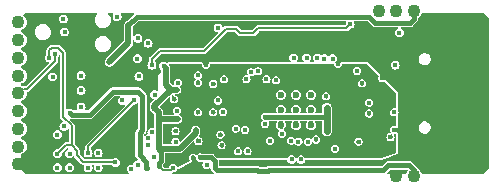
<source format=gbr>
%TF.GenerationSoftware,KiCad,Pcbnew,8.0.3*%
%TF.CreationDate,2024-06-14T23:01:07+10:00*%
%TF.ProjectId,rs-probe,72732d70-726f-4626-952e-6b696361645f,rev?*%
%TF.SameCoordinates,Original*%
%TF.FileFunction,Copper,L3,Inr*%
%TF.FilePolarity,Positive*%
%FSLAX46Y46*%
G04 Gerber Fmt 4.6, Leading zero omitted, Abs format (unit mm)*
G04 Created by KiCad (PCBNEW 8.0.3) date 2024-06-14 23:01:07*
%MOMM*%
%LPD*%
G01*
G04 APERTURE LIST*
%TA.AperFunction,ComponentPad*%
%ADD10O,2.100000X1.000000*%
%TD*%
%TA.AperFunction,ComponentPad*%
%ADD11O,1.600000X1.000000*%
%TD*%
%TA.AperFunction,ComponentPad*%
%ADD12C,0.600000*%
%TD*%
%TA.AperFunction,ComponentPad*%
%ADD13C,1.100000*%
%TD*%
%TA.AperFunction,ViaPad*%
%ADD14C,0.450000*%
%TD*%
%TA.AperFunction,Conductor*%
%ADD15C,0.200000*%
%TD*%
%TA.AperFunction,Conductor*%
%ADD16C,0.400000*%
%TD*%
%TA.AperFunction,Conductor*%
%ADD17C,0.500000*%
%TD*%
%TA.AperFunction,Conductor*%
%ADD18C,0.600000*%
%TD*%
G04 APERTURE END LIST*
D10*
%TO.N,GND*%
%TO.C,J1*%
X33870000Y2680000D03*
D11*
X38050000Y2680000D03*
D10*
X33870000Y11320000D03*
D11*
X38050000Y11320000D03*
%TD*%
D12*
%TO.N,GND*%
%TO.C,U6*%
X24775000Y6875000D03*
X23500000Y6875000D03*
X22225000Y6875000D03*
X24775000Y5600000D03*
X23500000Y5600000D03*
X22225000Y5600000D03*
X24775000Y4325000D03*
X23500000Y4325000D03*
X22225000Y4325000D03*
%TD*%
D13*
%TO.N,GND*%
%TO.C,J2*%
X0Y1000000D03*
%TO.N,/T_VCP_RX*%
X0Y2500000D03*
%TO.N,/T_VCP_TX*%
X0Y4000000D03*
%TO.N,/T_~{RESET}*%
X0Y5500000D03*
%TO.N,/T_TDI*%
X0Y7000000D03*
%TO.N,/T_GNDDetect*%
X0Y8500000D03*
%TO.N,/T_SWO_TDO*%
X0Y10000000D03*
%TO.N,/T_SWDCLK_JCLK*%
X0Y11500000D03*
%TO.N,/T_SWDIO_TMS*%
X0Y13000000D03*
%TD*%
%TO.N,/GPIO2*%
%TO.C,J4*%
X30500000Y14000000D03*
%TO.N,/GPIO1*%
X32000000Y14000000D03*
%TO.N,/T_VCC*%
X33500000Y14000000D03*
%TD*%
%TO.N,/5V_KEY*%
%TO.C,J3*%
X33500000Y0D03*
%TO.N,GND*%
X32000000Y0D03*
%TD*%
D14*
%TO.N,Net-(D3-A)*%
X10200000Y8450000D03*
X10120000Y11660000D03*
%TO.N,GND*%
X11030000Y10460000D03*
X8970000Y13380000D03*
X9800000Y5600000D03*
X15200000Y7900000D03*
X35575000Y450000D03*
X14350000Y12625000D03*
X5850000Y13500000D03*
X13850000Y11350000D03*
X32400000Y10800000D03*
X34500000Y13550000D03*
X18600000Y2100000D03*
X1900000Y500000D03*
X14770000Y1560000D03*
X13300000Y3800000D03*
X16500000Y7800000D03*
X29100000Y7850000D03*
X26050000Y6750000D03*
X29700000Y6200000D03*
X19075000Y12600000D03*
X15200000Y5400000D03*
X13200000Y6500000D03*
X20300000Y11460000D03*
X1900000Y1300000D03*
X1300000Y13550000D03*
X32000000Y10100000D03*
X31800000Y3900000D03*
X34100000Y7500000D03*
X39550000Y2725000D03*
X20714812Y985188D03*
X18400000Y4000000D03*
X32300000Y3100000D03*
X11000000Y7500000D03*
X28650000Y8900000D03*
X18280000Y11140000D03*
X1400000Y6000000D03*
X17312878Y5416746D03*
X26800000Y2300000D03*
X9500000Y3300000D03*
X15250000Y2950000D03*
X15870000Y9420000D03*
X10050000Y12250000D03*
X28800000Y2900000D03*
X17400000Y8200000D03*
X17200000Y2600000D03*
X6400000Y10500000D03*
X29700000Y5300000D03*
X30800000Y8300000D03*
X25200000Y3100000D03*
X8500000Y550000D03*
X31500000Y3300000D03*
X3000000Y13550000D03*
X27050000Y9500000D03*
X8230000Y6530000D03*
X37275000Y450000D03*
X39550000Y11300000D03*
X17100000Y3500000D03*
X3300000Y5900000D03*
X3200000Y7200000D03*
X1900000Y7300000D03*
X16500000Y5400000D03*
X37300000Y13550000D03*
X32200000Y1500000D03*
X11700000Y12288306D03*
%TO.N,+3.3V*%
X12600000Y3400000D03*
X22500000Y8200000D03*
X20900000Y3800000D03*
X30325000Y7150000D03*
X12550000Y949989D03*
X13700000Y9000000D03*
X20900000Y5700000D03*
X16100000Y2900000D03*
X31700000Y2200000D03*
X27500000Y1900000D03*
X29800000Y4600000D03*
X15800000Y7800000D03*
X26600000Y9000000D03*
X15800000Y5400000D03*
X3800000Y13300000D03*
X12500000Y5900000D03*
X13100000Y9100000D03*
X22500000Y3000000D03*
%TO.N,+5V*%
X31800000Y5400000D03*
X31900000Y9400000D03*
%TO.N,/T_GNDDetect*%
X3300000Y3500000D03*
%TO.N,/T_VCP_RX*%
X3300000Y1900000D03*
X2600000Y10000000D03*
X3300000Y700000D03*
X8200000Y1150000D03*
%TO.N,/T_VCP_TX*%
X5900000Y700000D03*
X9800000Y6425000D03*
X5900000Y1950000D03*
%TO.N,/P_SWCLK*%
X20900000Y4400000D03*
%TO.N,/P_SWDIO*%
X19200000Y3900000D03*
%TO.N,/T_SWO_TDO*%
X5300000Y5850000D03*
%TO.N,/T_SWDIO_TMS*%
X9550000Y600000D03*
X10100000Y950000D03*
X5300000Y8500000D03*
%TO.N,/T_SWDCLK_JCLK*%
X6750000Y700000D03*
X6750000Y1950000D03*
X5300000Y7250000D03*
%TO.N,/T_TDI*%
X3100000Y10350000D03*
X3850000Y4200000D03*
%TO.N,/T_VCC*%
X7700000Y9650000D03*
X2900000Y8400000D03*
X4325000Y1900000D03*
X4325000Y700000D03*
%TO.N,/T_VCC_EN*%
X10980000Y11250000D03*
X23300000Y10000000D03*
%TO.N,/T_VCC_MEAS*%
X8800000Y6400000D03*
X24500000Y2900000D03*
%TO.N,/GPIO2*%
X25300000Y10000000D03*
%TO.N,/GPIO1*%
X25900000Y9950000D03*
%TO.N,/PROTECTED_5V*%
X8350000Y13500000D03*
X16900000Y12550000D03*
%TO.N,/5V_KEY*%
X10850000Y650000D03*
X15390000Y1570000D03*
X4350000Y5350000D03*
%TO.N,/5V_KEY_EN*%
X24400000Y10000000D03*
X3900000Y12200000D03*
%TO.N,/VS_T*%
X10070000Y9950000D03*
X15959519Y975500D03*
%TO.N,/TRANS_VCC*%
X13500000Y4800000D03*
X11900000Y3400000D03*
X13100000Y700000D03*
X13514812Y2314812D03*
X11500000Y5800000D03*
X15000000Y3900000D03*
X13400000Y7300000D03*
X12300000Y9310000D03*
%TO.N,+1V1*%
X26100000Y3800000D03*
X20900000Y5000000D03*
X26100000Y5800000D03*
%TO.N,/PWM_VS*%
X22300000Y3600000D03*
X19400000Y2100000D03*
%TO.N,/DIR_VCP_RX*%
X23920000Y1420000D03*
X11450000Y1580000D03*
%TO.N,/DIR_VCP_TX*%
X23700000Y2900000D03*
X13300000Y2900000D03*
%TO.N,/~{RESET}*%
X21000000Y8200000D03*
X11000000Y2600000D03*
%TO.N,/GNDDetect*%
X11000000Y3200000D03*
X21800000Y8100000D03*
%TO.N,/SWDCLK_JCLK*%
X16900000Y6400000D03*
X20290000Y8880000D03*
%TO.N,/SWDIO_TMS*%
X19700000Y8800000D03*
X15200000Y8525500D03*
%TO.N,/DIR_TDI*%
X23120000Y1420000D03*
X11300000Y3700000D03*
%TO.N,/DIR_SWO_TDO*%
X13400000Y5500000D03*
X23100000Y3000000D03*
%TO.N,/DIR_SWDCLK_JCLK*%
X11530000Y6900000D03*
X21300000Y3000000D03*
%TO.N,/DIR_SWDIO_TMS*%
X19300000Y8200000D03*
X13500000Y7900000D03*
%TO.N,/VS2_T*%
X11300000Y9390000D03*
X28080000Y12860000D03*
%TO.N,/PWM2_VS*%
X32250000Y12150000D03*
X26600000Y9950000D03*
%TD*%
D15*
%TO.N,/T_VCP_RX*%
X4950000Y1750000D02*
X4950000Y2150000D01*
X8200000Y1150000D02*
X8150000Y1200000D01*
X2600000Y10650000D02*
X2800000Y10850000D01*
X2800000Y10850000D02*
X3350000Y10850000D01*
X4950000Y2150000D02*
X4500000Y2600000D01*
X3350000Y10850000D02*
X3800000Y10400000D01*
X3300000Y1900000D02*
X4000000Y2600000D01*
X4000000Y2600000D02*
X4500000Y2600000D01*
X3800000Y5000000D02*
X4500000Y4300000D01*
X5500000Y1200000D02*
X4950000Y1750000D01*
X2600000Y10000000D02*
X2600000Y10650000D01*
X8150000Y1200000D02*
X5500000Y1200000D01*
X3800000Y10400000D02*
X3800000Y5000000D01*
X4500000Y4300000D02*
X4500000Y2600000D01*
%TO.N,/T_VCP_TX*%
X5900000Y1950000D02*
X5900000Y2525000D01*
X5900000Y2525000D02*
X9800000Y6425000D01*
%TO.N,/T_TDI*%
X3100000Y9750000D02*
X700000Y7350000D01*
X3100000Y10350000D02*
X3100000Y9750000D01*
X700000Y7350000D02*
X450000Y7350000D01*
D16*
%TO.N,/T_VCC*%
X33150000Y12950000D02*
X33500000Y13300000D01*
X33500000Y13300000D02*
X33500000Y13550000D01*
X29700000Y13450000D02*
X30200000Y12950000D01*
D17*
X9300000Y11250000D02*
X7700000Y9650000D01*
D16*
X9300000Y12750000D02*
X10000000Y13450000D01*
D17*
X9300000Y12750000D02*
X9300000Y11250000D01*
D16*
X30200000Y12950000D02*
X33150000Y12950000D01*
X10000000Y13450000D02*
X29700000Y13450000D01*
%TO.N,/5V_KEY*%
X31300000Y900000D02*
X33100000Y900000D01*
X16800000Y500000D02*
X20200000Y500000D01*
X8000000Y7150000D02*
X6050000Y5200000D01*
X30900000Y500000D02*
X31300000Y900000D01*
X10150000Y7150000D02*
X8000000Y7150000D01*
X10800000Y700000D02*
X10800000Y1200000D01*
X10500000Y3900000D02*
X10500000Y6800000D01*
X15390000Y1570000D02*
X16330000Y1570000D01*
X21200000Y500000D02*
X30900000Y500000D01*
X10500000Y6800000D02*
X10150000Y7150000D01*
X10800000Y1200000D02*
X10250000Y1750000D01*
X21100000Y400000D02*
X21200000Y500000D01*
X16600000Y1300000D02*
X16600000Y700000D01*
X20300000Y400000D02*
X21100000Y400000D01*
X6050000Y5200000D02*
X4500000Y5200000D01*
X4500000Y5200000D02*
X4350000Y5350000D01*
X16330000Y1570000D02*
X16600000Y1300000D01*
X10250000Y3650000D02*
X10500000Y3900000D01*
X20200000Y500000D02*
X20300000Y400000D01*
X33100000Y900000D02*
X33500000Y500000D01*
X10250000Y1750000D02*
X10250000Y3650000D01*
X10850000Y650000D02*
X10800000Y700000D01*
X16600000Y700000D02*
X16800000Y500000D01*
D17*
%TO.N,/TRANS_VCC*%
X13400000Y7300000D02*
X12900000Y7300000D01*
X12900000Y7300000D02*
X12500000Y7700000D01*
X13664812Y2314812D02*
X15000000Y3650000D01*
X13514812Y2314812D02*
X13664812Y2314812D01*
X11500000Y5900000D02*
X12900000Y7300000D01*
X11900000Y2300000D02*
X12100000Y2100000D01*
X15000000Y3650000D02*
X15000000Y3900000D01*
X13514812Y2314812D02*
X13500000Y2300000D01*
D15*
X12900000Y500000D02*
X12250000Y500000D01*
X12250000Y500000D02*
X11900000Y850000D01*
D17*
X13500000Y4800000D02*
X12000000Y4800000D01*
X13500000Y2300000D02*
X11900000Y2300000D01*
X11900000Y3400000D02*
X11900000Y4700000D01*
X11900000Y4700000D02*
X11900000Y5400000D01*
D16*
X12300000Y9310000D02*
X12319970Y9310000D01*
D15*
X13100000Y700000D02*
X12900000Y500000D01*
D16*
X12100000Y2100000D02*
X12100000Y1313162D01*
X12319970Y9310000D02*
X12500000Y9129970D01*
D17*
X11900000Y3400000D02*
X11900000Y2300000D01*
D16*
X12100000Y1313162D02*
X11900000Y1113162D01*
D17*
X11900000Y5400000D02*
X11500000Y5800000D01*
X12500000Y7700000D02*
X12500000Y9129970D01*
D16*
X11500000Y5800000D02*
X11500000Y5900000D01*
X11900000Y1113162D02*
X11900000Y850000D01*
X12000000Y4800000D02*
X11900000Y4700000D01*
D18*
%TO.N,+1V1*%
X26100000Y4900000D02*
X26100000Y5800000D01*
D16*
X20900000Y5000000D02*
X20919521Y4980479D01*
X26019521Y4980479D02*
X26100000Y4900000D01*
D18*
X26100000Y3800000D02*
X26100000Y4900000D01*
D16*
X20919521Y4980479D02*
X26019521Y4980479D01*
D15*
%TO.N,/VS2_T*%
X17600000Y12475000D02*
X18425000Y12475000D01*
X11300000Y9390000D02*
X11300000Y9900000D01*
X19850000Y12100000D02*
X20250000Y12500000D01*
X27720000Y12500000D02*
X28080000Y12860000D01*
X11300000Y9900000D02*
X12000000Y10600000D01*
X20250000Y12500000D02*
X27720000Y12500000D01*
X15725000Y10600000D02*
X17600000Y12475000D01*
X12000000Y10600000D02*
X15725000Y10600000D01*
X18425000Y12475000D02*
X18800000Y12100000D01*
X18800000Y12100000D02*
X19850000Y12100000D01*
%TD*%
%TA.AperFunction,Conductor*%
%TO.N,GND*%
G36*
X3522745Y10244644D02*
G01*
X3547102Y10216126D01*
X3549500Y10200984D01*
X3549500Y5049828D01*
X3549500Y4950172D01*
X3587636Y4858103D01*
X3587637Y4858102D01*
X3587638Y4858100D01*
X3795429Y4650309D01*
X3809781Y4615661D01*
X3795429Y4581013D01*
X3768448Y4567265D01*
X3732518Y4561574D01*
X3732516Y4561574D01*
X3732514Y4561573D01*
X3626541Y4507578D01*
X3626534Y4507573D01*
X3542427Y4423466D01*
X3542422Y4423459D01*
X3488427Y4317485D01*
X3488426Y4317484D01*
X3488426Y4317482D01*
X3469819Y4200000D01*
X3488426Y4082518D01*
X3488426Y4082517D01*
X3488427Y4082516D01*
X3542422Y3976542D01*
X3542427Y3976535D01*
X3626534Y3892428D01*
X3626541Y3892423D01*
X3695118Y3857482D01*
X3732518Y3838426D01*
X3850000Y3819819D01*
X3967482Y3838426D01*
X4055888Y3883471D01*
X4073458Y3892423D01*
X4073460Y3892425D01*
X4073465Y3892427D01*
X4157573Y3976535D01*
X4157577Y3976542D01*
X4159843Y3979659D01*
X4161107Y3978741D01*
X4185358Y3999453D01*
X4222745Y3996511D01*
X4247102Y3967993D01*
X4249500Y3952851D01*
X4249500Y2899500D01*
X4235148Y2864852D01*
X4200500Y2850500D01*
X3950170Y2850500D01*
X3858101Y2812363D01*
X3858099Y2812362D01*
X3340029Y2294292D01*
X3305381Y2279940D01*
X3302311Y2280181D01*
X3300001Y2280181D01*
X3300000Y2280181D01*
X3182518Y2261574D01*
X3182516Y2261574D01*
X3182515Y2261573D01*
X3076541Y2207578D01*
X3076534Y2207573D01*
X2992427Y2123466D01*
X2992422Y2123459D01*
X2938427Y2017485D01*
X2938426Y2017484D01*
X2938426Y2017482D01*
X2919819Y1900000D01*
X2938426Y1782518D01*
X2938426Y1782517D01*
X2938427Y1782516D01*
X2992422Y1676542D01*
X2992427Y1676535D01*
X3076534Y1592428D01*
X3076541Y1592423D01*
X3147190Y1556427D01*
X3182518Y1538426D01*
X3300000Y1519819D01*
X3417482Y1538426D01*
X3499076Y1580000D01*
X3523458Y1592423D01*
X3523460Y1592425D01*
X3523465Y1592427D01*
X3607573Y1676535D01*
X3608793Y1678928D01*
X3630498Y1721528D01*
X3661574Y1782518D01*
X3680181Y1900000D01*
X3680181Y1900002D01*
X3680181Y1903856D01*
X3682015Y1903856D01*
X3689297Y1934186D01*
X3694284Y1940025D01*
X4089409Y2335148D01*
X4124057Y2349500D01*
X4175983Y2349500D01*
X4210631Y2335148D01*
X4224983Y2300500D01*
X4210631Y2265852D01*
X4198228Y2256841D01*
X4101541Y2207578D01*
X4101534Y2207573D01*
X4017427Y2123466D01*
X4017422Y2123459D01*
X3963427Y2017485D01*
X3963426Y2017484D01*
X3963426Y2017482D01*
X3944819Y1900000D01*
X3963426Y1782518D01*
X3963426Y1782517D01*
X3963427Y1782516D01*
X4017422Y1676542D01*
X4017427Y1676535D01*
X4101534Y1592428D01*
X4101541Y1592423D01*
X4172190Y1556427D01*
X4207518Y1538426D01*
X4325000Y1519819D01*
X4442482Y1538426D01*
X4524076Y1580000D01*
X4548458Y1592423D01*
X4548460Y1592425D01*
X4548465Y1592427D01*
X4632573Y1676535D01*
X4632574Y1676538D01*
X4634965Y1678928D01*
X4669613Y1693280D01*
X4704261Y1678928D01*
X4714883Y1663032D01*
X4737636Y1608102D01*
X4737637Y1608101D01*
X5287636Y1058103D01*
X5358100Y987638D01*
X5358101Y987638D01*
X5358103Y987636D01*
X5450172Y949500D01*
X5525732Y949500D01*
X5560380Y935148D01*
X5574732Y900500D01*
X5569391Y878255D01*
X5538427Y817485D01*
X5538426Y817484D01*
X5538426Y817482D01*
X5519819Y700000D01*
X5538426Y582518D01*
X5538426Y582517D01*
X5538427Y582516D01*
X5592422Y476542D01*
X5592427Y476535D01*
X5676534Y392428D01*
X5676541Y392423D01*
X5738410Y360900D01*
X5782518Y338426D01*
X5900000Y319819D01*
X6017482Y338426D01*
X6092289Y376542D01*
X6123458Y392423D01*
X6123460Y392425D01*
X6123465Y392427D01*
X6207573Y476535D01*
X6210621Y482516D01*
X6231445Y523387D01*
X6261574Y582518D01*
X6276603Y677414D01*
X6289703Y698790D01*
X6285358Y701453D01*
X6276603Y722589D01*
X6275978Y726535D01*
X6261574Y817482D01*
X6237438Y864852D01*
X6230609Y878255D01*
X6227666Y915642D01*
X6252023Y944159D01*
X6274268Y949500D01*
X6375732Y949500D01*
X6410380Y935148D01*
X6424732Y900500D01*
X6419391Y878255D01*
X6388427Y817485D01*
X6388426Y817484D01*
X6388426Y817482D01*
X6375274Y734443D01*
X6373397Y722589D01*
X6360296Y701212D01*
X6364642Y698548D01*
X6373396Y677414D01*
X6388426Y582518D01*
X6388426Y582517D01*
X6388427Y582516D01*
X6442422Y476542D01*
X6442427Y476535D01*
X6526534Y392428D01*
X6526541Y392423D01*
X6588410Y360900D01*
X6632518Y338426D01*
X6750000Y319819D01*
X6867482Y338426D01*
X6942289Y376542D01*
X6973458Y392423D01*
X6973460Y392425D01*
X6973465Y392427D01*
X7057573Y476535D01*
X7060621Y482516D01*
X7081445Y523387D01*
X7111574Y582518D01*
X7130181Y700000D01*
X7111574Y817482D01*
X7087438Y864852D01*
X7080609Y878255D01*
X7077666Y915642D01*
X7102023Y944159D01*
X7124268Y949500D01*
X7850775Y949500D01*
X7885423Y935148D01*
X7890415Y929304D01*
X7892427Y926535D01*
X7976534Y842428D01*
X7976541Y842423D01*
X8047190Y806427D01*
X8082518Y788426D01*
X8200000Y769819D01*
X8317482Y788426D01*
X8392432Y826615D01*
X8423458Y842423D01*
X8423460Y842425D01*
X8423465Y842427D01*
X8507573Y926535D01*
X8561574Y1032518D01*
X8580181Y1150000D01*
X8561574Y1267482D01*
X8529644Y1330148D01*
X8507577Y1373459D01*
X8507572Y1373466D01*
X8423465Y1457573D01*
X8423458Y1457578D01*
X8317484Y1511573D01*
X8317483Y1511574D01*
X8317482Y1511574D01*
X8200000Y1530181D01*
X8082517Y1511574D01*
X7973133Y1455840D01*
X7950888Y1450500D01*
X5624057Y1450500D01*
X5589409Y1464852D01*
X5214852Y1839409D01*
X5200500Y1874057D01*
X5200500Y2199826D01*
X5200499Y2199830D01*
X5192860Y2218273D01*
X5162364Y2291897D01*
X5162362Y2291899D01*
X5162362Y2291900D01*
X5091897Y2362364D01*
X4764852Y2689409D01*
X4750500Y2724057D01*
X4750500Y4349826D01*
X4750499Y4349830D01*
X4729613Y4400253D01*
X4712364Y4441897D01*
X4712362Y4441899D01*
X4712362Y4441900D01*
X4641897Y4512364D01*
X4379497Y4774764D01*
X4365145Y4809412D01*
X4379497Y4844060D01*
X4414145Y4858412D01*
X4426828Y4856742D01*
X4453854Y4849500D01*
X4453856Y4849500D01*
X6096146Y4849500D01*
X6140716Y4861443D01*
X6185288Y4873386D01*
X6265212Y4919530D01*
X8130830Y6785148D01*
X8165478Y6799500D01*
X8552851Y6799500D01*
X8587499Y6785148D01*
X8601851Y6750500D01*
X8587499Y6715852D01*
X8579510Y6710048D01*
X8579659Y6709843D01*
X8576534Y6707573D01*
X8492427Y6623466D01*
X8492422Y6623459D01*
X8438427Y6517485D01*
X8438426Y6517484D01*
X8438426Y6517482D01*
X8419819Y6400000D01*
X8438426Y6282518D01*
X8438426Y6282517D01*
X8438427Y6282516D01*
X8492422Y6176542D01*
X8492427Y6176535D01*
X8576534Y6092428D01*
X8576541Y6092423D01*
X8647190Y6056427D01*
X8682518Y6038426D01*
X8800000Y6019819D01*
X8917482Y6038426D01*
X8930698Y6045161D01*
X8968084Y6048103D01*
X8996602Y6023747D01*
X8999545Y5986360D01*
X8987591Y5966853D01*
X5687637Y2666899D01*
X5649500Y2574830D01*
X5649500Y2250834D01*
X5635148Y2216186D01*
X5592427Y2173466D01*
X5592422Y2173459D01*
X5538427Y2067485D01*
X5538426Y2067484D01*
X5538426Y2067482D01*
X5519819Y1950000D01*
X5538426Y1832518D01*
X5538426Y1832517D01*
X5538427Y1832516D01*
X5592422Y1726542D01*
X5592427Y1726535D01*
X5676534Y1642428D01*
X5676541Y1642423D01*
X5743900Y1608103D01*
X5782518Y1588426D01*
X5900000Y1569819D01*
X6017482Y1588426D01*
X6105896Y1633475D01*
X6123458Y1642423D01*
X6123460Y1642425D01*
X6123465Y1642427D01*
X6207573Y1726535D01*
X6207853Y1727083D01*
X6224120Y1759012D01*
X6261574Y1832518D01*
X6276603Y1927414D01*
X6289703Y1948790D01*
X6285751Y1951212D01*
X6360296Y1951212D01*
X6364642Y1948548D01*
X6373396Y1927414D01*
X6388426Y1832518D01*
X6388426Y1832517D01*
X6388427Y1832516D01*
X6442422Y1726542D01*
X6442427Y1726535D01*
X6526534Y1642428D01*
X6526541Y1642423D01*
X6593900Y1608103D01*
X6632518Y1588426D01*
X6750000Y1569819D01*
X6867482Y1588426D01*
X6955896Y1633475D01*
X6973458Y1642423D01*
X6973460Y1642425D01*
X6973465Y1642427D01*
X7057573Y1726535D01*
X7057853Y1727083D01*
X7074120Y1759012D01*
X7111574Y1832518D01*
X7130181Y1950000D01*
X7111574Y2067482D01*
X7088404Y2112955D01*
X7057577Y2173459D01*
X7057572Y2173466D01*
X6973465Y2257573D01*
X6973458Y2257578D01*
X6867484Y2311573D01*
X6867483Y2311574D01*
X6867482Y2311574D01*
X6750000Y2330181D01*
X6632518Y2311574D01*
X6632516Y2311574D01*
X6632515Y2311573D01*
X6526541Y2257578D01*
X6526534Y2257573D01*
X6442427Y2173466D01*
X6442422Y2173459D01*
X6388427Y2067485D01*
X6388426Y2067484D01*
X6388426Y2067482D01*
X6373397Y1972589D01*
X6360296Y1951212D01*
X6285751Y1951212D01*
X6285358Y1951453D01*
X6276603Y1972589D01*
X6261574Y2067482D01*
X6238404Y2112955D01*
X6207577Y2173459D01*
X6207572Y2173466D01*
X6164852Y2216186D01*
X6150500Y2250834D01*
X6150500Y2400945D01*
X6164851Y2435592D01*
X9759968Y6030710D01*
X9794615Y6045061D01*
X9797688Y6044819D01*
X9799998Y6044819D01*
X9799999Y6044820D01*
X9800000Y6044819D01*
X9917482Y6063426D01*
X9990988Y6100880D01*
X10023458Y6117423D01*
X10023460Y6117425D01*
X10023465Y6117427D01*
X10065852Y6159814D01*
X10100500Y6174166D01*
X10135148Y6159814D01*
X10149500Y6125166D01*
X10149500Y4065478D01*
X10135148Y4030830D01*
X9969531Y3865213D01*
X9969530Y3865213D01*
X9930004Y3796753D01*
X9930004Y3796751D01*
X9926968Y3791492D01*
X9923386Y3785288D01*
X9923384Y3785284D01*
X9899500Y3696147D01*
X9899500Y1703855D01*
X9906179Y1678928D01*
X9915959Y1642428D01*
X9916670Y1639777D01*
X9916670Y1639776D01*
X9923385Y1614713D01*
X9923386Y1614710D01*
X9969530Y1534788D01*
X10095999Y1408319D01*
X10110351Y1373671D01*
X10095999Y1339023D01*
X10069017Y1325274D01*
X10045043Y1321477D01*
X9982518Y1311574D01*
X9982516Y1311574D01*
X9982514Y1311573D01*
X9876541Y1257578D01*
X9876534Y1257573D01*
X9792427Y1173466D01*
X9792422Y1173459D01*
X9738427Y1067486D01*
X9738426Y1067484D01*
X9738426Y1067482D01*
X9728938Y1007573D01*
X9727976Y1001500D01*
X9708380Y969524D01*
X9671913Y960769D01*
X9670642Y961074D01*
X9550000Y980181D01*
X9432518Y961574D01*
X9432516Y961574D01*
X9432515Y961573D01*
X9326541Y907578D01*
X9326534Y907573D01*
X9242427Y823466D01*
X9242422Y823459D01*
X9188427Y717485D01*
X9188426Y717484D01*
X9188426Y717482D01*
X9169819Y600000D01*
X9188426Y482518D01*
X9188426Y482517D01*
X9188427Y482516D01*
X9242422Y376542D01*
X9242427Y376535D01*
X9326534Y292428D01*
X9329659Y290157D01*
X9328740Y288893D01*
X9349453Y264642D01*
X9346511Y227255D01*
X9317993Y202898D01*
X9302851Y200500D01*
X603346Y200500D01*
X568698Y214852D01*
X214852Y568698D01*
X200500Y603346D01*
X200500Y700000D01*
X2919819Y700000D01*
X2938426Y582518D01*
X2938426Y582517D01*
X2938427Y582516D01*
X2992422Y476542D01*
X2992427Y476535D01*
X3076534Y392428D01*
X3076541Y392423D01*
X3138410Y360900D01*
X3182518Y338426D01*
X3300000Y319819D01*
X3417482Y338426D01*
X3492289Y376542D01*
X3523458Y392423D01*
X3523460Y392425D01*
X3523465Y392427D01*
X3607573Y476535D01*
X3610621Y482516D01*
X3631445Y523387D01*
X3661574Y582518D01*
X3680181Y700000D01*
X3944819Y700000D01*
X3963426Y582518D01*
X3963426Y582517D01*
X3963427Y582516D01*
X4017422Y476542D01*
X4017427Y476535D01*
X4101534Y392428D01*
X4101541Y392423D01*
X4163410Y360900D01*
X4207518Y338426D01*
X4325000Y319819D01*
X4442482Y338426D01*
X4517289Y376542D01*
X4548458Y392423D01*
X4548460Y392425D01*
X4548465Y392427D01*
X4632573Y476535D01*
X4635621Y482516D01*
X4656445Y523387D01*
X4686574Y582518D01*
X4705181Y700000D01*
X4686574Y817482D01*
X4662438Y864852D01*
X4632577Y923459D01*
X4632572Y923466D01*
X4548465Y1007573D01*
X4548458Y1007578D01*
X4442484Y1061573D01*
X4442483Y1061574D01*
X4442482Y1061574D01*
X4325000Y1080181D01*
X4207518Y1061574D01*
X4207516Y1061574D01*
X4207515Y1061573D01*
X4101541Y1007578D01*
X4101534Y1007573D01*
X4017427Y923466D01*
X4017422Y923459D01*
X3963427Y817485D01*
X3963426Y817484D01*
X3963426Y817482D01*
X3944819Y700000D01*
X3680181Y700000D01*
X3661574Y817482D01*
X3637438Y864852D01*
X3607577Y923459D01*
X3607572Y923466D01*
X3523465Y1007573D01*
X3523458Y1007578D01*
X3417484Y1061573D01*
X3417483Y1061574D01*
X3417482Y1061574D01*
X3300000Y1080181D01*
X3182518Y1061574D01*
X3182516Y1061574D01*
X3182515Y1061573D01*
X3076541Y1007578D01*
X3076534Y1007573D01*
X2992427Y923466D01*
X2992422Y923459D01*
X2938427Y817485D01*
X2938426Y817484D01*
X2938426Y817482D01*
X2919819Y700000D01*
X200500Y700000D01*
X200500Y1789566D01*
X214852Y1824214D01*
X237774Y1837142D01*
X250225Y1840210D01*
X400852Y1919266D01*
X528183Y2032071D01*
X624818Y2172070D01*
X685140Y2331128D01*
X705645Y2500000D01*
X685140Y2668872D01*
X624818Y2827930D01*
X620995Y2833468D01*
X528183Y2967929D01*
X517096Y2977751D01*
X400852Y3080734D01*
X400844Y3080738D01*
X400843Y3080739D01*
X250226Y3159790D01*
X237771Y3162860D01*
X207566Y3185088D01*
X200500Y3210436D01*
X200500Y3289566D01*
X214852Y3324214D01*
X237774Y3337142D01*
X250225Y3340210D01*
X400852Y3419266D01*
X491982Y3500000D01*
X2919819Y3500000D01*
X2938426Y3382518D01*
X2938426Y3382517D01*
X2938427Y3382516D01*
X2992422Y3276542D01*
X2992427Y3276535D01*
X3076534Y3192428D01*
X3076541Y3192423D01*
X3145122Y3157480D01*
X3182518Y3138426D01*
X3300000Y3119819D01*
X3417482Y3138426D01*
X3506942Y3184008D01*
X3523458Y3192423D01*
X3523460Y3192425D01*
X3523465Y3192427D01*
X3607573Y3276535D01*
X3608596Y3278541D01*
X3628367Y3317345D01*
X3661574Y3382518D01*
X3680181Y3500000D01*
X3661574Y3617482D01*
X3641461Y3656956D01*
X3607577Y3723459D01*
X3607572Y3723466D01*
X3523465Y3807573D01*
X3523458Y3807578D01*
X3417484Y3861573D01*
X3417483Y3861574D01*
X3417482Y3861574D01*
X3300000Y3880181D01*
X3182518Y3861574D01*
X3182516Y3861574D01*
X3182515Y3861573D01*
X3076541Y3807578D01*
X3076534Y3807573D01*
X2992427Y3723466D01*
X2992422Y3723459D01*
X2938427Y3617485D01*
X2938426Y3617484D01*
X2938426Y3617482D01*
X2919819Y3500000D01*
X491982Y3500000D01*
X528183Y3532071D01*
X624818Y3672070D01*
X685140Y3831128D01*
X705645Y4000000D01*
X685140Y4168872D01*
X624818Y4327930D01*
X621548Y4332667D01*
X528183Y4467929D01*
X475496Y4514605D01*
X400852Y4580734D01*
X400844Y4580738D01*
X400843Y4580739D01*
X250226Y4659790D01*
X237771Y4662860D01*
X207566Y4685088D01*
X200500Y4710436D01*
X200500Y4789566D01*
X214852Y4824214D01*
X237774Y4837142D01*
X250225Y4840210D01*
X400852Y4919266D01*
X528183Y5032071D01*
X624818Y5172070D01*
X685140Y5331128D01*
X705645Y5500000D01*
X685140Y5668872D01*
X624818Y5827930D01*
X605175Y5856387D01*
X528183Y5967929D01*
X400852Y6080734D01*
X400844Y6080738D01*
X400843Y6080739D01*
X250226Y6159790D01*
X237771Y6162860D01*
X207566Y6185088D01*
X200500Y6210436D01*
X200500Y6289566D01*
X214852Y6324214D01*
X237774Y6337142D01*
X250225Y6340210D01*
X400852Y6419266D01*
X528183Y6532071D01*
X624818Y6672070D01*
X685140Y6831128D01*
X705645Y7000000D01*
X700230Y7044595D01*
X710301Y7080719D01*
X742967Y7099143D01*
X748873Y7099500D01*
X749826Y7099500D01*
X749828Y7099500D01*
X841897Y7137636D01*
X2104259Y8400000D01*
X2519819Y8400000D01*
X2538426Y8282518D01*
X2538426Y8282517D01*
X2538427Y8282516D01*
X2592422Y8176542D01*
X2592427Y8176535D01*
X2676534Y8092428D01*
X2676541Y8092423D01*
X2729855Y8065259D01*
X2782518Y8038426D01*
X2900000Y8019819D01*
X3017482Y8038426D01*
X3121913Y8091636D01*
X3123458Y8092423D01*
X3123460Y8092425D01*
X3123465Y8092427D01*
X3207573Y8176535D01*
X3215195Y8191493D01*
X3236859Y8234012D01*
X3261574Y8282518D01*
X3280181Y8400000D01*
X3261574Y8517482D01*
X3231951Y8575621D01*
X3207577Y8623459D01*
X3207572Y8623466D01*
X3123465Y8707573D01*
X3123458Y8707578D01*
X3017484Y8761573D01*
X3017483Y8761574D01*
X3017482Y8761574D01*
X2900000Y8780181D01*
X2782518Y8761574D01*
X2782516Y8761574D01*
X2782515Y8761573D01*
X2676541Y8707578D01*
X2676534Y8707573D01*
X2592427Y8623466D01*
X2592422Y8623459D01*
X2538427Y8517485D01*
X2538426Y8517484D01*
X2538426Y8517482D01*
X2519819Y8400000D01*
X2104259Y8400000D01*
X3235004Y9530746D01*
X3235007Y9530747D01*
X3241896Y9537636D01*
X3241897Y9537636D01*
X3312364Y9608103D01*
X3334067Y9660499D01*
X3350501Y9700173D01*
X3350501Y9799828D01*
X3350501Y9803771D01*
X3350500Y9803785D01*
X3350500Y10049166D01*
X3364852Y10083814D01*
X3371236Y10090198D01*
X3407573Y10126535D01*
X3456841Y10223231D01*
X3485358Y10247586D01*
X3522745Y10244644D01*
G37*
%TD.AperFunction*%
%TA.AperFunction,Conductor*%
G36*
X14811621Y1747045D02*
G01*
X14829942Y1740377D01*
X14858345Y1730040D01*
X14873082Y1721532D01*
X14894147Y1703856D01*
X14926879Y1676390D01*
X14926878Y1676390D01*
X14936593Y1668239D01*
X14938459Y1666530D01*
X14938479Y1666551D01*
X14939263Y1665833D01*
X14939268Y1665828D01*
X14952300Y1654893D01*
X14957581Y1650655D01*
X14982904Y1640164D01*
X15009421Y1613644D01*
X15012547Y1587233D01*
X15009819Y1570003D01*
X15009819Y1570000D01*
X15028426Y1452518D01*
X15028426Y1452517D01*
X15028427Y1452516D01*
X15082422Y1346542D01*
X15082427Y1346535D01*
X15166534Y1262428D01*
X15166541Y1262423D01*
X15227229Y1231502D01*
X15272518Y1208426D01*
X15390000Y1189819D01*
X15507482Y1208426D01*
X15518734Y1214160D01*
X15540979Y1219500D01*
X15582448Y1219500D01*
X15617096Y1205148D01*
X15631448Y1170500D01*
X15626108Y1148255D01*
X15597945Y1092983D01*
X15592970Y1061573D01*
X15579338Y975500D01*
X15597945Y858018D01*
X15597945Y858017D01*
X15597946Y858016D01*
X15651941Y752042D01*
X15651946Y752035D01*
X15736053Y667928D01*
X15736060Y667923D01*
X15801079Y634795D01*
X15842037Y613926D01*
X15959519Y595319D01*
X16077001Y613926D01*
X16182984Y667927D01*
X16182984Y667928D01*
X16184277Y668586D01*
X16221665Y671529D01*
X16250182Y647173D01*
X16253853Y637609D01*
X16260199Y613927D01*
X16269093Y580734D01*
X16272018Y569819D01*
X16273387Y564709D01*
X16319530Y484788D01*
X16520170Y284148D01*
X16534522Y249500D01*
X16520170Y214852D01*
X16485522Y200500D01*
X13073019Y200500D01*
X13038371Y214852D01*
X13024019Y249500D01*
X13038371Y284148D01*
X13038581Y284321D01*
X13041895Y287636D01*
X13041897Y287636D01*
X13059968Y305709D01*
X13094616Y320061D01*
X13097689Y319819D01*
X13099998Y319819D01*
X13099998Y319820D01*
X13100000Y319819D01*
X13217482Y338426D01*
X13292289Y376542D01*
X13323458Y392423D01*
X13323460Y392425D01*
X13323465Y392427D01*
X13407573Y476535D01*
X13454930Y569480D01*
X13483447Y593835D01*
X13495110Y596109D01*
X13516492Y597628D01*
X13575013Y613654D01*
X14566654Y1109474D01*
X14593446Y1126491D01*
X14609067Y1138819D01*
X14617779Y1146231D01*
X14661033Y1214115D01*
X14672313Y1249882D01*
X14679365Y1289861D01*
X14661947Y1368447D01*
X14661946Y1368449D01*
X14661946Y1368450D01*
X14661946Y1368451D01*
X14650255Y1390909D01*
X14644632Y1401713D01*
X14637567Y1410517D01*
X14633351Y1416681D01*
X14615006Y1448456D01*
X14593023Y1486531D01*
X14587204Y1502518D01*
X14578569Y1551494D01*
X14578569Y1568509D01*
X14578832Y1570001D01*
X14587204Y1617487D01*
X14593021Y1633468D01*
X14617887Y1676537D01*
X14628822Y1689566D01*
X14666911Y1721528D01*
X14681646Y1730037D01*
X14705015Y1738541D01*
X14705016Y1738542D01*
X14716013Y1742545D01*
X14728379Y1747045D01*
X14745137Y1750000D01*
X14794863Y1750000D01*
X14811621Y1747045D01*
G37*
%TD.AperFunction*%
%TA.AperFunction,Conductor*%
G36*
X32969169Y535148D02*
G01*
X32969533Y534784D01*
X32983885Y500136D01*
X32972788Y470859D01*
X32973500Y470368D01*
X32875182Y327932D01*
X32875181Y327930D01*
X32853144Y269819D01*
X32841239Y238426D01*
X32838849Y232125D01*
X32813144Y204817D01*
X32793033Y200500D01*
X31214478Y200500D01*
X31179830Y214852D01*
X31165478Y249500D01*
X31179830Y284148D01*
X31430829Y535148D01*
X31465477Y549500D01*
X32934521Y549500D01*
X32969169Y535148D01*
G37*
%TD.AperFunction*%
%TA.AperFunction,Conductor*%
G36*
X6669985Y13785148D02*
G01*
X6684337Y13750500D01*
X6669985Y13715852D01*
X6607303Y13653171D01*
X6607302Y13653170D01*
X6532251Y13540848D01*
X6480555Y13416042D01*
X6480552Y13416031D01*
X6454200Y13283551D01*
X6454200Y13148450D01*
X6480552Y13015970D01*
X6480555Y13015959D01*
X6532251Y12891153D01*
X6607302Y12778831D01*
X6702830Y12683303D01*
X6812576Y12609973D01*
X6815152Y12608252D01*
X6939960Y12556555D01*
X6939966Y12556554D01*
X6939969Y12556553D01*
X7072449Y12530201D01*
X7072452Y12530201D01*
X7072455Y12530200D01*
X7072456Y12530200D01*
X7207544Y12530200D01*
X7207545Y12530200D01*
X7340040Y12556555D01*
X7464848Y12608252D01*
X7577172Y12683305D01*
X7672695Y12778828D01*
X7747748Y12891152D01*
X7799445Y13015960D01*
X7825800Y13148455D01*
X7825800Y13283545D01*
X7822527Y13300000D01*
X7799447Y13416031D01*
X7799444Y13416042D01*
X7798107Y13419269D01*
X7747748Y13540848D01*
X7672697Y13653170D01*
X7610015Y13715852D01*
X7595663Y13750500D01*
X7610015Y13785148D01*
X7644663Y13799500D01*
X8001501Y13799500D01*
X8036149Y13785148D01*
X8050501Y13750500D01*
X8043024Y13727490D01*
X8044177Y13726902D01*
X7988427Y13617485D01*
X7988426Y13617484D01*
X7988426Y13617482D01*
X7969819Y13500000D01*
X7988426Y13382518D01*
X7988426Y13382517D01*
X7988427Y13382516D01*
X8042422Y13276542D01*
X8042427Y13276535D01*
X8126534Y13192428D01*
X8126541Y13192423D01*
X8197190Y13156427D01*
X8232518Y13138426D01*
X8350000Y13119819D01*
X8467482Y13138426D01*
X8554014Y13182516D01*
X8573458Y13192423D01*
X8573460Y13192425D01*
X8573465Y13192427D01*
X8657573Y13276535D01*
X8661145Y13283544D01*
X8680734Y13321992D01*
X8711574Y13382518D01*
X8730181Y13500000D01*
X8711574Y13617482D01*
X8683760Y13672071D01*
X8655823Y13726902D01*
X8657413Y13727713D01*
X8650102Y13758166D01*
X8669698Y13790142D01*
X8698499Y13799500D01*
X9735522Y13799500D01*
X9770170Y13785148D01*
X9784522Y13750500D01*
X9770170Y13715852D01*
X9198562Y13144246D01*
X9176598Y13131564D01*
X9145413Y13123208D01*
X9145410Y13123207D01*
X9054086Y13070480D01*
X9054086Y13070479D01*
X8979521Y12995914D01*
X8979520Y12995914D01*
X8926793Y12904590D01*
X8926792Y12904586D01*
X8899500Y12802731D01*
X8899500Y11436189D01*
X8885148Y11401541D01*
X7379521Y9895914D01*
X7379520Y9895914D01*
X7326793Y9804590D01*
X7326792Y9804588D01*
X7299500Y9702731D01*
X7299500Y9597270D01*
X7326792Y9495413D01*
X7326793Y9495411D01*
X7370756Y9419266D01*
X7379520Y9404087D01*
X7454087Y9329520D01*
X7499205Y9303471D01*
X7545410Y9276794D01*
X7545412Y9276793D01*
X7647269Y9249501D01*
X7647270Y9249500D01*
X7647273Y9249500D01*
X7752730Y9249500D01*
X7752730Y9249501D01*
X7854588Y9276793D01*
X7945913Y9329520D01*
X8566392Y9950000D01*
X9689819Y9950000D01*
X9708426Y9832518D01*
X9708426Y9832517D01*
X9708427Y9832516D01*
X9762422Y9726542D01*
X9762427Y9726535D01*
X9846534Y9642428D01*
X9846541Y9642423D01*
X9903374Y9613466D01*
X9952518Y9588426D01*
X10070000Y9569819D01*
X10187482Y9588426D01*
X10260988Y9625880D01*
X10293458Y9642423D01*
X10293460Y9642425D01*
X10293465Y9642427D01*
X10377573Y9726535D01*
X10431574Y9832518D01*
X10450181Y9950000D01*
X10431574Y10067482D01*
X10413573Y10102810D01*
X10377577Y10173459D01*
X10377572Y10173466D01*
X10293465Y10257573D01*
X10293458Y10257578D01*
X10187484Y10311573D01*
X10187483Y10311574D01*
X10187482Y10311574D01*
X10070000Y10330181D01*
X9952518Y10311574D01*
X9952516Y10311574D01*
X9952515Y10311573D01*
X9846541Y10257578D01*
X9846534Y10257573D01*
X9762427Y10173466D01*
X9762422Y10173459D01*
X9708427Y10067485D01*
X9708426Y10067484D01*
X9708426Y10067482D01*
X9689819Y9950000D01*
X8566392Y9950000D01*
X9541878Y10925488D01*
X9541883Y10925491D01*
X9545911Y10929520D01*
X9545913Y10929520D01*
X9620480Y11004087D01*
X9673207Y11095413D01*
X9678845Y11116455D01*
X9683149Y11132518D01*
X9700501Y11197272D01*
X9700501Y11250000D01*
X10599819Y11250000D01*
X10618426Y11132518D01*
X10618426Y11132517D01*
X10618427Y11132516D01*
X10672422Y11026542D01*
X10672427Y11026535D01*
X10756534Y10942428D01*
X10756541Y10942423D01*
X10827190Y10906427D01*
X10862518Y10888426D01*
X10980000Y10869819D01*
X11097482Y10888426D01*
X11178134Y10929520D01*
X11203458Y10942423D01*
X11203460Y10942425D01*
X11203465Y10942427D01*
X11287573Y11026535D01*
X11290395Y11032072D01*
X11305829Y11062364D01*
X11341574Y11132518D01*
X11360181Y11250000D01*
X11341574Y11367482D01*
X11323573Y11402810D01*
X11287577Y11473459D01*
X11287572Y11473466D01*
X11203465Y11557573D01*
X11203458Y11557578D01*
X11097484Y11611573D01*
X11097483Y11611574D01*
X11097482Y11611574D01*
X10980000Y11630181D01*
X10862518Y11611574D01*
X10862516Y11611574D01*
X10862515Y11611573D01*
X10756541Y11557578D01*
X10756534Y11557573D01*
X10672427Y11473466D01*
X10672422Y11473459D01*
X10618427Y11367485D01*
X10618426Y11367484D01*
X10618426Y11367482D01*
X10599819Y11250000D01*
X9700501Y11250000D01*
X9700501Y11305723D01*
X9700500Y11305741D01*
X9700500Y11452104D01*
X9714852Y11486752D01*
X9749500Y11501104D01*
X9784148Y11486752D01*
X9793160Y11474349D01*
X9812425Y11436538D01*
X9812427Y11436535D01*
X9896534Y11352428D01*
X9896541Y11352423D01*
X9967190Y11316427D01*
X10002518Y11298426D01*
X10120000Y11279819D01*
X10237482Y11298426D01*
X10310988Y11335880D01*
X10343458Y11352423D01*
X10343460Y11352425D01*
X10343465Y11352427D01*
X10427573Y11436535D01*
X10481574Y11542518D01*
X10500181Y11660000D01*
X10481574Y11777482D01*
X10457751Y11824238D01*
X10427577Y11883459D01*
X10427572Y11883466D01*
X10343465Y11967573D01*
X10343458Y11967578D01*
X10237484Y12021573D01*
X10237483Y12021574D01*
X10237482Y12021574D01*
X10120000Y12040181D01*
X10002518Y12021574D01*
X10002516Y12021574D01*
X10002515Y12021573D01*
X9896541Y11967578D01*
X9896534Y11967573D01*
X9812427Y11883466D01*
X9812423Y11883461D01*
X9793159Y11845651D01*
X9764642Y11821295D01*
X9727254Y11824238D01*
X9702898Y11852755D01*
X9700500Y11867897D01*
X9700500Y12634522D01*
X9714852Y12669170D01*
X10130830Y13085148D01*
X10165478Y13099500D01*
X27700636Y13099500D01*
X27735284Y13085148D01*
X27749636Y13050500D01*
X27744296Y13028255D01*
X27718426Y12977483D01*
X27699819Y12859999D01*
X27699819Y12856144D01*
X27697988Y12856144D01*
X27690689Y12825799D01*
X27685709Y12819970D01*
X27630590Y12764852D01*
X27595943Y12750500D01*
X20200170Y12750500D01*
X20108101Y12712363D01*
X20108100Y12712363D01*
X19760591Y12364852D01*
X19725943Y12350500D01*
X18924057Y12350500D01*
X18889409Y12364852D01*
X18566899Y12687363D01*
X18474829Y12725500D01*
X18474828Y12725500D01*
X17649827Y12725500D01*
X17550172Y12725500D01*
X17550170Y12725500D01*
X17458101Y12687363D01*
X17458099Y12687362D01*
X17353727Y12582990D01*
X17319079Y12568638D01*
X17284431Y12582990D01*
X17270682Y12609973D01*
X17261574Y12667482D01*
X17238706Y12712363D01*
X17207577Y12773459D01*
X17207572Y12773466D01*
X17123465Y12857573D01*
X17123458Y12857578D01*
X17017484Y12911573D01*
X17017483Y12911574D01*
X17017482Y12911574D01*
X16900000Y12930181D01*
X16782518Y12911574D01*
X16782516Y12911574D01*
X16782515Y12911573D01*
X16676541Y12857578D01*
X16676534Y12857573D01*
X16592427Y12773466D01*
X16592422Y12773459D01*
X16538427Y12667485D01*
X16538426Y12667484D01*
X16538426Y12667482D01*
X16519819Y12550000D01*
X16538426Y12432518D01*
X16538426Y12432517D01*
X16538427Y12432516D01*
X16592422Y12326542D01*
X16592427Y12326535D01*
X16676534Y12242428D01*
X16676541Y12242423D01*
X16739321Y12210436D01*
X16782518Y12188426D01*
X16840029Y12179318D01*
X16872005Y12159722D01*
X16880760Y12123256D01*
X16867011Y12096273D01*
X15635591Y10864852D01*
X15600943Y10850500D01*
X11950170Y10850500D01*
X11858101Y10812363D01*
X11858100Y10812363D01*
X11158103Y10112364D01*
X11087637Y10041900D01*
X11087637Y10041899D01*
X11049500Y9949830D01*
X11049500Y9690834D01*
X11035148Y9656186D01*
X10992427Y9613466D01*
X10992422Y9613459D01*
X10938427Y9507485D01*
X10938426Y9507484D01*
X10938426Y9507482D01*
X10919819Y9390000D01*
X10938426Y9272518D01*
X10938426Y9272517D01*
X10938427Y9272516D01*
X10992422Y9166542D01*
X10992427Y9166535D01*
X11076534Y9082428D01*
X11076541Y9082423D01*
X11147190Y9046427D01*
X11182518Y9028426D01*
X11300000Y9009819D01*
X11417482Y9028426D01*
X11499154Y9070040D01*
X11523458Y9082423D01*
X11523460Y9082425D01*
X11523465Y9082427D01*
X11607573Y9166535D01*
X11612669Y9176535D01*
X11639910Y9230000D01*
X11661574Y9272518D01*
X11680181Y9390000D01*
X11661574Y9507482D01*
X11636112Y9557454D01*
X11607577Y9613459D01*
X11607572Y9613466D01*
X11564852Y9656186D01*
X11550500Y9690834D01*
X11550500Y9775943D01*
X11564852Y9810591D01*
X12089409Y10335148D01*
X12124057Y10349500D01*
X15774826Y10349500D01*
X15774828Y10349500D01*
X15866897Y10387636D01*
X17689409Y12210148D01*
X17724057Y12224500D01*
X18300943Y12224500D01*
X18335591Y12210148D01*
X18587636Y11958103D01*
X18658100Y11887638D01*
X18658101Y11887638D01*
X18658103Y11887636D01*
X18750172Y11849500D01*
X18750174Y11849500D01*
X19899826Y11849500D01*
X19899828Y11849500D01*
X19991897Y11887636D01*
X20339409Y12235148D01*
X20374057Y12249500D01*
X27769826Y12249500D01*
X27769828Y12249500D01*
X27861897Y12287636D01*
X28039969Y12465710D01*
X28074616Y12480061D01*
X28077686Y12479819D01*
X28079998Y12479819D01*
X28079999Y12479820D01*
X28080000Y12479819D01*
X28197482Y12498426D01*
X28298702Y12550000D01*
X28303458Y12552423D01*
X28303460Y12552425D01*
X28303465Y12552427D01*
X28387573Y12636535D01*
X28441574Y12742518D01*
X28460181Y12860000D01*
X28441574Y12977482D01*
X28415704Y13028255D01*
X28412762Y13065642D01*
X28437119Y13094160D01*
X28459364Y13099500D01*
X29534522Y13099500D01*
X29569170Y13085148D01*
X29984788Y12669530D01*
X30010270Y12654818D01*
X30064709Y12623387D01*
X30064711Y12623387D01*
X30064712Y12623386D01*
X30086998Y12617415D01*
X30153853Y12599500D01*
X32100983Y12599500D01*
X32135631Y12585148D01*
X32149983Y12550500D01*
X32135631Y12515852D01*
X32123228Y12506841D01*
X32026541Y12457578D01*
X32026534Y12457573D01*
X31942427Y12373466D01*
X31942422Y12373459D01*
X31888427Y12267485D01*
X31888426Y12267484D01*
X31888426Y12267482D01*
X31869819Y12150000D01*
X31888426Y12032518D01*
X31888426Y12032517D01*
X31888427Y12032516D01*
X31942422Y11926542D01*
X31942427Y11926535D01*
X32026534Y11842428D01*
X32026541Y11842423D01*
X32097190Y11806427D01*
X32132518Y11788426D01*
X32250000Y11769819D01*
X32367482Y11788426D01*
X32465617Y11838428D01*
X32473458Y11842423D01*
X32473460Y11842425D01*
X32473465Y11842427D01*
X32557573Y11926535D01*
X32611574Y12032518D01*
X32630181Y12150000D01*
X32611574Y12267482D01*
X32581485Y12326535D01*
X32557577Y12373459D01*
X32557572Y12373466D01*
X32473465Y12457573D01*
X32473458Y12457578D01*
X32376772Y12506841D01*
X32352415Y12535358D01*
X32355358Y12572745D01*
X32383875Y12597102D01*
X32399017Y12599500D01*
X33196146Y12599500D01*
X33240716Y12611443D01*
X33285288Y12623386D01*
X33365212Y12669530D01*
X33780470Y13084788D01*
X33826614Y13164712D01*
X33841850Y13221574D01*
X33850500Y13253856D01*
X33850500Y13363218D01*
X33864852Y13397866D01*
X33876725Y13406604D01*
X33900852Y13419266D01*
X34028183Y13532071D01*
X34124818Y13672070D01*
X34161151Y13767876D01*
X34186856Y13795183D01*
X34206967Y13799500D01*
X39396654Y13799500D01*
X39431302Y13785148D01*
X39785148Y13431302D01*
X39799500Y13396654D01*
X39799500Y603346D01*
X39785148Y568698D01*
X39431302Y214852D01*
X39396654Y200500D01*
X34206967Y200500D01*
X34172319Y214852D01*
X34161151Y232125D01*
X34158761Y238426D01*
X34124818Y327930D01*
X34114811Y342427D01*
X34028183Y467929D01*
X34011719Y482515D01*
X33900852Y580734D01*
X33900844Y580738D01*
X33900843Y580739D01*
X33850479Y607173D01*
X33829094Y632833D01*
X33827846Y632315D01*
X33826615Y635286D01*
X33822494Y642423D01*
X33780469Y715212D01*
X33315212Y1180470D01*
X33299019Y1189819D01*
X33235291Y1226613D01*
X33235288Y1226614D01*
X33224517Y1229500D01*
X33198392Y1236500D01*
X33146146Y1250500D01*
X33146144Y1250500D01*
X31253856Y1250500D01*
X31253854Y1250500D01*
X31201607Y1236500D01*
X31175483Y1229500D01*
X31165669Y1226871D01*
X31164708Y1226613D01*
X31084794Y1180473D01*
X31084784Y1180466D01*
X30769170Y864852D01*
X30734522Y850500D01*
X21153853Y850500D01*
X21064713Y826615D01*
X21064710Y826614D01*
X20984794Y780473D01*
X20984784Y780466D01*
X20969171Y764852D01*
X20934523Y750500D01*
X20465478Y750500D01*
X20430830Y764852D01*
X20415212Y780470D01*
X20335290Y826614D01*
X20335286Y826615D01*
X20246147Y850500D01*
X20246144Y850500D01*
X16999500Y850500D01*
X16964852Y864852D01*
X16950500Y899500D01*
X16950500Y1295500D01*
X16964852Y1330148D01*
X16999500Y1344500D01*
X22709927Y1344500D01*
X22744575Y1330148D01*
X22756850Y1306059D01*
X22757235Y1306183D01*
X22758023Y1303756D01*
X22758323Y1303168D01*
X22758426Y1302518D01*
X22758427Y1302514D01*
X22812422Y1196542D01*
X22812427Y1196535D01*
X22896534Y1112428D01*
X22896541Y1112423D01*
X22959821Y1080181D01*
X23002518Y1058426D01*
X23120000Y1039819D01*
X23237482Y1058426D01*
X23337664Y1109471D01*
X23343458Y1112423D01*
X23343460Y1112425D01*
X23343465Y1112427D01*
X23427573Y1196535D01*
X23476341Y1292250D01*
X23504856Y1316604D01*
X23542244Y1313662D01*
X23563658Y1292248D01*
X23612423Y1196540D01*
X23612427Y1196535D01*
X23696534Y1112428D01*
X23696541Y1112423D01*
X23759821Y1080181D01*
X23802518Y1058426D01*
X23920000Y1039819D01*
X24037482Y1058426D01*
X24137664Y1109471D01*
X24143458Y1112423D01*
X24143460Y1112425D01*
X24143465Y1112427D01*
X24227573Y1196535D01*
X24228812Y1198965D01*
X24281573Y1302516D01*
X24281573Y1302517D01*
X24281574Y1302518D01*
X24281675Y1303161D01*
X24281903Y1303533D01*
X24282767Y1306189D01*
X24283404Y1305982D01*
X24301266Y1335138D01*
X24330073Y1344500D01*
X30690896Y1344500D01*
X30690902Y1344500D01*
X30719289Y1347113D01*
X30736879Y1350379D01*
X30764313Y1358131D01*
X30778868Y1363729D01*
X30778869Y1363729D01*
X30974330Y1438907D01*
X30974329Y1438908D01*
X30999144Y1448452D01*
X30999145Y1448453D01*
X32024411Y1842785D01*
X32053327Y1857536D01*
X32070385Y1868622D01*
X32080309Y1875639D01*
X32129311Y1939498D01*
X32143663Y1974146D01*
X32155500Y2033654D01*
X32155500Y2915487D01*
X32150201Y2955736D01*
X32145575Y2973000D01*
X32143638Y2980229D01*
X32143634Y2980239D01*
X32140627Y2987499D01*
X32128102Y3017736D01*
X32123023Y3026533D01*
X32117203Y3042524D01*
X32116487Y3046583D01*
X32108569Y3091494D01*
X32108569Y3108509D01*
X32110602Y3120040D01*
X32117204Y3157484D01*
X32123027Y3173476D01*
X32128101Y3182263D01*
X32143636Y3219767D01*
X32150201Y3244267D01*
X32155500Y3284515D01*
X32155500Y3535142D01*
X32153138Y3562144D01*
X32150183Y3578903D01*
X32148859Y3585559D01*
X32111691Y3656956D01*
X32086354Y3684606D01*
X32055259Y3710698D01*
X32055257Y3710699D01*
X31978492Y3734904D01*
X31941027Y3736539D01*
X31881059Y3727310D01*
X31836629Y3711139D01*
X31826269Y3708604D01*
X31796648Y3704703D01*
X31796641Y3704702D01*
X31796636Y3704701D01*
X31786982Y3702114D01*
X31772130Y3698135D01*
X31772129Y3698135D01*
X31752876Y3691599D01*
X31752875Y3691598D01*
X31741302Y3682718D01*
X31705077Y3673012D01*
X31672599Y3691765D01*
X31662893Y3715199D01*
X31661459Y3726093D01*
X31659721Y3739296D01*
X31640217Y3796751D01*
X31623024Y3826529D01*
X31617204Y3842519D01*
X31608569Y3891494D01*
X31608569Y3908509D01*
X31609013Y3911029D01*
X31617204Y3957487D01*
X31623021Y3973468D01*
X31647887Y4016537D01*
X31658822Y4029566D01*
X31696911Y4061528D01*
X31711646Y4070037D01*
X31737337Y4079386D01*
X31737338Y4079387D01*
X31757013Y4086548D01*
X31758379Y4087045D01*
X31775137Y4090000D01*
X31824863Y4090000D01*
X31841621Y4087046D01*
X31842987Y4086548D01*
X31857618Y4081223D01*
X31857624Y4081220D01*
X31862662Y4079387D01*
X31862663Y4079386D01*
X31881058Y4072691D01*
X31907239Y4065676D01*
X31907249Y4065675D01*
X31907250Y4065674D01*
X31923995Y4062721D01*
X31927653Y4062159D01*
X31930704Y4061689D01*
X32010508Y4072196D01*
X32045156Y4086548D01*
X32080309Y4106844D01*
X32129311Y4170703D01*
X32132280Y4177870D01*
X33884500Y4177870D01*
X33884500Y4042131D01*
X33919629Y3911029D01*
X33919631Y3911023D01*
X33966674Y3829544D01*
X33987498Y3793476D01*
X34083476Y3697498D01*
X34109076Y3682718D01*
X34201022Y3629632D01*
X34201028Y3629630D01*
X34332130Y3594500D01*
X34332133Y3594500D01*
X34467869Y3594500D01*
X34598971Y3629630D01*
X34598969Y3629630D01*
X34598975Y3629631D01*
X34599549Y3629962D01*
X34621433Y3642597D01*
X34716524Y3697498D01*
X34812502Y3793476D01*
X34874005Y3900002D01*
X34880368Y3911023D01*
X34880370Y3911029D01*
X34915500Y4042131D01*
X34915500Y4177870D01*
X34880370Y4308972D01*
X34880368Y4308978D01*
X34827672Y4400248D01*
X34812502Y4426524D01*
X34716524Y4522502D01*
X34713706Y4524129D01*
X34598977Y4590369D01*
X34598971Y4590371D01*
X34467870Y4625500D01*
X34467867Y4625500D01*
X34332133Y4625500D01*
X34332130Y4625500D01*
X34201028Y4590371D01*
X34201022Y4590369D01*
X34083475Y4522502D01*
X34083475Y4522501D01*
X33987499Y4426525D01*
X33987498Y4426525D01*
X33919631Y4308978D01*
X33919629Y4308972D01*
X33884500Y4177870D01*
X32132280Y4177870D01*
X32143663Y4205351D01*
X32145801Y4216096D01*
X32155499Y4264854D01*
X32155500Y4264859D01*
X32155500Y5035137D01*
X32155498Y5035164D01*
X32154215Y5049828D01*
X32153138Y5062144D01*
X32150183Y5078903D01*
X32148859Y5085559D01*
X32116220Y5148255D01*
X32112952Y5185613D01*
X32116020Y5193115D01*
X32161574Y5282518D01*
X32180181Y5400000D01*
X32161574Y5517482D01*
X32145428Y5549171D01*
X32115819Y5607283D01*
X32112876Y5644670D01*
X32120607Y5659361D01*
X32129311Y5670703D01*
X32143663Y5705351D01*
X32151389Y5744189D01*
X32155499Y5764854D01*
X32155500Y5764859D01*
X32155500Y6979704D01*
X32155499Y6979710D01*
X32143665Y7039204D01*
X32143662Y7039215D01*
X32129312Y7073858D01*
X32095605Y7124305D01*
X31128277Y8091633D01*
X31128274Y8091636D01*
X31107511Y8109059D01*
X31107510Y8109060D01*
X31107504Y8109065D01*
X31093579Y8118815D01*
X31087930Y8122590D01*
X31011163Y8146795D01*
X30973697Y8148430D01*
X30913731Y8139201D01*
X30841622Y8112955D01*
X30824863Y8110000D01*
X30775137Y8110000D01*
X30758378Y8112955D01*
X30711653Y8129962D01*
X30696915Y8138471D01*
X30658822Y8170435D01*
X30647884Y8183471D01*
X30623023Y8226531D01*
X30617204Y8242518D01*
X30608569Y8291493D01*
X30608569Y8308508D01*
X30612802Y8332516D01*
X30617204Y8357483D01*
X30623026Y8373474D01*
X30626341Y8379214D01*
X30641877Y8416722D01*
X30648441Y8441221D01*
X30652409Y8461169D01*
X30641902Y8540973D01*
X30627550Y8575621D01*
X30612189Y8598610D01*
X30593844Y8626066D01*
X29819910Y9400000D01*
X31519819Y9400000D01*
X31538426Y9282518D01*
X31538426Y9282517D01*
X31538427Y9282516D01*
X31592422Y9176542D01*
X31592427Y9176535D01*
X31676534Y9092428D01*
X31676541Y9092423D01*
X31726273Y9067084D01*
X31782518Y9038426D01*
X31900000Y9019819D01*
X32017482Y9038426D01*
X32097855Y9079378D01*
X32123458Y9092423D01*
X32123460Y9092425D01*
X32123465Y9092427D01*
X32207573Y9176535D01*
X32261574Y9282518D01*
X32280181Y9400000D01*
X32261574Y9517482D01*
X32234907Y9569819D01*
X32207577Y9623459D01*
X32207572Y9623466D01*
X32123465Y9707573D01*
X32123458Y9707578D01*
X32017484Y9761573D01*
X32017483Y9761574D01*
X32017482Y9761574D01*
X31900000Y9780181D01*
X31782518Y9761574D01*
X31782516Y9761574D01*
X31782515Y9761573D01*
X31676541Y9707578D01*
X31676534Y9707573D01*
X31592427Y9623466D01*
X31592422Y9623459D01*
X31538427Y9517485D01*
X31538426Y9517484D01*
X31538426Y9517482D01*
X31519819Y9400000D01*
X29819910Y9400000D01*
X29624304Y9595606D01*
X29573857Y9629313D01*
X29539214Y9643663D01*
X29539203Y9643666D01*
X29479709Y9655500D01*
X29479704Y9655500D01*
X27441946Y9655500D01*
X27433272Y9654165D01*
X27395189Y9648304D01*
X27367090Y9639446D01*
X27342044Y9629072D01*
X27294792Y9585775D01*
X27282696Y9574692D01*
X27262545Y9543063D01*
X27258813Y9533466D01*
X27240552Y9486514D01*
X27232794Y9442522D01*
X27226976Y9426534D01*
X27214545Y9405001D01*
X27214544Y9404999D01*
X27211658Y9400000D01*
X27202112Y9383467D01*
X27191173Y9370432D01*
X27153084Y9338472D01*
X27138348Y9329964D01*
X27091623Y9312956D01*
X27074863Y9310000D01*
X27025137Y9310000D01*
X27008378Y9312955D01*
X27008375Y9312956D01*
X26962867Y9329520D01*
X26961653Y9329962D01*
X26946915Y9338471D01*
X26908822Y9370435D01*
X26897884Y9383471D01*
X26885454Y9404999D01*
X26873025Y9426527D01*
X26867204Y9442519D01*
X26867190Y9442595D01*
X26859448Y9486511D01*
X26844238Y9531315D01*
X26830630Y9557454D01*
X26816069Y9580309D01*
X26816066Y9580311D01*
X26815904Y9580566D01*
X26809390Y9617499D01*
X26822581Y9641544D01*
X26823462Y9642426D01*
X26823465Y9642427D01*
X26907573Y9726535D01*
X26961574Y9832518D01*
X26980181Y9950000D01*
X26978935Y9957870D01*
X33884500Y9957870D01*
X33884500Y9822131D01*
X33919629Y9691029D01*
X33919631Y9691023D01*
X33985650Y9576676D01*
X33987498Y9573476D01*
X34083476Y9477498D01*
X34126500Y9452658D01*
X34201022Y9409632D01*
X34201028Y9409630D01*
X34332130Y9374500D01*
X34332133Y9374500D01*
X34467869Y9374500D01*
X34598971Y9409630D01*
X34598969Y9409630D01*
X34598975Y9409631D01*
X34716524Y9477498D01*
X34812502Y9573476D01*
X34880369Y9691025D01*
X34908562Y9796239D01*
X34915500Y9822131D01*
X34915500Y9957870D01*
X34880370Y10088972D01*
X34880368Y10088978D01*
X34831586Y10173469D01*
X34812502Y10206524D01*
X34716524Y10302502D01*
X34700811Y10311574D01*
X34598977Y10370369D01*
X34598971Y10370371D01*
X34467870Y10405500D01*
X34467867Y10405500D01*
X34332133Y10405500D01*
X34332130Y10405500D01*
X34201028Y10370371D01*
X34201022Y10370369D01*
X34083475Y10302502D01*
X34083475Y10302501D01*
X33987499Y10206525D01*
X33987498Y10206525D01*
X33919631Y10088978D01*
X33919629Y10088972D01*
X33884500Y9957870D01*
X26978935Y9957870D01*
X26961574Y10067482D01*
X26943573Y10102810D01*
X26907577Y10173459D01*
X26907572Y10173466D01*
X26823465Y10257573D01*
X26823458Y10257578D01*
X26717484Y10311573D01*
X26717483Y10311574D01*
X26717482Y10311574D01*
X26600000Y10330181D01*
X26482518Y10311574D01*
X26482516Y10311574D01*
X26482515Y10311573D01*
X26376541Y10257578D01*
X26376534Y10257573D01*
X26292430Y10173469D01*
X26290161Y10170345D01*
X26288549Y10171516D01*
X26265131Y10151524D01*
X26227744Y10154475D01*
X26211017Y10171202D01*
X26209839Y10170345D01*
X26207575Y10173460D01*
X26207573Y10173465D01*
X26123465Y10257573D01*
X26123458Y10257578D01*
X26017484Y10311573D01*
X26017483Y10311574D01*
X26017482Y10311574D01*
X25900000Y10330181D01*
X25782518Y10311574D01*
X25782516Y10311574D01*
X25782515Y10311573D01*
X25676540Y10257577D01*
X25676532Y10257571D01*
X25659645Y10240685D01*
X25624997Y10226335D01*
X25590351Y10240687D01*
X25523465Y10307573D01*
X25523458Y10307578D01*
X25417484Y10361573D01*
X25417483Y10361574D01*
X25417482Y10361574D01*
X25300000Y10380181D01*
X25182518Y10361574D01*
X25182516Y10361574D01*
X25182515Y10361573D01*
X25076541Y10307578D01*
X25076534Y10307573D01*
X24992427Y10223466D01*
X24992422Y10223459D01*
X24938427Y10117485D01*
X24938426Y10117484D01*
X24938426Y10117482D01*
X24919819Y10000000D01*
X24938426Y9882518D01*
X24938426Y9882517D01*
X24938427Y9882516D01*
X24992422Y9776542D01*
X24992427Y9776535D01*
X25029814Y9739148D01*
X25044166Y9704500D01*
X25029814Y9669852D01*
X24995166Y9655500D01*
X24704834Y9655500D01*
X24670186Y9669852D01*
X24655834Y9704500D01*
X24670186Y9739148D01*
X24680663Y9749625D01*
X24707573Y9776535D01*
X24761574Y9882518D01*
X24780181Y10000000D01*
X24761574Y10117482D01*
X24734639Y10170345D01*
X24707577Y10223459D01*
X24707572Y10223466D01*
X24623465Y10307573D01*
X24623458Y10307578D01*
X24517484Y10361573D01*
X24517483Y10361574D01*
X24517482Y10361574D01*
X24400000Y10380181D01*
X24282518Y10361574D01*
X24282516Y10361574D01*
X24282515Y10361573D01*
X24176541Y10307578D01*
X24176534Y10307573D01*
X24092427Y10223466D01*
X24092422Y10223459D01*
X24038427Y10117485D01*
X24038426Y10117484D01*
X24038426Y10117482D01*
X24019819Y10000000D01*
X24038426Y9882518D01*
X24038426Y9882517D01*
X24038427Y9882516D01*
X24092422Y9776542D01*
X24092427Y9776535D01*
X24129814Y9739148D01*
X24144166Y9704500D01*
X24129814Y9669852D01*
X24095166Y9655500D01*
X23604834Y9655500D01*
X23570186Y9669852D01*
X23555834Y9704500D01*
X23570186Y9739148D01*
X23580663Y9749625D01*
X23607573Y9776535D01*
X23661574Y9882518D01*
X23680181Y10000000D01*
X23661574Y10117482D01*
X23634639Y10170345D01*
X23607577Y10223459D01*
X23607572Y10223466D01*
X23523465Y10307573D01*
X23523458Y10307578D01*
X23417484Y10361573D01*
X23417483Y10361574D01*
X23417482Y10361574D01*
X23300000Y10380181D01*
X23182518Y10361574D01*
X23182516Y10361574D01*
X23182515Y10361573D01*
X23076541Y10307578D01*
X23076534Y10307573D01*
X22992427Y10223466D01*
X22992422Y10223459D01*
X22938427Y10117485D01*
X22938426Y10117484D01*
X22938426Y10117482D01*
X22919819Y10000000D01*
X22938426Y9882518D01*
X22938426Y9882517D01*
X22938427Y9882516D01*
X22992422Y9776542D01*
X22992427Y9776535D01*
X23029814Y9739148D01*
X23044166Y9704500D01*
X23029814Y9669852D01*
X22995166Y9655500D01*
X16265109Y9655500D01*
X16251594Y9654911D01*
X16243063Y9654165D01*
X16173065Y9630406D01*
X16173064Y9630405D01*
X16141433Y9610255D01*
X16110338Y9584164D01*
X16110337Y9584163D01*
X16073169Y9512766D01*
X16073168Y9512763D01*
X16065051Y9476155D01*
X16065050Y9476145D01*
X16064031Y9429538D01*
X16063299Y9422101D01*
X16052795Y9362523D01*
X16046974Y9346530D01*
X16022111Y9303468D01*
X16011173Y9290433D01*
X15973083Y9258471D01*
X15958345Y9249962D01*
X15911620Y9232955D01*
X15894863Y9230000D01*
X15845137Y9230000D01*
X15828378Y9232955D01*
X15781653Y9249962D01*
X15766915Y9258471D01*
X15728822Y9290435D01*
X15717884Y9303471D01*
X15714114Y9310000D01*
X15693024Y9346530D01*
X15687204Y9362519D01*
X15685808Y9370435D01*
X15678261Y9413234D01*
X15677940Y9428150D01*
X15678045Y9428946D01*
X15678789Y9437454D01*
X15667543Y9510508D01*
X15653191Y9545156D01*
X15636138Y9574692D01*
X15632896Y9580308D01*
X15625771Y9585775D01*
X15569036Y9629311D01*
X15569032Y9629313D01*
X15534386Y9643664D01*
X15534379Y9643666D01*
X15474885Y9655500D01*
X15474880Y9655500D01*
X12772232Y9655500D01*
X12772226Y9655500D01*
X12712732Y9643666D01*
X12712725Y9643664D01*
X12678074Y9629311D01*
X12642922Y9609016D01*
X12642921Y9609014D01*
X12628783Y9590591D01*
X12596304Y9571842D01*
X12560079Y9581551D01*
X12555263Y9585775D01*
X12523465Y9617573D01*
X12523458Y9617578D01*
X12417484Y9671573D01*
X12417483Y9671574D01*
X12417482Y9671574D01*
X12300000Y9690181D01*
X12182518Y9671574D01*
X12182516Y9671574D01*
X12182515Y9671573D01*
X12076541Y9617578D01*
X12076534Y9617573D01*
X11992427Y9533466D01*
X11992422Y9533459D01*
X11938427Y9427485D01*
X11938426Y9427484D01*
X11938426Y9427482D01*
X11919819Y9310000D01*
X11938426Y9192518D01*
X11938426Y9192517D01*
X11938427Y9192516D01*
X11992422Y9086542D01*
X11992427Y9086535D01*
X12076535Y9002427D01*
X12076538Y9002426D01*
X12079300Y9000419D01*
X12098896Y8968444D01*
X12099500Y8960776D01*
X12099500Y8783715D01*
X12085148Y8749067D01*
X12064542Y8738883D01*
X12065124Y8737175D01*
X11984364Y8709666D01*
X11984362Y8709665D01*
X11953202Y8688797D01*
X11953201Y8688796D01*
X11910353Y8645860D01*
X11910339Y8645843D01*
X11878850Y8598610D01*
X11878845Y8598600D01*
X11859403Y8557410D01*
X11859403Y8557409D01*
X11851173Y8530229D01*
X11844500Y8485165D01*
X11844500Y8485160D01*
X11844500Y7234834D01*
X11830148Y7200186D01*
X11795500Y7185834D01*
X11760852Y7200186D01*
X11753465Y7207573D01*
X11753458Y7207578D01*
X11647484Y7261573D01*
X11647483Y7261574D01*
X11647482Y7261574D01*
X11530000Y7280181D01*
X11412518Y7261574D01*
X11412516Y7261574D01*
X11412515Y7261573D01*
X11306541Y7207578D01*
X11306534Y7207573D01*
X11222427Y7123466D01*
X11222422Y7123459D01*
X11168427Y7017485D01*
X11168426Y7017484D01*
X11168426Y7017482D01*
X11149819Y6900000D01*
X11168426Y6782518D01*
X11168426Y6782517D01*
X11168427Y6782516D01*
X11222422Y6676542D01*
X11222427Y6676535D01*
X11306534Y6592428D01*
X11306541Y6592423D01*
X11375118Y6557482D01*
X11412518Y6538426D01*
X11455240Y6531660D01*
X11487215Y6512066D01*
X11495970Y6475599D01*
X11482221Y6448616D01*
X11179521Y6145915D01*
X11179520Y6145914D01*
X11126793Y6054590D01*
X11126792Y6054588D01*
X11099500Y5952731D01*
X11099500Y5747270D01*
X11126792Y5645413D01*
X11126793Y5645411D01*
X11179520Y5554087D01*
X11485148Y5248459D01*
X11499500Y5213811D01*
X11499500Y4099745D01*
X11485148Y4065097D01*
X11450500Y4050745D01*
X11428257Y4056085D01*
X11417485Y4061573D01*
X11417483Y4061574D01*
X11417482Y4061574D01*
X11300000Y4080181D01*
X11182518Y4061574D01*
X11182516Y4061574D01*
X11182515Y4061573D01*
X11076541Y4007578D01*
X11076534Y4007573D01*
X10992427Y3923466D01*
X10992422Y3923459D01*
X10942870Y3826206D01*
X10928141Y3813626D01*
X10933358Y3785484D01*
X10919819Y3700000D01*
X10932628Y3619121D01*
X10923872Y3582654D01*
X10891899Y3563060D01*
X10882518Y3561574D01*
X10882517Y3561574D01*
X10882513Y3561573D01*
X10882512Y3561573D01*
X10776541Y3507578D01*
X10776534Y3507573D01*
X10692427Y3423466D01*
X10690157Y3420341D01*
X10688894Y3421259D01*
X10664633Y3400545D01*
X10627246Y3403495D01*
X10602895Y3432017D01*
X10600500Y3447150D01*
X10600500Y3484523D01*
X10614852Y3519171D01*
X10690181Y3594500D01*
X10780469Y3684788D01*
X10826614Y3764712D01*
X10834321Y3793476D01*
X10837631Y3805832D01*
X10855825Y3829544D01*
X10852609Y3833309D01*
X10851017Y3850644D01*
X10850500Y3850644D01*
X10850500Y6846147D01*
X10850499Y6846148D01*
X10826614Y6935289D01*
X10824804Y6938423D01*
X10824802Y6938426D01*
X10780470Y7015212D01*
X10365212Y7430470D01*
X10285290Y7476614D01*
X10285286Y7476615D01*
X10283385Y7477124D01*
X10283381Y7477125D01*
X10196147Y7500500D01*
X10196144Y7500500D01*
X7953856Y7500500D01*
X7953853Y7500500D01*
X7866619Y7477125D01*
X7866615Y7477124D01*
X7864713Y7476615D01*
X7864709Y7476614D01*
X7784786Y7430469D01*
X7784786Y7430468D01*
X5919170Y5564852D01*
X5884522Y5550500D01*
X5648499Y5550500D01*
X5613851Y5564852D01*
X5599499Y5599500D01*
X5606975Y5622511D01*
X5605823Y5623098D01*
X5644240Y5698499D01*
X5661574Y5732518D01*
X5680181Y5850000D01*
X5661574Y5967482D01*
X5634907Y6019819D01*
X5607577Y6073459D01*
X5607572Y6073466D01*
X5523465Y6157573D01*
X5523458Y6157578D01*
X5417484Y6211573D01*
X5417483Y6211574D01*
X5417482Y6211574D01*
X5300000Y6230181D01*
X5182518Y6211574D01*
X5182516Y6211574D01*
X5182515Y6211573D01*
X5076541Y6157578D01*
X5076534Y6157573D01*
X4992427Y6073466D01*
X4992422Y6073459D01*
X4938427Y5967485D01*
X4938426Y5967484D01*
X4938426Y5967482D01*
X4919819Y5850000D01*
X4938426Y5732518D01*
X4938426Y5732517D01*
X4938427Y5732516D01*
X4994177Y5623098D01*
X4992586Y5622288D01*
X4999898Y5591834D01*
X4980302Y5559858D01*
X4951501Y5550500D01*
X4699225Y5550500D01*
X4664577Y5564852D01*
X4659585Y5570696D01*
X4657572Y5573466D01*
X4573465Y5657573D01*
X4573458Y5657578D01*
X4467484Y5711573D01*
X4467483Y5711574D01*
X4467482Y5711574D01*
X4350000Y5730181D01*
X4232518Y5711574D01*
X4232516Y5711574D01*
X4232515Y5711573D01*
X4123098Y5655823D01*
X4122287Y5657414D01*
X4091834Y5650102D01*
X4059858Y5669698D01*
X4050500Y5698499D01*
X4050500Y7250000D01*
X4919819Y7250000D01*
X4938426Y7132518D01*
X4938426Y7132517D01*
X4938427Y7132516D01*
X4992422Y7026542D01*
X4992427Y7026535D01*
X5076534Y6942428D01*
X5076541Y6942423D01*
X5147190Y6906427D01*
X5182518Y6888426D01*
X5300000Y6869819D01*
X5417482Y6888426D01*
X5499816Y6930377D01*
X5523458Y6942423D01*
X5523460Y6942425D01*
X5523465Y6942427D01*
X5607573Y7026535D01*
X5610717Y7032704D01*
X5638167Y7086579D01*
X5661574Y7132518D01*
X5680181Y7250000D01*
X5661574Y7367482D01*
X5629480Y7430470D01*
X5607577Y7473459D01*
X5607572Y7473466D01*
X5523465Y7557573D01*
X5523458Y7557578D01*
X5417484Y7611573D01*
X5417483Y7611574D01*
X5417482Y7611574D01*
X5300000Y7630181D01*
X5182518Y7611574D01*
X5182516Y7611574D01*
X5182515Y7611573D01*
X5076541Y7557578D01*
X5076534Y7557573D01*
X4992427Y7473466D01*
X4992422Y7473459D01*
X4938427Y7367485D01*
X4938426Y7367484D01*
X4938426Y7367482D01*
X4919819Y7250000D01*
X4050500Y7250000D01*
X4050500Y8500000D01*
X4919819Y8500000D01*
X4938426Y8382518D01*
X4938426Y8382517D01*
X4938427Y8382516D01*
X4992422Y8276542D01*
X4992427Y8276535D01*
X5076534Y8192428D01*
X5076541Y8192423D01*
X5147190Y8156427D01*
X5182518Y8138426D01*
X5300000Y8119819D01*
X5417482Y8138426D01*
X5505888Y8183471D01*
X5523458Y8192423D01*
X5523460Y8192425D01*
X5523465Y8192427D01*
X5607573Y8276535D01*
X5610621Y8282516D01*
X5631765Y8324014D01*
X5661574Y8382518D01*
X5672262Y8450000D01*
X9819819Y8450000D01*
X9838426Y8332518D01*
X9838426Y8332517D01*
X9838427Y8332516D01*
X9892422Y8226542D01*
X9892427Y8226535D01*
X9976534Y8142428D01*
X9976541Y8142423D01*
X10042012Y8109065D01*
X10082518Y8088426D01*
X10200000Y8069819D01*
X10317482Y8088426D01*
X10412192Y8136683D01*
X10423458Y8142423D01*
X10423460Y8142425D01*
X10423465Y8142427D01*
X10507573Y8226535D01*
X10561574Y8332518D01*
X10580181Y8450000D01*
X10561574Y8567482D01*
X10536096Y8617485D01*
X10507577Y8673459D01*
X10507572Y8673466D01*
X10423465Y8757573D01*
X10423458Y8757578D01*
X10317484Y8811573D01*
X10317483Y8811574D01*
X10317482Y8811574D01*
X10200000Y8830181D01*
X10082518Y8811574D01*
X10082516Y8811574D01*
X10082515Y8811573D01*
X9976541Y8757578D01*
X9976534Y8757573D01*
X9892427Y8673466D01*
X9892422Y8673459D01*
X9838427Y8567485D01*
X9838426Y8567484D01*
X9838426Y8567482D01*
X9819819Y8450000D01*
X5672262Y8450000D01*
X5680181Y8500000D01*
X5661574Y8617482D01*
X5635388Y8668875D01*
X5607577Y8723459D01*
X5607572Y8723466D01*
X5523465Y8807573D01*
X5523458Y8807578D01*
X5417484Y8861573D01*
X5417483Y8861574D01*
X5417482Y8861574D01*
X5300000Y8880181D01*
X5182518Y8861574D01*
X5182516Y8861574D01*
X5182515Y8861573D01*
X5076541Y8807578D01*
X5076534Y8807573D01*
X4992427Y8723466D01*
X4992422Y8723459D01*
X4938427Y8617485D01*
X4938426Y8617484D01*
X4938426Y8617482D01*
X4919819Y8500000D01*
X4050500Y8500000D01*
X4050500Y10449826D01*
X4050499Y10449830D01*
X4043002Y10467929D01*
X4012364Y10541897D01*
X4012362Y10541899D01*
X4012362Y10541900D01*
X3941897Y10612364D01*
X3491899Y11062363D01*
X3399829Y11100500D01*
X3399828Y11100500D01*
X2855537Y11100500D01*
X2855529Y11100501D01*
X2849828Y11100501D01*
X2750173Y11100501D01*
X2750171Y11100501D01*
X2696240Y11078161D01*
X2658101Y11062364D01*
X2658100Y11062363D01*
X2599826Y11004087D01*
X2587636Y10991897D01*
X2587635Y10991896D01*
X2521222Y10925483D01*
X2451211Y10855473D01*
X2387637Y10791899D01*
X2387636Y10791898D01*
X2387636Y10791897D01*
X2381093Y10776102D01*
X2349500Y10699830D01*
X2349500Y10300834D01*
X2335148Y10266186D01*
X2292427Y10223466D01*
X2292422Y10223459D01*
X2238427Y10117485D01*
X2238426Y10117484D01*
X2238426Y10117482D01*
X2219819Y10000000D01*
X2238426Y9882518D01*
X2238426Y9882517D01*
X2238427Y9882516D01*
X2292422Y9776542D01*
X2292427Y9776535D01*
X2376534Y9692428D01*
X2376541Y9692423D01*
X2439197Y9660499D01*
X2482518Y9638426D01*
X2518448Y9632736D01*
X2550423Y9613142D01*
X2559179Y9576676D01*
X2545430Y9549692D01*
X610591Y7614852D01*
X575943Y7600500D01*
X400170Y7600500D01*
X395440Y7599559D01*
X395209Y7600719D01*
X363191Y7600727D01*
X359182Y7602605D01*
X250226Y7659790D01*
X237771Y7662860D01*
X207566Y7685088D01*
X200500Y7710436D01*
X200500Y7789566D01*
X214852Y7824214D01*
X237774Y7837142D01*
X250225Y7840210D01*
X400852Y7919266D01*
X528183Y8032071D01*
X624818Y8172070D01*
X685140Y8331128D01*
X705645Y8500000D01*
X685140Y8668872D01*
X624818Y8827930D01*
X623264Y8830181D01*
X528183Y8967929D01*
X491509Y9000419D01*
X400852Y9080734D01*
X400844Y9080738D01*
X400843Y9080739D01*
X250226Y9159790D01*
X237771Y9162860D01*
X207566Y9185088D01*
X200500Y9210436D01*
X200500Y9289566D01*
X214852Y9324214D01*
X237774Y9337142D01*
X250225Y9340210D01*
X400852Y9419266D01*
X528183Y9532071D01*
X624818Y9672070D01*
X685140Y9831128D01*
X705645Y10000000D01*
X685140Y10168872D01*
X624818Y10327930D01*
X623264Y10330181D01*
X528183Y10467929D01*
X464265Y10524555D01*
X400852Y10580734D01*
X400844Y10580738D01*
X400843Y10580739D01*
X250226Y10659790D01*
X237771Y10662860D01*
X207566Y10685088D01*
X200500Y10710436D01*
X200500Y10789566D01*
X214852Y10824214D01*
X237774Y10837142D01*
X250225Y10840210D01*
X400852Y10919266D01*
X528183Y11032071D01*
X624818Y11172070D01*
X654961Y11251551D01*
X6454200Y11251551D01*
X6454200Y11116455D01*
X6480552Y10983970D01*
X6480555Y10983959D01*
X6532251Y10859153D01*
X6607302Y10746831D01*
X6702830Y10651303D01*
X6808437Y10580739D01*
X6815152Y10576252D01*
X6939960Y10524555D01*
X6939966Y10524554D01*
X6939969Y10524553D01*
X7072449Y10498201D01*
X7072452Y10498201D01*
X7072455Y10498200D01*
X7072456Y10498200D01*
X7207544Y10498200D01*
X7207545Y10498200D01*
X7340040Y10524555D01*
X7464848Y10576252D01*
X7577172Y10651305D01*
X7672695Y10746828D01*
X7747748Y10859152D01*
X7799445Y10983960D01*
X7825800Y11116455D01*
X7825800Y11251545D01*
X7816475Y11298426D01*
X7799447Y11384031D01*
X7799444Y11384042D01*
X7747748Y11508848D01*
X7672697Y11621170D01*
X7577169Y11716698D01*
X7464847Y11791749D01*
X7340041Y11843445D01*
X7340030Y11843448D01*
X7207550Y11869800D01*
X7207545Y11869800D01*
X7072455Y11869800D01*
X7072449Y11869800D01*
X6939969Y11843448D01*
X6939958Y11843445D01*
X6815152Y11791749D01*
X6702830Y11716698D01*
X6607302Y11621170D01*
X6532251Y11508848D01*
X6480555Y11384042D01*
X6480552Y11384031D01*
X6454200Y11251551D01*
X654961Y11251551D01*
X685140Y11331128D01*
X705645Y11500000D01*
X685140Y11668872D01*
X624818Y11827930D01*
X614811Y11842427D01*
X528183Y11967929D01*
X467631Y12021573D01*
X400852Y12080734D01*
X400844Y12080738D01*
X400843Y12080739D01*
X250226Y12159790D01*
X237771Y12162860D01*
X207566Y12185088D01*
X200500Y12210436D01*
X200500Y12267551D01*
X1374200Y12267551D01*
X1374200Y12132450D01*
X1400552Y11999970D01*
X1400555Y11999959D01*
X1452251Y11875153D01*
X1527302Y11762831D01*
X1622830Y11667303D01*
X1691870Y11621172D01*
X1735152Y11592252D01*
X1859960Y11540555D01*
X1859966Y11540554D01*
X1859969Y11540553D01*
X1992449Y11514201D01*
X1992452Y11514201D01*
X1992455Y11514200D01*
X1992456Y11514200D01*
X2127544Y11514200D01*
X2127545Y11514200D01*
X2260040Y11540555D01*
X2384848Y11592252D01*
X2497172Y11667305D01*
X2592695Y11762828D01*
X2667748Y11875152D01*
X2719445Y11999960D01*
X2745800Y12132455D01*
X2745800Y12200000D01*
X3519819Y12200000D01*
X3538426Y12082518D01*
X3538426Y12082517D01*
X3538427Y12082516D01*
X3592422Y11976542D01*
X3592427Y11976535D01*
X3676534Y11892428D01*
X3676541Y11892423D01*
X3747190Y11856427D01*
X3782518Y11838426D01*
X3900000Y11819819D01*
X4017482Y11838426D01*
X4090988Y11875880D01*
X4123458Y11892423D01*
X4123460Y11892425D01*
X4123465Y11892427D01*
X4207573Y11976535D01*
X4261574Y12082518D01*
X4280181Y12200000D01*
X4261574Y12317482D01*
X4237438Y12364852D01*
X4207577Y12423459D01*
X4207572Y12423466D01*
X4123465Y12507573D01*
X4123458Y12507578D01*
X4017484Y12561573D01*
X4017483Y12561574D01*
X4017482Y12561574D01*
X3900000Y12580181D01*
X3782518Y12561574D01*
X3782516Y12561574D01*
X3782515Y12561573D01*
X3676541Y12507578D01*
X3676534Y12507573D01*
X3592427Y12423466D01*
X3592422Y12423459D01*
X3538427Y12317485D01*
X3538426Y12317484D01*
X3538426Y12317482D01*
X3519819Y12200000D01*
X2745800Y12200000D01*
X2745800Y12267545D01*
X2741804Y12287636D01*
X2719447Y12400031D01*
X2719444Y12400042D01*
X2709744Y12423459D01*
X2667748Y12524848D01*
X2643209Y12561573D01*
X2592697Y12637170D01*
X2497169Y12732698D01*
X2384847Y12807749D01*
X2260041Y12859445D01*
X2260030Y12859448D01*
X2127550Y12885800D01*
X2127545Y12885800D01*
X1992455Y12885800D01*
X1992449Y12885800D01*
X1859969Y12859448D01*
X1859958Y12859445D01*
X1735152Y12807749D01*
X1622830Y12732698D01*
X1527302Y12637170D01*
X1452251Y12524848D01*
X1400555Y12400042D01*
X1400552Y12400031D01*
X1374200Y12267551D01*
X200500Y12267551D01*
X200500Y12289566D01*
X214852Y12324214D01*
X237774Y12337142D01*
X250225Y12340210D01*
X400852Y12419266D01*
X528183Y12532071D01*
X624818Y12672070D01*
X685140Y12831128D01*
X705645Y13000000D01*
X685140Y13168872D01*
X635410Y13300000D01*
X3419819Y13300000D01*
X3438426Y13182518D01*
X3438426Y13182517D01*
X3438427Y13182516D01*
X3492422Y13076542D01*
X3492427Y13076535D01*
X3576534Y12992428D01*
X3576541Y12992423D01*
X3647190Y12956427D01*
X3682518Y12938426D01*
X3800000Y12919819D01*
X3917482Y12938426D01*
X3994136Y12977483D01*
X4023458Y12992423D01*
X4023460Y12992425D01*
X4023465Y12992427D01*
X4107573Y13076535D01*
X4116554Y13094160D01*
X4129628Y13119820D01*
X4161574Y13182518D01*
X4180181Y13300000D01*
X4161574Y13417482D01*
X4135870Y13467929D01*
X4107577Y13523459D01*
X4107572Y13523466D01*
X4023465Y13607573D01*
X4023458Y13607578D01*
X3917484Y13661573D01*
X3917483Y13661574D01*
X3917482Y13661574D01*
X3800000Y13680181D01*
X3682518Y13661574D01*
X3682516Y13661574D01*
X3682515Y13661573D01*
X3576541Y13607578D01*
X3576534Y13607573D01*
X3492427Y13523466D01*
X3492422Y13523459D01*
X3438427Y13417485D01*
X3438426Y13417484D01*
X3438426Y13417482D01*
X3419819Y13300000D01*
X635410Y13300000D01*
X624818Y13327930D01*
X609929Y13349500D01*
X528183Y13467929D01*
X465502Y13523459D01*
X420422Y13563397D01*
X404005Y13597113D01*
X416239Y13632565D01*
X418248Y13634700D01*
X568698Y13785148D01*
X603346Y13799500D01*
X6635337Y13799500D01*
X6669985Y13785148D01*
G37*
%TD.AperFunction*%
%TA.AperFunction,Conductor*%
G36*
X18641621Y2287046D02*
G01*
X18677823Y2273869D01*
X18688344Y2270040D01*
X18703082Y2261532D01*
X18707794Y2257578D01*
X18741175Y2229567D01*
X18752113Y2216531D01*
X18776973Y2173473D01*
X18782794Y2157482D01*
X18791429Y2108510D01*
X18791429Y2091493D01*
X18782795Y2042523D01*
X18776974Y2026530D01*
X18752111Y1983468D01*
X18741173Y1970433D01*
X18703083Y1938471D01*
X18688346Y1929962D01*
X18677223Y1925914D01*
X18641620Y1912955D01*
X18624863Y1910000D01*
X18575137Y1910000D01*
X18558378Y1912955D01*
X18551446Y1915478D01*
X18511653Y1929962D01*
X18496915Y1938471D01*
X18458822Y1970435D01*
X18447884Y1983471D01*
X18444044Y1990122D01*
X18423023Y2026531D01*
X18417204Y2042518D01*
X18408569Y2091494D01*
X18408569Y2108509D01*
X18411206Y2123466D01*
X18417204Y2157487D01*
X18423021Y2173468D01*
X18447887Y2216537D01*
X18458822Y2229566D01*
X18496911Y2261528D01*
X18511646Y2270037D01*
X18535015Y2278541D01*
X18535016Y2278542D01*
X18546013Y2282545D01*
X18558379Y2287045D01*
X18575137Y2290000D01*
X18624863Y2290000D01*
X18641621Y2287046D01*
G37*
%TD.AperFunction*%
%TA.AperFunction,Conductor*%
G36*
X26841621Y2487045D02*
G01*
X26859942Y2480377D01*
X26888345Y2470040D01*
X26903082Y2461532D01*
X26922129Y2445549D01*
X26941175Y2429567D01*
X26952112Y2416533D01*
X26976974Y2373470D01*
X26982794Y2357482D01*
X26991429Y2308508D01*
X26991429Y2291492D01*
X26982795Y2242523D01*
X26976974Y2226530D01*
X26952111Y2183468D01*
X26941173Y2170433D01*
X26903083Y2138471D01*
X26888345Y2129962D01*
X26841620Y2112955D01*
X26824863Y2110000D01*
X26775137Y2110000D01*
X26758378Y2112955D01*
X26711653Y2129962D01*
X26696915Y2138471D01*
X26658822Y2170435D01*
X26647884Y2183471D01*
X26638439Y2199830D01*
X26623023Y2226531D01*
X26617204Y2242518D01*
X26608569Y2291494D01*
X26608569Y2308509D01*
X26609109Y2311573D01*
X26617204Y2357487D01*
X26623021Y2373468D01*
X26647887Y2416537D01*
X26658822Y2429566D01*
X26696911Y2461528D01*
X26711646Y2470037D01*
X26735015Y2478541D01*
X26735016Y2478542D01*
X26748550Y2483468D01*
X26758379Y2487045D01*
X26775137Y2490000D01*
X26824863Y2490000D01*
X26841621Y2487045D01*
G37*
%TD.AperFunction*%
%TA.AperFunction,Conductor*%
G36*
X17241621Y2787045D02*
G01*
X17268794Y2777156D01*
X17288345Y2770040D01*
X17303082Y2761532D01*
X17322129Y2745549D01*
X17341176Y2729567D01*
X17352115Y2716530D01*
X17376973Y2673473D01*
X17382792Y2657483D01*
X17391428Y2608509D01*
X17391429Y2591492D01*
X17382795Y2542523D01*
X17376974Y2526530D01*
X17352111Y2483468D01*
X17341173Y2470433D01*
X17303083Y2438471D01*
X17288345Y2429962D01*
X17241620Y2412955D01*
X17224863Y2410000D01*
X17175137Y2410000D01*
X17158378Y2412955D01*
X17111653Y2429962D01*
X17096915Y2438471D01*
X17058822Y2470435D01*
X17047884Y2483471D01*
X17045821Y2487045D01*
X17023023Y2526531D01*
X17017204Y2542518D01*
X17008569Y2591494D01*
X17008569Y2608509D01*
X17017204Y2657487D01*
X17023021Y2673468D01*
X17047887Y2716537D01*
X17058821Y2729566D01*
X17096914Y2761532D01*
X17111645Y2770037D01*
X17158383Y2787047D01*
X17175138Y2790000D01*
X17224863Y2790000D01*
X17241621Y2787045D01*
G37*
%TD.AperFunction*%
%TA.AperFunction,Conductor*%
G36*
X28841622Y3087045D02*
G01*
X28877424Y3074014D01*
X28877823Y3073869D01*
X28888344Y3070040D01*
X28903082Y3061532D01*
X28920897Y3046583D01*
X28941175Y3029567D01*
X28952112Y3016533D01*
X28976974Y2973470D01*
X28982794Y2957482D01*
X28991429Y2908508D01*
X28991429Y2891492D01*
X28982795Y2842523D01*
X28976974Y2826530D01*
X28952111Y2783468D01*
X28941173Y2770433D01*
X28903083Y2738471D01*
X28888345Y2729962D01*
X28841620Y2712955D01*
X28824863Y2710000D01*
X28775137Y2710000D01*
X28758378Y2712955D01*
X28711653Y2729962D01*
X28696915Y2738471D01*
X28658822Y2770435D01*
X28647884Y2783471D01*
X28644997Y2788471D01*
X28623023Y2826531D01*
X28617204Y2842518D01*
X28608569Y2891494D01*
X28608569Y2908509D01*
X28609799Y2915487D01*
X28617204Y2957487D01*
X28623021Y2973468D01*
X28647887Y3016537D01*
X28658822Y3029566D01*
X28696911Y3061528D01*
X28711646Y3070037D01*
X28737337Y3079386D01*
X28737338Y3079387D01*
X28747454Y3083070D01*
X28758379Y3087045D01*
X28775137Y3090000D01*
X28824863Y3090000D01*
X28841622Y3087045D01*
G37*
%TD.AperFunction*%
%TA.AperFunction,Conductor*%
G36*
X15164877Y3188234D02*
G01*
X15172660Y3182262D01*
X15193606Y3166189D01*
X15228254Y3151837D01*
X15274695Y3142600D01*
X15281894Y3140587D01*
X15338347Y3120039D01*
X15353082Y3111532D01*
X15356684Y3108509D01*
X15391176Y3079567D01*
X15402114Y3066531D01*
X15426976Y3023469D01*
X15432796Y3007477D01*
X15433536Y3003284D01*
X15434115Y3000001D01*
X15438876Y2973000D01*
X15438875Y2973000D01*
X15438876Y2972999D01*
X15441430Y2958511D01*
X15441430Y2941495D01*
X15432795Y2892522D01*
X15426974Y2876530D01*
X15402111Y2833468D01*
X15391173Y2820433D01*
X15353083Y2788471D01*
X15338345Y2779962D01*
X15291620Y2762955D01*
X15274863Y2760000D01*
X15225137Y2760000D01*
X15208378Y2762955D01*
X15187827Y2770435D01*
X15185015Y2771459D01*
X15161653Y2779962D01*
X15146915Y2788471D01*
X15108822Y2820435D01*
X15097884Y2833470D01*
X15073021Y2876536D01*
X15067202Y2892524D01*
X15065884Y2900001D01*
X15057378Y2948238D01*
X15042171Y2993036D01*
X15028564Y3019175D01*
X15014001Y3042035D01*
X15014000Y3042036D01*
X15013503Y3042816D01*
X15006992Y3079749D01*
X15020180Y3103789D01*
X15100400Y3184009D01*
X15135047Y3198360D01*
X15164877Y3188234D01*
G37*
%TD.AperFunction*%
%TA.AperFunction,Conductor*%
G36*
X25241621Y3287045D02*
G01*
X25264984Y3278542D01*
X25288343Y3270041D01*
X25303080Y3261533D01*
X25341173Y3229568D01*
X25341176Y3229566D01*
X25352114Y3216530D01*
X25361658Y3200000D01*
X25376971Y3173476D01*
X25376973Y3173474D01*
X25382793Y3157484D01*
X25384376Y3148509D01*
X25391430Y3108507D01*
X25391429Y3091488D01*
X25382794Y3042522D01*
X25376975Y3026533D01*
X25352115Y2983472D01*
X25341176Y2970435D01*
X25303083Y2938471D01*
X25288345Y2929962D01*
X25241620Y2912955D01*
X25224863Y2910000D01*
X25175137Y2910000D01*
X25158378Y2912955D01*
X25111653Y2929962D01*
X25096916Y2938471D01*
X25020241Y3002808D01*
X25018401Y3003279D01*
X25014356Y3005975D01*
X25010047Y3009204D01*
X25006362Y3012295D01*
X25006358Y3012297D01*
X25005139Y3013320D01*
X24987817Y3046583D01*
X24990961Y3068619D01*
X25010307Y3118364D01*
X25015622Y3148506D01*
X25015623Y3148509D01*
X25017205Y3157486D01*
X25023025Y3173474D01*
X25047887Y3216537D01*
X25058817Y3229563D01*
X25096914Y3261532D01*
X25111646Y3270037D01*
X25135015Y3278541D01*
X25135016Y3278542D01*
X25151427Y3284515D01*
X25158379Y3287045D01*
X25175137Y3290000D01*
X25224863Y3290000D01*
X25241621Y3287045D01*
G37*
%TD.AperFunction*%
%TA.AperFunction,Conductor*%
G36*
X31627398Y3508239D02*
G01*
X31637106Y3484804D01*
X31640278Y3460708D01*
X31652733Y3424014D01*
X31659782Y3403250D01*
X31676973Y3373475D01*
X31682794Y3357483D01*
X31691429Y3308508D01*
X31691429Y3291492D01*
X31682795Y3242523D01*
X31676974Y3226530D01*
X31652111Y3183468D01*
X31641173Y3170433D01*
X31603083Y3138471D01*
X31588345Y3129962D01*
X31541620Y3112955D01*
X31524863Y3110000D01*
X31475137Y3110000D01*
X31458378Y3112955D01*
X31411653Y3129962D01*
X31396915Y3138471D01*
X31358822Y3170435D01*
X31347884Y3183471D01*
X31345134Y3188234D01*
X31323023Y3226531D01*
X31317204Y3242518D01*
X31308569Y3291494D01*
X31308569Y3308509D01*
X31311338Y3324214D01*
X31317204Y3357487D01*
X31323021Y3373468D01*
X31347887Y3416537D01*
X31358821Y3429566D01*
X31361742Y3432017D01*
X31396914Y3461532D01*
X31411644Y3470037D01*
X31463382Y3488867D01*
X31473726Y3491398D01*
X31503364Y3495299D01*
X31527864Y3501864D01*
X31547124Y3508402D01*
X31558695Y3517282D01*
X31594919Y3526989D01*
X31627398Y3508239D01*
G37*
%TD.AperFunction*%
%TA.AperFunction,Conductor*%
G36*
X17141621Y3687045D02*
G01*
X17162662Y3679387D01*
X17188345Y3670040D01*
X17203082Y3661532D01*
X17208535Y3656956D01*
X17241175Y3629567D01*
X17252112Y3616533D01*
X17276974Y3573470D01*
X17282794Y3557482D01*
X17291429Y3508508D01*
X17291429Y3491492D01*
X17282795Y3442523D01*
X17276974Y3426530D01*
X17252111Y3383468D01*
X17241173Y3370433D01*
X17203083Y3338471D01*
X17188345Y3329962D01*
X17141620Y3312955D01*
X17124863Y3310000D01*
X17075137Y3310000D01*
X17058378Y3312955D01*
X17011653Y3329962D01*
X16996915Y3338471D01*
X16958822Y3370435D01*
X16947884Y3383471D01*
X16938026Y3400545D01*
X16923023Y3426531D01*
X16917204Y3442518D01*
X16908569Y3491494D01*
X16908569Y3508509D01*
X16912723Y3532071D01*
X16917204Y3557487D01*
X16923021Y3573468D01*
X16947887Y3616537D01*
X16958822Y3629566D01*
X16996911Y3661528D01*
X17011646Y3670037D01*
X17037337Y3679386D01*
X17037338Y3679387D01*
X17052177Y3684788D01*
X17058379Y3687045D01*
X17075137Y3690000D01*
X17124863Y3690000D01*
X17141621Y3687045D01*
G37*
%TD.AperFunction*%
%TA.AperFunction,Conductor*%
G36*
X13341622Y3987045D02*
G01*
X13377820Y3973870D01*
X13379380Y3973303D01*
X13388344Y3970040D01*
X13403083Y3961531D01*
X13441175Y3929567D01*
X13452112Y3916533D01*
X13476974Y3873470D01*
X13482793Y3857484D01*
X13484000Y3850644D01*
X13491429Y3808510D01*
X13491428Y3791492D01*
X13482792Y3742519D01*
X13477002Y3726579D01*
X13476717Y3726084D01*
X13476702Y3726093D01*
X13476686Y3726030D01*
X13452110Y3683467D01*
X13441173Y3670433D01*
X13403083Y3638471D01*
X13388346Y3629962D01*
X13387437Y3629631D01*
X13341620Y3612955D01*
X13324863Y3610000D01*
X13275137Y3610000D01*
X13258378Y3612955D01*
X13211653Y3629962D01*
X13196915Y3638471D01*
X13158822Y3670435D01*
X13147884Y3683471D01*
X13145821Y3687045D01*
X13123023Y3726531D01*
X13117204Y3742519D01*
X13108569Y3791494D01*
X13108569Y3808509D01*
X13111746Y3826529D01*
X13117204Y3857487D01*
X13123021Y3873468D01*
X13147887Y3916537D01*
X13158821Y3929566D01*
X13196914Y3961532D01*
X13211647Y3970037D01*
X13242788Y3981370D01*
X13242789Y3981371D01*
X13258381Y3987047D01*
X13275137Y3990000D01*
X13324863Y3990000D01*
X13341622Y3987045D01*
G37*
%TD.AperFunction*%
%TA.AperFunction,Conductor*%
G36*
X18441621Y4187045D02*
G01*
X18459022Y4180712D01*
X18488343Y4170041D01*
X18503079Y4161533D01*
X18503084Y4161529D01*
X18541176Y4129566D01*
X18552114Y4116530D01*
X18557074Y4107939D01*
X18575378Y4076235D01*
X18576973Y4073474D01*
X18582794Y4057483D01*
X18591429Y4008510D01*
X18591429Y3991493D01*
X18582795Y3942522D01*
X18576974Y3926530D01*
X18561658Y3900002D01*
X18561656Y3899999D01*
X18552109Y3883466D01*
X18541173Y3870433D01*
X18503083Y3838471D01*
X18488345Y3829962D01*
X18441620Y3812955D01*
X18424863Y3810000D01*
X18375137Y3810000D01*
X18358378Y3812955D01*
X18356534Y3813626D01*
X18311653Y3829962D01*
X18296915Y3838471D01*
X18258822Y3870435D01*
X18247884Y3883471D01*
X18223023Y3926531D01*
X18217204Y3942518D01*
X18208569Y3991494D01*
X18208569Y4008509D01*
X18208888Y4010316D01*
X18217204Y4057487D01*
X18223021Y4073468D01*
X18247887Y4116537D01*
X18258821Y4129566D01*
X18296914Y4161532D01*
X18311647Y4170037D01*
X18335938Y4178877D01*
X18335939Y4178878D01*
X18340979Y4180712D01*
X18340983Y4180714D01*
X18358379Y4187045D01*
X18375137Y4190000D01*
X18424863Y4190000D01*
X18441621Y4187045D01*
G37*
%TD.AperFunction*%
%TA.AperFunction,Conductor*%
G36*
X22391672Y4615627D02*
G01*
X22405605Y4587375D01*
X22410331Y4551473D01*
X22416582Y4536383D01*
X22416582Y4536338D01*
X22423445Y4519806D01*
X22423469Y4519199D01*
X22423828Y4518495D01*
X22425435Y4515008D01*
X22429577Y4505008D01*
X22431700Y4503046D01*
X22467422Y4432934D01*
X22476647Y4414829D01*
X22481385Y4400248D01*
X22492088Y4332666D01*
X22492088Y4317336D01*
X22481385Y4249754D01*
X22476648Y4235176D01*
X22467576Y4217369D01*
X22467576Y4217368D01*
X22466928Y4216096D01*
X22466926Y4216093D01*
X22448901Y4180714D01*
X22445700Y4174432D01*
X22445627Y4174289D01*
X22445514Y4174069D01*
X22436575Y4161809D01*
X22362440Y4087675D01*
X22362285Y4087481D01*
X22320025Y4020508D01*
X22320023Y4020502D01*
X22316811Y4010316D01*
X22292703Y3981589D01*
X22277744Y3976657D01*
X22257865Y3973509D01*
X22221399Y3982265D01*
X22205974Y4000813D01*
X22201517Y4010157D01*
X22177161Y4038674D01*
X22129515Y4076235D01*
X22074206Y4104417D01*
X22061804Y4113428D01*
X22013423Y4161809D01*
X22004412Y4174212D01*
X21973351Y4235173D01*
X21968614Y4249748D01*
X21957909Y4317342D01*
X21957909Y4332659D01*
X21968614Y4400256D01*
X21973352Y4414833D01*
X21977748Y4423459D01*
X22018297Y4503043D01*
X22020418Y4505003D01*
X22024396Y4514605D01*
X22024406Y4514626D01*
X22024537Y4514943D01*
X22026181Y4518516D01*
X22026519Y4519181D01*
X22026543Y4519787D01*
X22027668Y4522501D01*
X22039667Y4551468D01*
X22050175Y4590683D01*
X22050174Y4590684D01*
X22050973Y4593661D01*
X22073803Y4623414D01*
X22098303Y4629979D01*
X22357024Y4629979D01*
X22391672Y4615627D01*
G37*
%TD.AperFunction*%
%TA.AperFunction,Conductor*%
G36*
X23666672Y4615627D02*
G01*
X23680605Y4587375D01*
X23685331Y4551473D01*
X23691582Y4536383D01*
X23691582Y4536338D01*
X23698445Y4519806D01*
X23698469Y4519199D01*
X23698828Y4518495D01*
X23700435Y4515008D01*
X23704577Y4505008D01*
X23706700Y4503046D01*
X23742422Y4432934D01*
X23751647Y4414829D01*
X23756385Y4400248D01*
X23767088Y4332666D01*
X23767088Y4317336D01*
X23756385Y4249754D01*
X23751648Y4235176D01*
X23742576Y4217369D01*
X23742576Y4217368D01*
X23741928Y4216096D01*
X23741926Y4216093D01*
X23723901Y4180714D01*
X23720700Y4174432D01*
X23720627Y4174289D01*
X23720514Y4174069D01*
X23711575Y4161809D01*
X23663193Y4113427D01*
X23650795Y4104418D01*
X23643284Y4100590D01*
X23643281Y4100588D01*
X23642005Y4099938D01*
X23641964Y4099919D01*
X23589828Y4073354D01*
X23575248Y4068616D01*
X23507665Y4057912D01*
X23492335Y4057912D01*
X23424753Y4068615D01*
X23410174Y4073352D01*
X23377576Y4089961D01*
X23377572Y4089963D01*
X23349209Y4104414D01*
X23336808Y4113424D01*
X23288423Y4161809D01*
X23279412Y4174212D01*
X23248351Y4235173D01*
X23243614Y4249748D01*
X23232909Y4317342D01*
X23232909Y4332659D01*
X23243614Y4400256D01*
X23248352Y4414833D01*
X23252748Y4423459D01*
X23293297Y4503043D01*
X23295418Y4505003D01*
X23299396Y4514605D01*
X23299406Y4514626D01*
X23299537Y4514943D01*
X23301181Y4518516D01*
X23301519Y4519181D01*
X23301543Y4519787D01*
X23302668Y4522501D01*
X23314667Y4551468D01*
X23325175Y4590683D01*
X23325174Y4590684D01*
X23325973Y4593661D01*
X23348803Y4623414D01*
X23373303Y4629979D01*
X23632024Y4629979D01*
X23666672Y4615627D01*
G37*
%TD.AperFunction*%
%TA.AperFunction,Conductor*%
G36*
X24941672Y4615627D02*
G01*
X24955605Y4587375D01*
X24960331Y4551473D01*
X24966582Y4536383D01*
X24966582Y4536338D01*
X24973445Y4519806D01*
X24973469Y4519199D01*
X24973828Y4518495D01*
X24975435Y4515008D01*
X24979577Y4505008D01*
X24981700Y4503046D01*
X25017422Y4432934D01*
X25026647Y4414829D01*
X25031385Y4400248D01*
X25042088Y4332666D01*
X25042088Y4317336D01*
X25031385Y4249754D01*
X25026648Y4235176D01*
X25017576Y4217369D01*
X25017576Y4217368D01*
X25016928Y4216096D01*
X25016926Y4216093D01*
X24998901Y4180714D01*
X24995700Y4174432D01*
X24995627Y4174289D01*
X24995514Y4174069D01*
X24986575Y4161809D01*
X24938193Y4113427D01*
X24925795Y4104418D01*
X24918284Y4100590D01*
X24918281Y4100588D01*
X24917005Y4099938D01*
X24916964Y4099919D01*
X24864828Y4073354D01*
X24850248Y4068616D01*
X24782665Y4057912D01*
X24767335Y4057912D01*
X24699753Y4068615D01*
X24685174Y4073352D01*
X24652576Y4089961D01*
X24652572Y4089963D01*
X24624209Y4104414D01*
X24611808Y4113424D01*
X24563423Y4161809D01*
X24554412Y4174212D01*
X24523351Y4235173D01*
X24518614Y4249748D01*
X24507909Y4317342D01*
X24507909Y4332659D01*
X24518614Y4400256D01*
X24523352Y4414833D01*
X24527748Y4423459D01*
X24568297Y4503043D01*
X24570418Y4505003D01*
X24574396Y4514605D01*
X24574406Y4514626D01*
X24574537Y4514943D01*
X24576181Y4518516D01*
X24576519Y4519181D01*
X24576543Y4519787D01*
X24577668Y4522501D01*
X24589667Y4551468D01*
X24600175Y4590683D01*
X24600174Y4590684D01*
X24600973Y4593661D01*
X24623803Y4623414D01*
X24648303Y4629979D01*
X24907024Y4629979D01*
X24941672Y4615627D01*
G37*
%TD.AperFunction*%
%TA.AperFunction,Conductor*%
G36*
X29741621Y5487045D02*
G01*
X29768794Y5477156D01*
X29788345Y5470040D01*
X29803083Y5461531D01*
X29841176Y5429567D01*
X29852114Y5416531D01*
X29856902Y5408238D01*
X29876973Y5373473D01*
X29882792Y5357483D01*
X29891428Y5308509D01*
X29891429Y5291492D01*
X29882795Y5242523D01*
X29876974Y5226530D01*
X29852111Y5183468D01*
X29841173Y5170433D01*
X29803083Y5138471D01*
X29788345Y5129962D01*
X29741620Y5112955D01*
X29724863Y5110000D01*
X29675137Y5110000D01*
X29658378Y5112955D01*
X29611653Y5129962D01*
X29596915Y5138471D01*
X29558822Y5170435D01*
X29547884Y5183471D01*
X29523024Y5226529D01*
X29517204Y5242518D01*
X29508569Y5291494D01*
X29508569Y5308509D01*
X29517204Y5357487D01*
X29523021Y5373468D01*
X29547887Y5416537D01*
X29558821Y5429566D01*
X29596914Y5461532D01*
X29611645Y5470037D01*
X29658383Y5487047D01*
X29675138Y5490000D01*
X29724863Y5490000D01*
X29741621Y5487045D01*
G37*
%TD.AperFunction*%
%TA.AperFunction,Conductor*%
G36*
X15241621Y5587045D02*
G01*
X15268794Y5577156D01*
X15288345Y5570040D01*
X15303082Y5561532D01*
X15305077Y5559858D01*
X15341176Y5529567D01*
X15352114Y5516531D01*
X15376914Y5473575D01*
X15376973Y5473474D01*
X15382794Y5457483D01*
X15391429Y5408510D01*
X15391428Y5391492D01*
X15382792Y5342519D01*
X15376972Y5326527D01*
X15352111Y5283468D01*
X15341173Y5270433D01*
X15303083Y5238471D01*
X15288345Y5229962D01*
X15241620Y5212955D01*
X15224863Y5210000D01*
X15175137Y5210000D01*
X15158378Y5212955D01*
X15156026Y5213811D01*
X15121082Y5226530D01*
X15111653Y5229962D01*
X15096915Y5238471D01*
X15058822Y5270435D01*
X15047884Y5283471D01*
X15043253Y5291492D01*
X15023023Y5326531D01*
X15017204Y5342519D01*
X15008569Y5391494D01*
X15008569Y5408509D01*
X15009983Y5416530D01*
X15017204Y5457487D01*
X15023021Y5473468D01*
X15047887Y5516537D01*
X15058822Y5529566D01*
X15096911Y5561528D01*
X15111646Y5570037D01*
X15137337Y5579386D01*
X15137338Y5579387D01*
X15153977Y5585443D01*
X15158379Y5587045D01*
X15175137Y5590000D01*
X15224863Y5590000D01*
X15241621Y5587045D01*
G37*
%TD.AperFunction*%
%TA.AperFunction,Conductor*%
G36*
X16541621Y5587045D02*
G01*
X16568794Y5577156D01*
X16588345Y5570040D01*
X16603082Y5561532D01*
X16605077Y5559858D01*
X16641176Y5529567D01*
X16652114Y5516531D01*
X16676973Y5473473D01*
X16682793Y5457483D01*
X16689977Y5416748D01*
X16689977Y5416747D01*
X16691429Y5408513D01*
X16691429Y5391494D01*
X16682792Y5342518D01*
X16676972Y5326527D01*
X16652111Y5283468D01*
X16641173Y5270433D01*
X16603083Y5238471D01*
X16588345Y5229962D01*
X16541620Y5212955D01*
X16524863Y5210000D01*
X16475137Y5210000D01*
X16458378Y5212955D01*
X16456026Y5213811D01*
X16421082Y5226530D01*
X16411653Y5229962D01*
X16396915Y5238471D01*
X16358822Y5270435D01*
X16347884Y5283471D01*
X16343253Y5291492D01*
X16323023Y5326531D01*
X16317204Y5342519D01*
X16308569Y5391494D01*
X16308569Y5408509D01*
X16309983Y5416530D01*
X16317204Y5457487D01*
X16323021Y5473468D01*
X16347887Y5516537D01*
X16358822Y5529566D01*
X16396911Y5561528D01*
X16411646Y5570037D01*
X16437337Y5579386D01*
X16437338Y5579387D01*
X16453977Y5585443D01*
X16458379Y5587045D01*
X16475137Y5590000D01*
X16524863Y5590000D01*
X16541621Y5587045D01*
G37*
%TD.AperFunction*%
%TA.AperFunction,Conductor*%
G36*
X17354499Y5603792D02*
G01*
X17385972Y5592336D01*
X17401224Y5586785D01*
X17415962Y5578276D01*
X17431960Y5564852D01*
X17454054Y5546312D01*
X17464990Y5533279D01*
X17470339Y5524014D01*
X17489851Y5490220D01*
X17495672Y5474228D01*
X17504307Y5425254D01*
X17504307Y5408238D01*
X17495673Y5359269D01*
X17489852Y5343276D01*
X17464989Y5300214D01*
X17454051Y5287179D01*
X17415961Y5255217D01*
X17401223Y5246708D01*
X17354498Y5229701D01*
X17337741Y5226746D01*
X17288015Y5226746D01*
X17271256Y5229701D01*
X17262420Y5232917D01*
X17224531Y5246708D01*
X17209793Y5255217D01*
X17171700Y5287181D01*
X17160762Y5300217D01*
X17145572Y5326527D01*
X17135901Y5343277D01*
X17130082Y5359264D01*
X17121447Y5408240D01*
X17121447Y5425255D01*
X17124543Y5442815D01*
X17130082Y5474233D01*
X17135899Y5490214D01*
X17160765Y5533283D01*
X17171699Y5546312D01*
X17209792Y5578278D01*
X17224523Y5586783D01*
X17271261Y5603793D01*
X17288017Y5606746D01*
X17337741Y5606746D01*
X17354499Y5603792D01*
G37*
%TD.AperFunction*%
%TA.AperFunction,Conductor*%
G36*
X22300252Y5856386D02*
G01*
X22314827Y5851649D01*
X22375788Y5820588D01*
X22388191Y5811577D01*
X22436575Y5763193D01*
X22445586Y5750791D01*
X22451584Y5739020D01*
X22451584Y5739019D01*
X22476646Y5689831D01*
X22476648Y5689827D01*
X22481385Y5675247D01*
X22492088Y5607666D01*
X22492088Y5592336D01*
X22481385Y5524756D01*
X22476648Y5510176D01*
X22458019Y5473613D01*
X22457999Y5473575D01*
X22442329Y5442817D01*
X22429679Y5408526D01*
X22424340Y5386287D01*
X22421515Y5371047D01*
X22401088Y5339595D01*
X22373336Y5330979D01*
X22073640Y5330979D01*
X22038992Y5345331D01*
X22024791Y5376135D01*
X22024139Y5384423D01*
X22024138Y5384427D01*
X22007671Y5442817D01*
X22007670Y5442819D01*
X21973352Y5510173D01*
X21968614Y5524752D01*
X21957909Y5592343D01*
X21957910Y5607671D01*
X21958796Y5613262D01*
X21959538Y5617936D01*
X21966098Y5659361D01*
X21968615Y5675256D01*
X21973350Y5689827D01*
X22004413Y5750795D01*
X22013420Y5763191D01*
X22061811Y5811582D01*
X22074207Y5820588D01*
X22135170Y5851650D01*
X22149742Y5856385D01*
X22217341Y5867091D01*
X22232659Y5867091D01*
X22300252Y5856386D01*
G37*
%TD.AperFunction*%
%TA.AperFunction,Conductor*%
G36*
X23575252Y5856386D02*
G01*
X23589827Y5851649D01*
X23650788Y5820588D01*
X23663191Y5811577D01*
X23711575Y5763193D01*
X23720586Y5750791D01*
X23726584Y5739020D01*
X23726584Y5739019D01*
X23751646Y5689831D01*
X23751648Y5689827D01*
X23756385Y5675247D01*
X23767088Y5607666D01*
X23767088Y5592336D01*
X23756385Y5524756D01*
X23751648Y5510176D01*
X23733019Y5473613D01*
X23732999Y5473575D01*
X23717329Y5442817D01*
X23704679Y5408526D01*
X23699340Y5386287D01*
X23696515Y5371047D01*
X23676088Y5339595D01*
X23648336Y5330979D01*
X23348640Y5330979D01*
X23313992Y5345331D01*
X23299791Y5376135D01*
X23299139Y5384423D01*
X23299138Y5384427D01*
X23282671Y5442817D01*
X23282670Y5442819D01*
X23248352Y5510173D01*
X23243614Y5524752D01*
X23232909Y5592343D01*
X23232910Y5607671D01*
X23233796Y5613262D01*
X23234538Y5617936D01*
X23241098Y5659361D01*
X23243615Y5675256D01*
X23248350Y5689827D01*
X23279413Y5750795D01*
X23288420Y5763191D01*
X23336811Y5811582D01*
X23349207Y5820588D01*
X23410170Y5851650D01*
X23424742Y5856385D01*
X23492341Y5867091D01*
X23507659Y5867091D01*
X23575252Y5856386D01*
G37*
%TD.AperFunction*%
%TA.AperFunction,Conductor*%
G36*
X24850252Y5856386D02*
G01*
X24864827Y5851649D01*
X24925788Y5820588D01*
X24938191Y5811577D01*
X24986575Y5763193D01*
X24995586Y5750791D01*
X25001584Y5739020D01*
X25001584Y5739019D01*
X25026646Y5689831D01*
X25026648Y5689827D01*
X25031385Y5675247D01*
X25042088Y5607666D01*
X25042088Y5592336D01*
X25031385Y5524756D01*
X25026648Y5510176D01*
X25008019Y5473613D01*
X25007999Y5473575D01*
X24992329Y5442817D01*
X24979679Y5408526D01*
X24974340Y5386287D01*
X24971515Y5371047D01*
X24951088Y5339595D01*
X24923336Y5330979D01*
X24623640Y5330979D01*
X24588992Y5345331D01*
X24574791Y5376135D01*
X24574139Y5384423D01*
X24574138Y5384427D01*
X24557671Y5442817D01*
X24557670Y5442819D01*
X24523352Y5510173D01*
X24518614Y5524752D01*
X24507909Y5592343D01*
X24507910Y5607671D01*
X24508796Y5613262D01*
X24509538Y5617936D01*
X24516098Y5659361D01*
X24518615Y5675256D01*
X24523350Y5689827D01*
X24554413Y5750795D01*
X24563420Y5763191D01*
X24611811Y5811582D01*
X24624207Y5820588D01*
X24685170Y5851650D01*
X24699742Y5856385D01*
X24767341Y5867091D01*
X24782659Y5867091D01*
X24850252Y5856386D01*
G37*
%TD.AperFunction*%
%TA.AperFunction,Conductor*%
G36*
X29741621Y6387046D02*
G01*
X29747323Y6384970D01*
X29772006Y6375986D01*
X29777823Y6373869D01*
X29788344Y6370040D01*
X29803083Y6361531D01*
X29841175Y6329567D01*
X29852112Y6316533D01*
X29876974Y6273470D01*
X29882794Y6257482D01*
X29891429Y6208508D01*
X29891429Y6191491D01*
X29882794Y6142520D01*
X29876973Y6126529D01*
X29852111Y6083467D01*
X29841172Y6070431D01*
X29803084Y6038472D01*
X29788348Y6029964D01*
X29741623Y6012956D01*
X29724863Y6010000D01*
X29675137Y6010000D01*
X29658378Y6012955D01*
X29658375Y6012956D01*
X29611653Y6029962D01*
X29596915Y6038471D01*
X29558822Y6070435D01*
X29547884Y6083471D01*
X29523023Y6126531D01*
X29517204Y6142518D01*
X29508569Y6191494D01*
X29508569Y6208509D01*
X29509109Y6211573D01*
X29517204Y6257487D01*
X29523021Y6273468D01*
X29547887Y6316537D01*
X29558821Y6329566D01*
X29596914Y6361532D01*
X29611645Y6370037D01*
X29651234Y6384444D01*
X29651234Y6384445D01*
X29656278Y6386280D01*
X29656278Y6386279D01*
X29656285Y6386283D01*
X29658385Y6387047D01*
X29675137Y6390000D01*
X29724863Y6390000D01*
X29741621Y6387046D01*
G37*
%TD.AperFunction*%
%TA.AperFunction,Conductor*%
G36*
X13097681Y6861994D02*
G01*
X13111288Y6835857D01*
X13115313Y6813030D01*
X13115314Y6813028D01*
X13156443Y6748471D01*
X13158563Y6745143D01*
X13186212Y6719808D01*
X13226664Y6695262D01*
X13238082Y6688333D01*
X13270512Y6676530D01*
X13288344Y6670040D01*
X13303082Y6661532D01*
X13316124Y6650588D01*
X13341175Y6629567D01*
X13352113Y6616531D01*
X13376973Y6573473D01*
X13382794Y6557482D01*
X13391429Y6508510D01*
X13391429Y6491493D01*
X13382795Y6442522D01*
X13376974Y6426530D01*
X13361658Y6400002D01*
X13361656Y6399999D01*
X13352109Y6383466D01*
X13341173Y6370433D01*
X13303083Y6338471D01*
X13288345Y6329962D01*
X13241620Y6312955D01*
X13224863Y6310000D01*
X13175137Y6310000D01*
X13158378Y6312955D01*
X13111653Y6329962D01*
X13096915Y6338471D01*
X13058822Y6370435D01*
X13047884Y6383471D01*
X13046262Y6386280D01*
X13023023Y6426531D01*
X13017204Y6442518D01*
X13008569Y6491494D01*
X13008569Y6508510D01*
X13010151Y6517482D01*
X13023532Y6593366D01*
X13025303Y6606823D01*
X13026047Y6615332D01*
X13014801Y6688385D01*
X13000449Y6723033D01*
X12980153Y6758186D01*
X12980151Y6758188D01*
X12978610Y6760857D01*
X12973714Y6798039D01*
X12986395Y6820003D01*
X13028387Y6861996D01*
X13063033Y6876346D01*
X13097681Y6861994D01*
G37*
%TD.AperFunction*%
%TA.AperFunction,Conductor*%
G36*
X26091621Y6937045D02*
G01*
X26109942Y6930377D01*
X26138345Y6920040D01*
X26153082Y6911532D01*
X26166825Y6900000D01*
X26191176Y6879567D01*
X26202115Y6866530D01*
X26226973Y6823473D01*
X26232792Y6807483D01*
X26241428Y6758509D01*
X26241429Y6741492D01*
X26232795Y6692523D01*
X26226974Y6676530D01*
X26202111Y6633468D01*
X26191173Y6620433D01*
X26153083Y6588471D01*
X26138345Y6579962D01*
X26091620Y6562955D01*
X26074863Y6560000D01*
X26025137Y6560000D01*
X26008378Y6562955D01*
X26000042Y6565989D01*
X25961653Y6579962D01*
X25946915Y6588471D01*
X25908822Y6620435D01*
X25897884Y6633471D01*
X25889227Y6648465D01*
X25873023Y6676531D01*
X25867204Y6692518D01*
X25858569Y6741494D01*
X25858569Y6758509D01*
X25858983Y6760857D01*
X25867204Y6807487D01*
X25873021Y6823468D01*
X25897887Y6866537D01*
X25908822Y6879566D01*
X25946911Y6911528D01*
X25961646Y6920037D01*
X25985015Y6928541D01*
X25985016Y6928542D01*
X26003551Y6935288D01*
X26008379Y6937045D01*
X26025137Y6940000D01*
X26074863Y6940000D01*
X26091621Y6937045D01*
G37*
%TD.AperFunction*%
%TA.AperFunction,Conductor*%
G36*
X22300252Y7131386D02*
G01*
X22314827Y7126649D01*
X22375788Y7095588D01*
X22388191Y7086577D01*
X22436576Y7038192D01*
X22445585Y7025793D01*
X22464635Y6988406D01*
X22464637Y6988401D01*
X22476648Y6964827D01*
X22481385Y6950247D01*
X22492088Y6882666D01*
X22492088Y6867336D01*
X22481385Y6799756D01*
X22476648Y6785178D01*
X22457557Y6747705D01*
X22457556Y6747703D01*
X22455315Y6743303D01*
X22445586Y6724210D01*
X22436575Y6711809D01*
X22388193Y6663427D01*
X22375795Y6654418D01*
X22368284Y6650590D01*
X22368281Y6650588D01*
X22367005Y6649938D01*
X22366964Y6649919D01*
X22314828Y6623354D01*
X22300248Y6618616D01*
X22232665Y6607912D01*
X22217335Y6607912D01*
X22149753Y6618615D01*
X22135174Y6623352D01*
X22097828Y6642380D01*
X22097827Y6642380D01*
X22092660Y6645013D01*
X22074208Y6654415D01*
X22061806Y6663426D01*
X22013423Y6711809D01*
X22004412Y6724212D01*
X21973351Y6785173D01*
X21968614Y6799748D01*
X21957909Y6867342D01*
X21957909Y6882659D01*
X21968615Y6950258D01*
X21973350Y6964830D01*
X22004412Y7025793D01*
X22013418Y7038189D01*
X22061811Y7086582D01*
X22074207Y7095588D01*
X22135170Y7126650D01*
X22149742Y7131385D01*
X22217341Y7142091D01*
X22232659Y7142091D01*
X22300252Y7131386D01*
G37*
%TD.AperFunction*%
%TA.AperFunction,Conductor*%
G36*
X23575252Y7131386D02*
G01*
X23589827Y7126649D01*
X23650788Y7095588D01*
X23663191Y7086577D01*
X23711576Y7038192D01*
X23720585Y7025793D01*
X23739635Y6988406D01*
X23739637Y6988401D01*
X23751648Y6964827D01*
X23756385Y6950247D01*
X23767088Y6882666D01*
X23767088Y6867336D01*
X23756385Y6799756D01*
X23751648Y6785178D01*
X23732557Y6747705D01*
X23732556Y6747703D01*
X23730315Y6743303D01*
X23720586Y6724210D01*
X23711575Y6711809D01*
X23663193Y6663427D01*
X23650795Y6654418D01*
X23643284Y6650590D01*
X23643281Y6650588D01*
X23642005Y6649938D01*
X23641964Y6649919D01*
X23589828Y6623354D01*
X23575248Y6618616D01*
X23507665Y6607912D01*
X23492335Y6607912D01*
X23424753Y6618615D01*
X23410174Y6623352D01*
X23372828Y6642380D01*
X23372827Y6642380D01*
X23367660Y6645013D01*
X23349208Y6654415D01*
X23336806Y6663426D01*
X23288423Y6711809D01*
X23279412Y6724212D01*
X23248351Y6785173D01*
X23243614Y6799748D01*
X23232909Y6867342D01*
X23232909Y6882659D01*
X23243615Y6950258D01*
X23248350Y6964830D01*
X23279412Y7025793D01*
X23288418Y7038189D01*
X23336811Y7086582D01*
X23349207Y7095588D01*
X23410170Y7126650D01*
X23424742Y7131385D01*
X23492341Y7142091D01*
X23507659Y7142091D01*
X23575252Y7131386D01*
G37*
%TD.AperFunction*%
%TA.AperFunction,Conductor*%
G36*
X24850252Y7131386D02*
G01*
X24864827Y7126649D01*
X24925788Y7095588D01*
X24938191Y7086577D01*
X24986576Y7038192D01*
X24995585Y7025793D01*
X25014635Y6988406D01*
X25014637Y6988401D01*
X25026648Y6964827D01*
X25031385Y6950247D01*
X25042088Y6882666D01*
X25042088Y6867336D01*
X25031384Y6799755D01*
X25026648Y6785177D01*
X25014623Y6761574D01*
X25008727Y6750001D01*
X25007948Y6748473D01*
X25005320Y6743320D01*
X25005315Y6743303D01*
X24995586Y6724210D01*
X24986575Y6711809D01*
X24938193Y6663427D01*
X24925795Y6654418D01*
X24918284Y6650590D01*
X24918281Y6650588D01*
X24917005Y6649938D01*
X24916964Y6649919D01*
X24864828Y6623354D01*
X24850248Y6618616D01*
X24782665Y6607912D01*
X24767335Y6607912D01*
X24699753Y6618615D01*
X24685174Y6623352D01*
X24647828Y6642380D01*
X24647827Y6642380D01*
X24642660Y6645013D01*
X24624208Y6654415D01*
X24611806Y6663426D01*
X24563423Y6711809D01*
X24554412Y6724212D01*
X24523351Y6785173D01*
X24518614Y6799748D01*
X24507909Y6867342D01*
X24507909Y6882659D01*
X24518615Y6950258D01*
X24523350Y6964830D01*
X24554412Y7025793D01*
X24563418Y7038189D01*
X24611811Y7086582D01*
X24624207Y7095588D01*
X24685170Y7126650D01*
X24699742Y7131385D01*
X24767341Y7142091D01*
X24782659Y7142091D01*
X24850252Y7131386D01*
G37*
%TD.AperFunction*%
%TA.AperFunction,Conductor*%
G36*
X16541621Y7987046D02*
G01*
X16562662Y7979387D01*
X16562663Y7979387D01*
X16588345Y7970040D01*
X16603081Y7961533D01*
X16641176Y7929566D01*
X16652112Y7916533D01*
X16666569Y7891493D01*
X16676973Y7873474D01*
X16682794Y7857481D01*
X16684113Y7850001D01*
X16691429Y7808509D01*
X16691429Y7791492D01*
X16682795Y7742523D01*
X16676974Y7726530D01*
X16652111Y7683468D01*
X16641173Y7670433D01*
X16603083Y7638471D01*
X16588345Y7629962D01*
X16541620Y7612955D01*
X16524863Y7610000D01*
X16475137Y7610000D01*
X16458378Y7612955D01*
X16411653Y7629962D01*
X16396915Y7638471D01*
X16358822Y7670435D01*
X16347884Y7683471D01*
X16332567Y7710000D01*
X16323023Y7726531D01*
X16317204Y7742518D01*
X16308569Y7791494D01*
X16308569Y7808509D01*
X16311746Y7826529D01*
X16317204Y7857487D01*
X16323021Y7873468D01*
X16347887Y7916537D01*
X16358822Y7929566D01*
X16396911Y7961528D01*
X16411646Y7970037D01*
X16437337Y7979386D01*
X16437338Y7979387D01*
X16447454Y7983070D01*
X16458379Y7987045D01*
X16475137Y7990000D01*
X16524863Y7990000D01*
X16541621Y7987046D01*
G37*
%TD.AperFunction*%
%TA.AperFunction,Conductor*%
G36*
X29141621Y8037045D02*
G01*
X29162173Y8029565D01*
X29188345Y8020040D01*
X29203082Y8011532D01*
X29222129Y7995549D01*
X29241176Y7979567D01*
X29252115Y7966530D01*
X29276973Y7923473D01*
X29282792Y7907483D01*
X29291428Y7858509D01*
X29291429Y7841492D01*
X29282795Y7792523D01*
X29276974Y7776530D01*
X29252111Y7733468D01*
X29241173Y7720433D01*
X29203083Y7688471D01*
X29188345Y7679962D01*
X29141620Y7662955D01*
X29124863Y7660000D01*
X29075137Y7660000D01*
X29058378Y7662955D01*
X29037827Y7670435D01*
X29033401Y7672046D01*
X29011653Y7679962D01*
X28996915Y7688471D01*
X28958822Y7720435D01*
X28947884Y7733471D01*
X28926544Y7770433D01*
X28923023Y7776531D01*
X28917204Y7792518D01*
X28908569Y7841494D01*
X28908569Y7858509D01*
X28909888Y7865990D01*
X28917204Y7907487D01*
X28923021Y7923468D01*
X28947887Y7966537D01*
X28958821Y7979566D01*
X28996914Y8011532D01*
X29011645Y8020037D01*
X29049695Y8033884D01*
X29049695Y8033885D01*
X29054739Y8035720D01*
X29054741Y8035722D01*
X29058384Y8037048D01*
X29075137Y8040000D01*
X29124863Y8040000D01*
X29141621Y8037045D01*
G37*
%TD.AperFunction*%
%TA.AperFunction,Conductor*%
G36*
X15199998Y8145319D02*
G01*
X15200000Y8145319D01*
X15200001Y8145319D01*
X15203204Y8145827D01*
X15211134Y8147083D01*
X15247601Y8138331D01*
X15262265Y8121313D01*
X15271582Y8103415D01*
X15271584Y8103412D01*
X15271585Y8103411D01*
X15281038Y8091633D01*
X15309559Y8056096D01*
X15309566Y8056088D01*
X15341176Y8029565D01*
X15352115Y8016529D01*
X15355001Y8011531D01*
X15376971Y7973476D01*
X15376973Y7973474D01*
X15382794Y7957483D01*
X15391429Y7908510D01*
X15391429Y7891493D01*
X15382795Y7842522D01*
X15376974Y7826530D01*
X15361658Y7800002D01*
X15361656Y7799999D01*
X15352109Y7783466D01*
X15341173Y7770433D01*
X15303083Y7738471D01*
X15288345Y7729962D01*
X15241620Y7712955D01*
X15224863Y7710000D01*
X15175137Y7710000D01*
X15158378Y7712955D01*
X15137827Y7720435D01*
X15135015Y7721459D01*
X15111653Y7729962D01*
X15096915Y7738471D01*
X15058822Y7770435D01*
X15047884Y7783471D01*
X15043253Y7791492D01*
X15023023Y7826531D01*
X15017204Y7842518D01*
X15008569Y7891494D01*
X15008569Y7908508D01*
X15010466Y7919269D01*
X15017204Y7957487D01*
X15023020Y7973467D01*
X15047886Y8016535D01*
X15058822Y8029566D01*
X15061808Y8032071D01*
X15090438Y8056094D01*
X15100439Y8065259D01*
X15106478Y8071298D01*
X15138592Y8124221D01*
X15168837Y8146396D01*
X15188150Y8147196D01*
X15199998Y8145319D01*
G37*
%TD.AperFunction*%
%TA.AperFunction,Conductor*%
G36*
X17441621Y8387045D02*
G01*
X17468794Y8377156D01*
X17488345Y8370040D01*
X17503083Y8361531D01*
X17541175Y8329567D01*
X17552113Y8316531D01*
X17576973Y8273473D01*
X17582794Y8257482D01*
X17591429Y8208510D01*
X17591429Y8191493D01*
X17582795Y8142523D01*
X17576974Y8126530D01*
X17552111Y8083468D01*
X17541173Y8070433D01*
X17503083Y8038471D01*
X17488346Y8029962D01*
X17477223Y8025914D01*
X17441620Y8012955D01*
X17424863Y8010000D01*
X17375137Y8010000D01*
X17358378Y8012955D01*
X17311653Y8029962D01*
X17296915Y8038471D01*
X17258822Y8070435D01*
X17247884Y8083471D01*
X17243170Y8091636D01*
X17223023Y8126531D01*
X17217204Y8142518D01*
X17208569Y8191494D01*
X17208569Y8208509D01*
X17211747Y8226535D01*
X17217204Y8257487D01*
X17223021Y8273468D01*
X17247887Y8316537D01*
X17258821Y8329566D01*
X17296914Y8361532D01*
X17311645Y8370037D01*
X17356311Y8386292D01*
X17356311Y8386293D01*
X17358382Y8387046D01*
X17375139Y8390000D01*
X17424863Y8390000D01*
X17441621Y8387045D01*
G37*
%TD.AperFunction*%
%TA.AperFunction,Conductor*%
G36*
X28691622Y9087045D02*
G01*
X28712687Y9079378D01*
X28712686Y9079378D01*
X28728082Y9073775D01*
X28738345Y9070040D01*
X28753083Y9061531D01*
X28791175Y9029567D01*
X28802112Y9016533D01*
X28826974Y8973470D01*
X28832794Y8957482D01*
X28841429Y8908508D01*
X28841429Y8891492D01*
X28832795Y8842523D01*
X28826974Y8826530D01*
X28802111Y8783468D01*
X28791173Y8770433D01*
X28753083Y8738471D01*
X28738345Y8729962D01*
X28691620Y8712955D01*
X28674863Y8710000D01*
X28625137Y8710000D01*
X28608378Y8712955D01*
X28561653Y8729962D01*
X28546915Y8738471D01*
X28508822Y8770435D01*
X28497884Y8783471D01*
X28497743Y8783715D01*
X28473023Y8826531D01*
X28467204Y8842518D01*
X28458569Y8891494D01*
X28458569Y8908509D01*
X28467204Y8957487D01*
X28473021Y8973468D01*
X28497887Y9016537D01*
X28508820Y9029566D01*
X28546914Y9061531D01*
X28561650Y9070038D01*
X28587312Y9079377D01*
X28587313Y9079378D01*
X28592353Y9081212D01*
X28592357Y9081214D01*
X28608379Y9087045D01*
X28625137Y9090000D01*
X28674863Y9090000D01*
X28691622Y9087045D01*
G37*
%TD.AperFunction*%
%TD*%
%TA.AperFunction,Conductor*%
%TO.N,+3.3V*%
G36*
X15509528Y9485648D02*
G01*
X15523880Y9451000D01*
X15523136Y9442492D01*
X15519170Y9420001D01*
X15540328Y9300007D01*
X15601247Y9194493D01*
X15601248Y9194492D01*
X15601249Y9194491D01*
X15694585Y9116172D01*
X15809079Y9074500D01*
X15809080Y9074500D01*
X15930920Y9074500D01*
X15930921Y9074500D01*
X16045415Y9116172D01*
X16138751Y9194491D01*
X16199672Y9300009D01*
X16220830Y9420000D01*
X16216864Y9442492D01*
X16224982Y9479106D01*
X16256612Y9499256D01*
X16265120Y9500000D01*
X26658054Y9500000D01*
X26692702Y9485648D01*
X26706310Y9459509D01*
X26720328Y9380007D01*
X26781247Y9274493D01*
X26781248Y9274492D01*
X26781249Y9274491D01*
X26874585Y9196172D01*
X26989079Y9154500D01*
X26989080Y9154500D01*
X27110920Y9154500D01*
X27110921Y9154500D01*
X27225415Y9196172D01*
X27318751Y9274491D01*
X27349211Y9327250D01*
X27379671Y9380007D01*
X27379671Y9380008D01*
X27379672Y9380009D01*
X27393690Y9459510D01*
X27413841Y9491139D01*
X27441946Y9500000D01*
X29479704Y9500000D01*
X29514352Y9485648D01*
X30483887Y8516113D01*
X30498239Y8481465D01*
X30491675Y8456966D01*
X30470328Y8419993D01*
X30449170Y8300000D01*
X30470328Y8180007D01*
X30531247Y8074493D01*
X30531248Y8074492D01*
X30531249Y8074491D01*
X30624585Y7996172D01*
X30739079Y7954500D01*
X30739080Y7954500D01*
X30860920Y7954500D01*
X30860921Y7954500D01*
X30966913Y7993078D01*
X31004379Y7991442D01*
X31018319Y7981681D01*
X31985648Y7014352D01*
X32000000Y6979704D01*
X32000000Y5764859D01*
X31985648Y5730211D01*
X31951000Y5715859D01*
X31934241Y5718814D01*
X31915846Y5725509D01*
X31860921Y5745500D01*
X31739079Y5745500D01*
X31684154Y5725509D01*
X31624584Y5703828D01*
X31531247Y5625508D01*
X31470328Y5519994D01*
X31449170Y5400000D01*
X31470328Y5280007D01*
X31531247Y5174493D01*
X31531248Y5174492D01*
X31531249Y5174491D01*
X31624585Y5096172D01*
X31739079Y5054500D01*
X31739080Y5054500D01*
X31860920Y5054500D01*
X31860921Y5054500D01*
X31934243Y5081187D01*
X31971708Y5079551D01*
X31997045Y5051901D01*
X32000000Y5035142D01*
X32000000Y4264859D01*
X31985648Y4230211D01*
X31951000Y4215859D01*
X31934241Y4218814D01*
X31915846Y4225509D01*
X31860921Y4245500D01*
X31739079Y4245500D01*
X31684154Y4225509D01*
X31624584Y4203828D01*
X31531247Y4125508D01*
X31470328Y4019994D01*
X31449170Y3900000D01*
X31470328Y3780007D01*
X31505551Y3719000D01*
X31510446Y3681818D01*
X31487616Y3652065D01*
X31463116Y3645500D01*
X31439079Y3645500D01*
X31417624Y3637691D01*
X31324584Y3603828D01*
X31231247Y3525508D01*
X31170328Y3419994D01*
X31149170Y3300000D01*
X31170328Y3180007D01*
X31231247Y3074493D01*
X31231248Y3074492D01*
X31231249Y3074491D01*
X31324585Y2996172D01*
X31439079Y2954500D01*
X31439080Y2954500D01*
X31560920Y2954500D01*
X31560921Y2954500D01*
X31675415Y2996172D01*
X31768751Y3074491D01*
X31829672Y3180009D01*
X31850830Y3300000D01*
X31829672Y3419991D01*
X31829671Y3419993D01*
X31829671Y3419994D01*
X31794449Y3481000D01*
X31789554Y3518182D01*
X31812384Y3547935D01*
X31836884Y3554500D01*
X31860920Y3554500D01*
X31860921Y3554500D01*
X31934243Y3581187D01*
X31971708Y3579551D01*
X31997045Y3551901D01*
X32000000Y3535142D01*
X32000000Y3284515D01*
X31993435Y3260015D01*
X31970328Y3219994D01*
X31949170Y3100000D01*
X31970328Y2980008D01*
X31970329Y2980007D01*
X31993435Y2939986D01*
X32000000Y2915487D01*
X32000000Y2033654D01*
X31985648Y1999006D01*
X31968590Y1987920D01*
X30918508Y1584042D01*
X30723047Y1508864D01*
X30708492Y1503266D01*
X30690902Y1500000D01*
X24297839Y1500000D01*
X24263191Y1514352D01*
X24251812Y1536212D01*
X24251137Y1535966D01*
X24249671Y1539994D01*
X24188752Y1645508D01*
X24095415Y1723828D01*
X24090796Y1725509D01*
X23980921Y1765500D01*
X23859079Y1765500D01*
X23801832Y1744664D01*
X23744584Y1723828D01*
X23651247Y1645508D01*
X23590328Y1539994D01*
X23588863Y1535966D01*
X23587782Y1536360D01*
X23570269Y1508864D01*
X23542161Y1500000D01*
X23497839Y1500000D01*
X23463191Y1514352D01*
X23451812Y1536212D01*
X23451137Y1535966D01*
X23449671Y1539994D01*
X23388752Y1645508D01*
X23295415Y1723828D01*
X23290796Y1725509D01*
X23180921Y1765500D01*
X23059079Y1765500D01*
X23001832Y1744664D01*
X22944584Y1723828D01*
X22851247Y1645508D01*
X22790328Y1539994D01*
X22788863Y1535966D01*
X22787782Y1536360D01*
X22770269Y1508864D01*
X22742161Y1500000D01*
X16873552Y1500000D01*
X16838904Y1514352D01*
X16795086Y1558170D01*
X16795075Y1558180D01*
X16589259Y1763996D01*
X16589257Y1763999D01*
X16526795Y1826461D01*
X16526792Y1826464D01*
X16526788Y1826466D01*
X16526786Y1826468D01*
X16453711Y1868659D01*
X16453708Y1868660D01*
X16372198Y1890500D01*
X16372195Y1890500D01*
X15528249Y1890500D01*
X15511490Y1893455D01*
X15478396Y1905500D01*
X15450921Y1915500D01*
X15329079Y1915500D01*
X15301604Y1905500D01*
X15214584Y1873828D01*
X15121246Y1795507D01*
X15121245Y1795506D01*
X15119189Y1791944D01*
X15089434Y1769116D01*
X15052253Y1774014D01*
X15039221Y1784949D01*
X15038752Y1785508D01*
X15026833Y1795509D01*
X14945415Y1863828D01*
X14830921Y1905500D01*
X14709079Y1905500D01*
X14651832Y1884664D01*
X14594584Y1863828D01*
X14501247Y1785508D01*
X14440328Y1679994D01*
X14419170Y1560000D01*
X14440328Y1440007D01*
X14501247Y1334493D01*
X14501248Y1334492D01*
X14506698Y1329918D01*
X14524013Y1296652D01*
X14512733Y1260885D01*
X14497112Y1248557D01*
X13505471Y752737D01*
X13468063Y750079D01*
X13439731Y774651D01*
X13435304Y788049D01*
X13429672Y819991D01*
X13429671Y819993D01*
X13429671Y819994D01*
X13368752Y925508D01*
X13348865Y942195D01*
X13275415Y1003828D01*
X13160921Y1045500D01*
X13039079Y1045500D01*
X12981832Y1024664D01*
X12924584Y1003828D01*
X12831247Y925508D01*
X12770328Y819994D01*
X12764697Y788056D01*
X12762623Y776291D01*
X12759925Y760991D01*
X12739774Y729361D01*
X12711669Y720500D01*
X12361630Y720500D01*
X12326982Y734852D01*
X12234852Y826982D01*
X12220500Y861630D01*
X12220500Y960112D01*
X12234849Y994757D01*
X12292760Y1052669D01*
X12292765Y1052672D01*
X12296790Y1056698D01*
X12296792Y1056698D01*
X12356464Y1116370D01*
X12398659Y1189453D01*
X12411364Y1236870D01*
X12420501Y1270968D01*
X12420501Y1355357D01*
X12420501Y1358353D01*
X12420500Y1358371D01*
X12420500Y1880500D01*
X12434852Y1915148D01*
X12469500Y1929500D01*
X13548780Y1929500D01*
X13586457Y1939597D01*
X13597824Y1942643D01*
X13610506Y1944312D01*
X13713592Y1944312D01*
X13745138Y1952766D01*
X13760912Y1956992D01*
X13807820Y1969561D01*
X13850062Y1993950D01*
X13892305Y2018338D01*
X13973967Y2100000D01*
X18249170Y2100000D01*
X18270328Y1980007D01*
X18331247Y1874493D01*
X18331248Y1874492D01*
X18331249Y1874491D01*
X18424585Y1796172D01*
X18539079Y1754500D01*
X18539080Y1754500D01*
X18660920Y1754500D01*
X18660921Y1754500D01*
X18775415Y1796172D01*
X18868751Y1874491D01*
X18929672Y1980009D01*
X18950830Y2100000D01*
X19049170Y2100000D01*
X19070328Y1980007D01*
X19131247Y1874493D01*
X19131248Y1874492D01*
X19131249Y1874491D01*
X19224585Y1796172D01*
X19339079Y1754500D01*
X19339080Y1754500D01*
X19460920Y1754500D01*
X19460921Y1754500D01*
X19575415Y1796172D01*
X19668751Y1874491D01*
X19729672Y1980009D01*
X19750830Y2100000D01*
X19729672Y2219991D01*
X19729671Y2219993D01*
X19729671Y2219994D01*
X19683479Y2300000D01*
X26449170Y2300000D01*
X26470328Y2180007D01*
X26531247Y2074493D01*
X26531248Y2074492D01*
X26531249Y2074491D01*
X26624585Y1996172D01*
X26739079Y1954500D01*
X26739080Y1954500D01*
X26860920Y1954500D01*
X26860921Y1954500D01*
X26975415Y1996172D01*
X27068751Y2074491D01*
X27129672Y2180009D01*
X27150830Y2300000D01*
X27129672Y2419991D01*
X27129671Y2419993D01*
X27129671Y2419994D01*
X27068752Y2525508D01*
X26975415Y2603828D01*
X26973569Y2604500D01*
X26860921Y2645500D01*
X26739079Y2645500D01*
X26681832Y2624664D01*
X26624584Y2603828D01*
X26531247Y2525508D01*
X26470328Y2419994D01*
X26449170Y2300000D01*
X19683479Y2300000D01*
X19668752Y2325508D01*
X19575415Y2403828D01*
X19531007Y2419991D01*
X19460921Y2445500D01*
X19339079Y2445500D01*
X19281832Y2424664D01*
X19224584Y2403828D01*
X19131247Y2325508D01*
X19070328Y2219994D01*
X19049170Y2100000D01*
X18950830Y2100000D01*
X18929672Y2219991D01*
X18929671Y2219993D01*
X18929671Y2219994D01*
X18868752Y2325508D01*
X18775415Y2403828D01*
X18731007Y2419991D01*
X18660921Y2445500D01*
X18539079Y2445500D01*
X18481832Y2424664D01*
X18424584Y2403828D01*
X18331247Y2325508D01*
X18270328Y2219994D01*
X18249170Y2100000D01*
X13973967Y2100000D01*
X14473966Y2600000D01*
X16849170Y2600000D01*
X16870328Y2480007D01*
X16931247Y2374493D01*
X16931248Y2374492D01*
X16931249Y2374491D01*
X17024585Y2296172D01*
X17139079Y2254500D01*
X17139080Y2254500D01*
X17260920Y2254500D01*
X17260921Y2254500D01*
X17375415Y2296172D01*
X17468751Y2374491D01*
X17529672Y2480009D01*
X17550830Y2600000D01*
X17529672Y2719991D01*
X17529671Y2719993D01*
X17529671Y2719994D01*
X17468752Y2825508D01*
X17463390Y2830007D01*
X17375415Y2903828D01*
X17260921Y2945500D01*
X17139079Y2945500D01*
X17123935Y2939988D01*
X17024584Y2903828D01*
X16931247Y2825508D01*
X16870328Y2719994D01*
X16849170Y2600000D01*
X14473966Y2600000D01*
X14821340Y2947375D01*
X14855986Y2961726D01*
X14890634Y2947374D01*
X14904241Y2921235D01*
X14920327Y2830010D01*
X14981247Y2724493D01*
X14981248Y2724492D01*
X14981249Y2724491D01*
X15074585Y2646172D01*
X15189079Y2604500D01*
X15189080Y2604500D01*
X15310920Y2604500D01*
X15310921Y2604500D01*
X15425415Y2646172D01*
X15518751Y2724491D01*
X15579672Y2830009D01*
X15600830Y2950000D01*
X15592014Y3000000D01*
X20949170Y3000000D01*
X20970328Y2880007D01*
X21031247Y2774493D01*
X21031248Y2774492D01*
X21031249Y2774491D01*
X21124585Y2696172D01*
X21239079Y2654500D01*
X21239080Y2654500D01*
X21360920Y2654500D01*
X21360921Y2654500D01*
X21475415Y2696172D01*
X21568751Y2774491D01*
X21626487Y2874493D01*
X21629671Y2880007D01*
X21629671Y2880008D01*
X21629672Y2880009D01*
X21650830Y3000000D01*
X22749170Y3000000D01*
X22770328Y2880007D01*
X22831247Y2774493D01*
X22831248Y2774492D01*
X22831249Y2774491D01*
X22924585Y2696172D01*
X23039079Y2654500D01*
X23039080Y2654500D01*
X23160920Y2654500D01*
X23160921Y2654500D01*
X23275415Y2696172D01*
X23327226Y2739648D01*
X23362992Y2750925D01*
X23396258Y2733608D01*
X23401157Y2726611D01*
X23431247Y2674493D01*
X23431248Y2674492D01*
X23431249Y2674491D01*
X23524585Y2596172D01*
X23639079Y2554500D01*
X23639080Y2554500D01*
X23760920Y2554500D01*
X23760921Y2554500D01*
X23875415Y2596172D01*
X23968751Y2674491D01*
X24029672Y2780009D01*
X24050830Y2900000D01*
X24149170Y2900000D01*
X24170328Y2780007D01*
X24231247Y2674493D01*
X24231248Y2674492D01*
X24231249Y2674491D01*
X24324585Y2596172D01*
X24439079Y2554500D01*
X24439080Y2554500D01*
X24560920Y2554500D01*
X24560921Y2554500D01*
X24675415Y2596172D01*
X24768751Y2674491D01*
X24829672Y2780009D01*
X24842830Y2854637D01*
X24862979Y2886263D01*
X24899593Y2894381D01*
X24928618Y2877625D01*
X24931245Y2874495D01*
X24931248Y2874493D01*
X24931249Y2874491D01*
X25024585Y2796172D01*
X25139079Y2754500D01*
X25139080Y2754500D01*
X25260920Y2754500D01*
X25260921Y2754500D01*
X25375415Y2796172D01*
X25468751Y2874491D01*
X25483479Y2900000D01*
X28449170Y2900000D01*
X28470328Y2780007D01*
X28531247Y2674493D01*
X28531248Y2674492D01*
X28531249Y2674491D01*
X28624585Y2596172D01*
X28739079Y2554500D01*
X28739080Y2554500D01*
X28860920Y2554500D01*
X28860921Y2554500D01*
X28975415Y2596172D01*
X29068751Y2674491D01*
X29129672Y2780009D01*
X29150830Y2900000D01*
X29129672Y3019991D01*
X29129671Y3019993D01*
X29129671Y3019994D01*
X29068752Y3125508D01*
X28975415Y3203828D01*
X28931007Y3219991D01*
X28860921Y3245500D01*
X28739079Y3245500D01*
X28684154Y3225509D01*
X28624584Y3203828D01*
X28531247Y3125508D01*
X28470328Y3019994D01*
X28449170Y2900000D01*
X25483479Y2900000D01*
X25529672Y2980009D01*
X25550830Y3100000D01*
X25529672Y3219991D01*
X25529671Y3219993D01*
X25529671Y3219994D01*
X25468752Y3325508D01*
X25446118Y3344500D01*
X25375415Y3403828D01*
X25260921Y3445500D01*
X25139079Y3445500D01*
X25081832Y3424664D01*
X25024584Y3403828D01*
X24931247Y3325508D01*
X24870328Y3219994D01*
X24867478Y3203828D01*
X24862485Y3175509D01*
X24857170Y3145367D01*
X24837019Y3113737D01*
X24800405Y3105620D01*
X24771380Y3122376D01*
X24768753Y3125506D01*
X24768751Y3125509D01*
X24675415Y3203828D01*
X24560921Y3245500D01*
X24439079Y3245500D01*
X24384154Y3225509D01*
X24324584Y3203828D01*
X24231247Y3125508D01*
X24170328Y3019994D01*
X24149170Y2900000D01*
X24050830Y2900000D01*
X24029672Y3019991D01*
X24029671Y3019993D01*
X24029671Y3019994D01*
X23968752Y3125508D01*
X23875415Y3203828D01*
X23831007Y3219991D01*
X23760921Y3245500D01*
X23639079Y3245500D01*
X23584154Y3225509D01*
X23524584Y3203828D01*
X23472774Y3160354D01*
X23437006Y3149076D01*
X23403741Y3166393D01*
X23398842Y3173390D01*
X23368752Y3225508D01*
X23275415Y3303828D01*
X23215846Y3325509D01*
X23160921Y3345500D01*
X23039079Y3345500D01*
X22984154Y3325509D01*
X22924584Y3303828D01*
X22831247Y3225508D01*
X22770328Y3119994D01*
X22749170Y3000000D01*
X21650830Y3000000D01*
X21629672Y3119991D01*
X21629671Y3119993D01*
X21629671Y3119994D01*
X21568752Y3225508D01*
X21475415Y3303828D01*
X21415846Y3325509D01*
X21360921Y3345500D01*
X21239079Y3345500D01*
X21184154Y3325509D01*
X21124584Y3303828D01*
X21031247Y3225508D01*
X20970328Y3119994D01*
X20949170Y3000000D01*
X15592014Y3000000D01*
X15579672Y3069991D01*
X15579671Y3069993D01*
X15579671Y3069994D01*
X15518752Y3175508D01*
X15513390Y3180007D01*
X15425415Y3253828D01*
X15310921Y3295500D01*
X15287762Y3295500D01*
X15253114Y3309852D01*
X15238762Y3344500D01*
X15253114Y3379148D01*
X15263466Y3389502D01*
X15296474Y3422508D01*
X15311640Y3448777D01*
X15341214Y3500000D01*
X16749170Y3500000D01*
X16770328Y3380007D01*
X16831247Y3274493D01*
X16831248Y3274492D01*
X16831249Y3274491D01*
X16924585Y3196172D01*
X17039079Y3154500D01*
X17039080Y3154500D01*
X17160920Y3154500D01*
X17160921Y3154500D01*
X17275415Y3196172D01*
X17368751Y3274491D01*
X17429672Y3380009D01*
X17450830Y3500000D01*
X17429672Y3619991D01*
X17429671Y3619993D01*
X17429671Y3619994D01*
X17368752Y3725508D01*
X17275415Y3803828D01*
X17160921Y3845500D01*
X17039079Y3845500D01*
X16984154Y3825509D01*
X16924584Y3803828D01*
X16831247Y3725508D01*
X16770328Y3619994D01*
X16749170Y3500000D01*
X15341214Y3500000D01*
X15345251Y3506992D01*
X15370020Y3599431D01*
X15370500Y3601222D01*
X15370500Y3698778D01*
X15370500Y3948777D01*
X15370500Y3948780D01*
X15370499Y3948781D01*
X15356775Y4000000D01*
X18049170Y4000000D01*
X18070328Y3880007D01*
X18131247Y3774493D01*
X18131248Y3774492D01*
X18131249Y3774491D01*
X18224585Y3696172D01*
X18339079Y3654500D01*
X18339080Y3654500D01*
X18460920Y3654500D01*
X18460921Y3654500D01*
X18575415Y3696172D01*
X18668751Y3774491D01*
X18729672Y3880009D01*
X18733197Y3900000D01*
X18849170Y3900000D01*
X18870328Y3780007D01*
X18931247Y3674493D01*
X18931248Y3674492D01*
X18931249Y3674491D01*
X19024585Y3596172D01*
X19139079Y3554500D01*
X19139080Y3554500D01*
X19260920Y3554500D01*
X19260921Y3554500D01*
X19375415Y3596172D01*
X19468751Y3674491D01*
X19529672Y3780009D01*
X19550830Y3900000D01*
X19529672Y4019991D01*
X19529671Y4019993D01*
X19529671Y4019994D01*
X19468752Y4125508D01*
X19466386Y4127493D01*
X19375415Y4203828D01*
X19260921Y4245500D01*
X19139079Y4245500D01*
X19084154Y4225509D01*
X19024584Y4203828D01*
X18931247Y4125508D01*
X18870328Y4019994D01*
X18849170Y3900000D01*
X18733197Y3900000D01*
X18750830Y4000000D01*
X18729672Y4119991D01*
X18729671Y4119993D01*
X18729671Y4119994D01*
X18668752Y4225508D01*
X18645223Y4245251D01*
X18575415Y4303828D01*
X18460921Y4345500D01*
X18339079Y4345500D01*
X18282755Y4325000D01*
X18224584Y4303828D01*
X18131247Y4225508D01*
X18070328Y4119994D01*
X18049170Y4000000D01*
X15356775Y4000000D01*
X15351418Y4019991D01*
X15345251Y4043008D01*
X15296474Y4127492D01*
X15227492Y4196474D01*
X15214755Y4203828D01*
X15143009Y4245251D01*
X15143006Y4245252D01*
X15048780Y4270500D01*
X15048777Y4270500D01*
X14951223Y4270500D01*
X14951220Y4270500D01*
X14856993Y4245252D01*
X14856990Y4245251D01*
X14772507Y4196474D01*
X14772507Y4196473D01*
X14703527Y4127493D01*
X14703526Y4127493D01*
X14654749Y4043010D01*
X14654748Y4043007D01*
X14629500Y3948781D01*
X14629500Y3823764D01*
X14615148Y3789116D01*
X13728660Y2902629D01*
X13694012Y2888277D01*
X13659364Y2902629D01*
X13645758Y2928765D01*
X13629672Y3019991D01*
X13629671Y3019993D01*
X13629671Y3019994D01*
X13568752Y3125508D01*
X13475415Y3203828D01*
X13431007Y3219991D01*
X13360921Y3245500D01*
X13239079Y3245500D01*
X13184154Y3225509D01*
X13124584Y3203828D01*
X13031247Y3125508D01*
X12970328Y3019994D01*
X12949170Y2900000D01*
X12970328Y2780008D01*
X12991118Y2744000D01*
X12996013Y2706818D01*
X12973183Y2677065D01*
X12948683Y2670500D01*
X12319500Y2670500D01*
X12284852Y2684852D01*
X12270500Y2719500D01*
X12270500Y3800000D01*
X12949170Y3800000D01*
X12970328Y3680007D01*
X13031247Y3574493D01*
X13031248Y3574492D01*
X13031249Y3574491D01*
X13124585Y3496172D01*
X13239079Y3454500D01*
X13239080Y3454500D01*
X13360920Y3454500D01*
X13360921Y3454500D01*
X13475415Y3496172D01*
X13568751Y3574491D01*
X13609748Y3645500D01*
X13629671Y3680007D01*
X13629671Y3680008D01*
X13629672Y3680009D01*
X13650830Y3800000D01*
X13629672Y3919991D01*
X13629671Y3919993D01*
X13629671Y3919994D01*
X13568752Y4025508D01*
X13475415Y4103828D01*
X13431007Y4119991D01*
X13360921Y4145500D01*
X13239079Y4145500D01*
X13189605Y4127493D01*
X13124584Y4103828D01*
X13031247Y4025508D01*
X12970328Y3919994D01*
X12949170Y3800000D01*
X12270500Y3800000D01*
X12270500Y4380500D01*
X12284852Y4415148D01*
X12319500Y4429500D01*
X13548780Y4429500D01*
X13548780Y4429501D01*
X13643008Y4454749D01*
X13727492Y4503526D01*
X13796474Y4572508D01*
X13845251Y4656992D01*
X13870499Y4751220D01*
X13870500Y4751220D01*
X13870500Y4848780D01*
X13870499Y4848781D01*
X13845251Y4943007D01*
X13845250Y4943010D01*
X13832180Y4965648D01*
X13812347Y5000000D01*
X20549170Y5000000D01*
X20570328Y4880007D01*
X20631247Y4774493D01*
X20631248Y4774492D01*
X20631249Y4774491D01*
X20675290Y4737536D01*
X20692607Y4704270D01*
X20681329Y4668503D01*
X20675290Y4662464D01*
X20631247Y4625508D01*
X20570328Y4519994D01*
X20549170Y4400000D01*
X20570328Y4280007D01*
X20631247Y4174493D01*
X20631248Y4174492D01*
X20631249Y4174491D01*
X20724585Y4096172D01*
X20839079Y4054500D01*
X20839080Y4054500D01*
X20960920Y4054500D01*
X20960921Y4054500D01*
X21075415Y4096172D01*
X21168751Y4174491D01*
X21229672Y4280009D01*
X21250830Y4400000D01*
X21229672Y4519991D01*
X21229671Y4519993D01*
X21229671Y4519994D01*
X21191286Y4586479D01*
X21186391Y4623661D01*
X21209221Y4653414D01*
X21233721Y4659979D01*
X21847005Y4659979D01*
X21881653Y4645627D01*
X21896005Y4610979D01*
X21882571Y4578549D01*
X21882831Y4578360D01*
X21882046Y4577280D01*
X21881653Y4576331D01*
X21880567Y4575246D01*
X21880562Y4575239D01*
X21820096Y4456565D01*
X21820095Y4456564D01*
X21820095Y4456562D01*
X21799258Y4325000D01*
X21820095Y4193438D01*
X21820095Y4193437D01*
X21820096Y4193436D01*
X21880562Y4074762D01*
X21880567Y4074755D01*
X21974755Y3980567D01*
X22058918Y3937684D01*
X22083274Y3909167D01*
X22080332Y3871780D01*
X22068169Y3856489D01*
X22031247Y3825508D01*
X21970328Y3719994D01*
X21949170Y3600000D01*
X21970328Y3480007D01*
X22031247Y3374493D01*
X22031248Y3374492D01*
X22031249Y3374491D01*
X22124585Y3296172D01*
X22239079Y3254500D01*
X22239080Y3254500D01*
X22360920Y3254500D01*
X22360921Y3254500D01*
X22475415Y3296172D01*
X22568751Y3374491D01*
X22629672Y3480009D01*
X22650830Y3600000D01*
X22629672Y3719991D01*
X22629671Y3719993D01*
X22629671Y3719994D01*
X22568752Y3825508D01*
X22474365Y3904709D01*
X22457048Y3937975D01*
X22468326Y3973742D01*
X22472616Y3977742D01*
X22472518Y3977840D01*
X22520187Y4025509D01*
X22569433Y4074755D01*
X22584247Y4103828D01*
X22605479Y4145500D01*
X22629905Y4193438D01*
X22650742Y4325000D01*
X22629905Y4456562D01*
X22605975Y4503527D01*
X22569437Y4575239D01*
X22569432Y4575246D01*
X22568347Y4576331D01*
X22567953Y4577280D01*
X22567169Y4578360D01*
X22567428Y4578549D01*
X22553995Y4610979D01*
X22568347Y4645627D01*
X22602995Y4659979D01*
X23122005Y4659979D01*
X23156653Y4645627D01*
X23171005Y4610979D01*
X23157571Y4578549D01*
X23157831Y4578360D01*
X23157046Y4577280D01*
X23156653Y4576331D01*
X23155567Y4575246D01*
X23155562Y4575239D01*
X23095096Y4456565D01*
X23095095Y4456564D01*
X23095095Y4456562D01*
X23074258Y4325000D01*
X23095095Y4193438D01*
X23095095Y4193437D01*
X23095096Y4193436D01*
X23155562Y4074762D01*
X23155567Y4074755D01*
X23249754Y3980568D01*
X23249761Y3980563D01*
X23312146Y3948777D01*
X23368438Y3920095D01*
X23500000Y3899258D01*
X23631562Y3920095D01*
X23713877Y3962037D01*
X23750238Y3980563D01*
X23750240Y3980565D01*
X23750245Y3980567D01*
X23844433Y4074755D01*
X23859247Y4103828D01*
X23880479Y4145500D01*
X23904905Y4193438D01*
X23925742Y4325000D01*
X23904905Y4456562D01*
X23880975Y4503527D01*
X23844437Y4575239D01*
X23844432Y4575246D01*
X23843347Y4576331D01*
X23842953Y4577280D01*
X23842169Y4578360D01*
X23842428Y4578549D01*
X23828995Y4610979D01*
X23843347Y4645627D01*
X23877995Y4659979D01*
X24397005Y4659979D01*
X24431653Y4645627D01*
X24446005Y4610979D01*
X24432571Y4578549D01*
X24432831Y4578360D01*
X24432046Y4577280D01*
X24431653Y4576331D01*
X24430567Y4575246D01*
X24430562Y4575239D01*
X24370096Y4456565D01*
X24370095Y4456564D01*
X24370095Y4456562D01*
X24349258Y4325000D01*
X24370095Y4193438D01*
X24370095Y4193437D01*
X24370096Y4193436D01*
X24430562Y4074762D01*
X24430567Y4074755D01*
X24524754Y3980568D01*
X24524761Y3980563D01*
X24587146Y3948777D01*
X24643438Y3920095D01*
X24775000Y3899258D01*
X24906562Y3920095D01*
X24988877Y3962037D01*
X25025238Y3980563D01*
X25025240Y3980565D01*
X25025245Y3980567D01*
X25119433Y4074755D01*
X25134247Y4103828D01*
X25155479Y4145500D01*
X25179905Y4193438D01*
X25200742Y4325000D01*
X25179905Y4456562D01*
X25155975Y4503527D01*
X25119437Y4575239D01*
X25119432Y4575246D01*
X25118347Y4576331D01*
X25117953Y4577280D01*
X25117169Y4578360D01*
X25117428Y4578549D01*
X25103995Y4610979D01*
X25118347Y4645627D01*
X25152995Y4659979D01*
X25630500Y4659979D01*
X25665148Y4645627D01*
X25679500Y4610979D01*
X25679500Y3744639D01*
X25708156Y3637695D01*
X25708157Y3637691D01*
X25754378Y3557636D01*
X25763517Y3541807D01*
X25841807Y3463517D01*
X25867341Y3448775D01*
X25937690Y3408158D01*
X25937692Y3408158D01*
X25937693Y3408157D01*
X25953849Y3403828D01*
X26044638Y3379500D01*
X26044640Y3379500D01*
X26155362Y3379500D01*
X26208833Y3393829D01*
X26262307Y3408157D01*
X26358193Y3463517D01*
X26436483Y3541807D01*
X26491843Y3637693D01*
X26513896Y3719994D01*
X26520500Y3744639D01*
X26520500Y5300000D01*
X29349170Y5300000D01*
X29370328Y5180007D01*
X29431247Y5074493D01*
X29431248Y5074492D01*
X29431249Y5074491D01*
X29524585Y4996172D01*
X29639079Y4954500D01*
X29639080Y4954500D01*
X29760920Y4954500D01*
X29760921Y4954500D01*
X29875415Y4996172D01*
X29968751Y5074491D01*
X30029672Y5180009D01*
X30050830Y5300000D01*
X30029672Y5419991D01*
X30029671Y5419993D01*
X30029671Y5419994D01*
X29968752Y5525508D01*
X29955366Y5536740D01*
X29875415Y5603828D01*
X29760921Y5645500D01*
X29639079Y5645500D01*
X29630161Y5642254D01*
X29524584Y5603828D01*
X29431247Y5525508D01*
X29370328Y5419994D01*
X29349170Y5300000D01*
X26520500Y5300000D01*
X26520500Y5855362D01*
X26491843Y5962306D01*
X26491842Y5962310D01*
X26455219Y6025742D01*
X26436483Y6058193D01*
X26358193Y6136483D01*
X26326987Y6154500D01*
X26262309Y6191843D01*
X26262305Y6191844D01*
X26231867Y6200000D01*
X29349170Y6200000D01*
X29370328Y6080007D01*
X29431247Y5974493D01*
X29431248Y5974492D01*
X29431249Y5974491D01*
X29524585Y5896172D01*
X29639079Y5854500D01*
X29639080Y5854500D01*
X29760920Y5854500D01*
X29760921Y5854500D01*
X29875415Y5896172D01*
X29968751Y5974491D01*
X30014944Y6054500D01*
X30029671Y6080007D01*
X30029671Y6080008D01*
X30029672Y6080009D01*
X30050830Y6200000D01*
X30029672Y6319991D01*
X30029671Y6319993D01*
X30029671Y6319994D01*
X29968752Y6425508D01*
X29875415Y6503828D01*
X29831007Y6519991D01*
X29760921Y6545500D01*
X29639079Y6545500D01*
X29598051Y6530567D01*
X29524584Y6503828D01*
X29431247Y6425508D01*
X29370328Y6319994D01*
X29349170Y6200000D01*
X26231867Y6200000D01*
X26155362Y6220500D01*
X26155360Y6220500D01*
X26044640Y6220500D01*
X26044638Y6220500D01*
X25937694Y6191844D01*
X25937690Y6191843D01*
X25841806Y6136483D01*
X25841806Y6136482D01*
X25763518Y6058194D01*
X25763517Y6058194D01*
X25708157Y5962310D01*
X25708156Y5962306D01*
X25679500Y5855362D01*
X25679500Y5349979D01*
X25665148Y5315331D01*
X25630500Y5300979D01*
X25174542Y5300979D01*
X25139894Y5315331D01*
X25125542Y5349979D01*
X25130882Y5372224D01*
X25146654Y5403181D01*
X25179905Y5468438D01*
X25200742Y5600000D01*
X25179905Y5731562D01*
X25140136Y5809614D01*
X25119437Y5850239D01*
X25119432Y5850246D01*
X25025245Y5944433D01*
X25025238Y5944438D01*
X24906564Y6004904D01*
X24906563Y6004905D01*
X24906562Y6004905D01*
X24775000Y6025742D01*
X24643438Y6004905D01*
X24643436Y6004905D01*
X24643435Y6004904D01*
X24524761Y5944438D01*
X24524754Y5944433D01*
X24430567Y5850246D01*
X24430562Y5850239D01*
X24370096Y5731565D01*
X24370095Y5731564D01*
X24370095Y5731562D01*
X24355950Y5642254D01*
X24349258Y5600000D01*
X24370095Y5468438D01*
X24419118Y5372224D01*
X24422060Y5334837D01*
X24397703Y5306319D01*
X24375458Y5300979D01*
X23899542Y5300979D01*
X23864894Y5315331D01*
X23850542Y5349979D01*
X23855882Y5372224D01*
X23871654Y5403181D01*
X23904905Y5468438D01*
X23925742Y5600000D01*
X23904905Y5731562D01*
X23865136Y5809614D01*
X23844437Y5850239D01*
X23844432Y5850246D01*
X23750245Y5944433D01*
X23750238Y5944438D01*
X23631564Y6004904D01*
X23631563Y6004905D01*
X23631562Y6004905D01*
X23500000Y6025742D01*
X23368438Y6004905D01*
X23368436Y6004905D01*
X23368435Y6004904D01*
X23249761Y5944438D01*
X23249754Y5944433D01*
X23155567Y5850246D01*
X23155562Y5850239D01*
X23095096Y5731565D01*
X23095095Y5731564D01*
X23095095Y5731562D01*
X23080950Y5642254D01*
X23074258Y5600000D01*
X23095095Y5468438D01*
X23144118Y5372224D01*
X23147060Y5334837D01*
X23122703Y5306319D01*
X23100458Y5300979D01*
X22624542Y5300979D01*
X22589894Y5315331D01*
X22575542Y5349979D01*
X22580882Y5372224D01*
X22596654Y5403181D01*
X22629905Y5468438D01*
X22650742Y5600000D01*
X22629905Y5731562D01*
X22590136Y5809614D01*
X22569437Y5850239D01*
X22569432Y5850246D01*
X22475245Y5944433D01*
X22475238Y5944438D01*
X22356564Y6004904D01*
X22356563Y6004905D01*
X22356562Y6004905D01*
X22225000Y6025742D01*
X22093438Y6004905D01*
X22093436Y6004905D01*
X22093435Y6004904D01*
X21974761Y5944438D01*
X21974754Y5944433D01*
X21880567Y5850246D01*
X21880562Y5850239D01*
X21820096Y5731565D01*
X21820095Y5731564D01*
X21820095Y5731562D01*
X21805950Y5642254D01*
X21799258Y5600000D01*
X21820095Y5468438D01*
X21869118Y5372224D01*
X21872060Y5334837D01*
X21847703Y5306319D01*
X21825458Y5300979D01*
X21091884Y5300979D01*
X21075125Y5303934D01*
X21012007Y5326907D01*
X20960921Y5345500D01*
X20839079Y5345500D01*
X20781832Y5324664D01*
X20724584Y5303828D01*
X20631247Y5225508D01*
X20570328Y5119994D01*
X20549170Y5000000D01*
X13812347Y5000000D01*
X13796474Y5027492D01*
X13727492Y5096474D01*
X13643009Y5145251D01*
X13643006Y5145252D01*
X13636698Y5146942D01*
X13606945Y5169772D01*
X13602050Y5206954D01*
X13617881Y5231807D01*
X13668751Y5274491D01*
X13729672Y5380009D01*
X13733197Y5400000D01*
X14849170Y5400000D01*
X14870328Y5280007D01*
X14931247Y5174493D01*
X14931248Y5174492D01*
X14931249Y5174491D01*
X15024585Y5096172D01*
X15139079Y5054500D01*
X15139080Y5054500D01*
X15260920Y5054500D01*
X15260921Y5054500D01*
X15375415Y5096172D01*
X15468751Y5174491D01*
X15510345Y5246534D01*
X15529671Y5280007D01*
X15529671Y5280008D01*
X15529672Y5280009D01*
X15550830Y5400000D01*
X16149170Y5400000D01*
X16170328Y5280007D01*
X16231247Y5174493D01*
X16231248Y5174492D01*
X16231249Y5174491D01*
X16324585Y5096172D01*
X16439079Y5054500D01*
X16439080Y5054500D01*
X16560920Y5054500D01*
X16560921Y5054500D01*
X16675415Y5096172D01*
X16768751Y5174491D01*
X16810345Y5246534D01*
X16829671Y5280007D01*
X16829671Y5280008D01*
X16829672Y5280009D01*
X16850830Y5400000D01*
X16847877Y5416746D01*
X16962048Y5416746D01*
X16983206Y5296753D01*
X17044125Y5191239D01*
X17044126Y5191238D01*
X17044127Y5191237D01*
X17137463Y5112918D01*
X17251957Y5071246D01*
X17251958Y5071246D01*
X17373798Y5071246D01*
X17373799Y5071246D01*
X17488293Y5112918D01*
X17581629Y5191237D01*
X17642550Y5296755D01*
X17663708Y5416746D01*
X17642550Y5536737D01*
X17642549Y5536739D01*
X17642549Y5536740D01*
X17581630Y5642254D01*
X17488293Y5720574D01*
X17458095Y5731565D01*
X17373799Y5762246D01*
X17251957Y5762246D01*
X17221669Y5751222D01*
X17137462Y5720574D01*
X17044125Y5642254D01*
X16983206Y5536740D01*
X16962048Y5416746D01*
X16847877Y5416746D01*
X16829672Y5519991D01*
X16829671Y5519993D01*
X16829671Y5519994D01*
X16768752Y5625508D01*
X16766386Y5627493D01*
X16675415Y5703828D01*
X16560921Y5745500D01*
X16439079Y5745500D01*
X16384154Y5725509D01*
X16324584Y5703828D01*
X16231247Y5625508D01*
X16170328Y5519994D01*
X16149170Y5400000D01*
X15550830Y5400000D01*
X15529672Y5519991D01*
X15529671Y5519993D01*
X15529671Y5519994D01*
X15468752Y5625508D01*
X15466386Y5627493D01*
X15375415Y5703828D01*
X15260921Y5745500D01*
X15139079Y5745500D01*
X15084154Y5725509D01*
X15024584Y5703828D01*
X14931247Y5625508D01*
X14870328Y5519994D01*
X14849170Y5400000D01*
X13733197Y5400000D01*
X13750830Y5500000D01*
X13729672Y5619991D01*
X13729671Y5619993D01*
X13729671Y5619994D01*
X13668752Y5725508D01*
X13575415Y5803828D01*
X13559518Y5809614D01*
X13460921Y5845500D01*
X13339079Y5845500D01*
X13281832Y5824664D01*
X13224584Y5803828D01*
X13131247Y5725508D01*
X13070328Y5619994D01*
X13049170Y5500000D01*
X13070328Y5380007D01*
X13131247Y5274493D01*
X13152051Y5257036D01*
X13169368Y5223770D01*
X13158090Y5188003D01*
X13124824Y5170686D01*
X13120554Y5170500D01*
X12319500Y5170500D01*
X12284852Y5184852D01*
X12270500Y5219500D01*
X12270500Y5448779D01*
X12256622Y5500568D01*
X12256622Y5500572D01*
X12245251Y5543007D01*
X12245250Y5543011D01*
X12212675Y5599431D01*
X12210136Y5603828D01*
X12196474Y5627492D01*
X12127492Y5696474D01*
X12014352Y5809614D01*
X12000000Y5844262D01*
X12000000Y5855738D01*
X12014352Y5890386D01*
X12398459Y6274493D01*
X12787492Y6663527D01*
X12822138Y6677877D01*
X12856786Y6663525D01*
X12871138Y6628877D01*
X12870394Y6620368D01*
X12849170Y6500001D01*
X12870328Y6380007D01*
X12931247Y6274493D01*
X12931248Y6274492D01*
X12931249Y6274491D01*
X13024585Y6196172D01*
X13139079Y6154500D01*
X13139080Y6154500D01*
X13260920Y6154500D01*
X13260921Y6154500D01*
X13375415Y6196172D01*
X13468751Y6274491D01*
X13529672Y6380009D01*
X13533197Y6400000D01*
X16549170Y6400000D01*
X16570328Y6280007D01*
X16631247Y6174493D01*
X16631248Y6174492D01*
X16631249Y6174491D01*
X16724585Y6096172D01*
X16839079Y6054500D01*
X16839080Y6054500D01*
X16960920Y6054500D01*
X16960921Y6054500D01*
X17075415Y6096172D01*
X17168751Y6174491D01*
X17229672Y6280009D01*
X17250830Y6400000D01*
X17229672Y6519991D01*
X17229671Y6519993D01*
X17229671Y6519994D01*
X17168752Y6625508D01*
X17163390Y6630007D01*
X17075415Y6703828D01*
X16960921Y6745500D01*
X16839079Y6745500D01*
X16784154Y6725509D01*
X16724584Y6703828D01*
X16631247Y6625508D01*
X16570328Y6519994D01*
X16549170Y6400000D01*
X13533197Y6400000D01*
X13550830Y6500000D01*
X13529672Y6619991D01*
X13529671Y6619993D01*
X13529671Y6619994D01*
X13468752Y6725508D01*
X13375415Y6803828D01*
X13291265Y6834456D01*
X13263616Y6859791D01*
X13262952Y6875000D01*
X21799258Y6875000D01*
X21820095Y6743438D01*
X21820095Y6743437D01*
X21820096Y6743436D01*
X21880562Y6624762D01*
X21880567Y6624755D01*
X21974754Y6530568D01*
X21974761Y6530563D01*
X22027233Y6503828D01*
X22093438Y6470095D01*
X22225000Y6449258D01*
X22356562Y6470095D01*
X22438877Y6512037D01*
X22475238Y6530563D01*
X22475240Y6530565D01*
X22475245Y6530567D01*
X22569433Y6624755D01*
X22569818Y6625509D01*
X22596500Y6677877D01*
X22629905Y6743438D01*
X22650742Y6875000D01*
X23074258Y6875000D01*
X23095095Y6743438D01*
X23095095Y6743437D01*
X23095096Y6743436D01*
X23155562Y6624762D01*
X23155567Y6624755D01*
X23249754Y6530568D01*
X23249761Y6530563D01*
X23302233Y6503828D01*
X23368438Y6470095D01*
X23500000Y6449258D01*
X23631562Y6470095D01*
X23713877Y6512037D01*
X23750238Y6530563D01*
X23750240Y6530565D01*
X23750245Y6530567D01*
X23844433Y6624755D01*
X23844818Y6625509D01*
X23871500Y6677877D01*
X23904905Y6743438D01*
X23925742Y6875000D01*
X24349258Y6875000D01*
X24370095Y6743438D01*
X24370095Y6743437D01*
X24370096Y6743436D01*
X24430562Y6624762D01*
X24430567Y6624755D01*
X24524754Y6530568D01*
X24524761Y6530563D01*
X24577233Y6503828D01*
X24643438Y6470095D01*
X24775000Y6449258D01*
X24906562Y6470095D01*
X24988877Y6512037D01*
X25025238Y6530563D01*
X25025240Y6530565D01*
X25025245Y6530567D01*
X25119433Y6624755D01*
X25119818Y6625509D01*
X25146500Y6677877D01*
X25179905Y6743438D01*
X25180944Y6750000D01*
X25699170Y6750000D01*
X25720328Y6630007D01*
X25781247Y6524493D01*
X25781248Y6524492D01*
X25781249Y6524491D01*
X25874585Y6446172D01*
X25989079Y6404500D01*
X25989080Y6404500D01*
X26110920Y6404500D01*
X26110921Y6404500D01*
X26225415Y6446172D01*
X26318751Y6524491D01*
X26377074Y6625509D01*
X26379671Y6630007D01*
X26379671Y6630008D01*
X26379672Y6630009D01*
X26400830Y6750000D01*
X26379672Y6869991D01*
X26379671Y6869993D01*
X26379671Y6869994D01*
X26318752Y6975508D01*
X26313751Y6979704D01*
X26225415Y7053828D01*
X26110921Y7095500D01*
X25989079Y7095500D01*
X25931832Y7074664D01*
X25874584Y7053828D01*
X25781247Y6975508D01*
X25720328Y6869994D01*
X25699170Y6750000D01*
X25180944Y6750000D01*
X25200742Y6875000D01*
X25179905Y7006562D01*
X25155822Y7053828D01*
X25119437Y7125239D01*
X25119432Y7125246D01*
X25025245Y7219433D01*
X25025238Y7219438D01*
X24906564Y7279904D01*
X24906563Y7279905D01*
X24906562Y7279905D01*
X24775000Y7300742D01*
X24643438Y7279905D01*
X24643436Y7279905D01*
X24643435Y7279904D01*
X24524761Y7219438D01*
X24524754Y7219433D01*
X24430567Y7125246D01*
X24430562Y7125239D01*
X24370096Y7006565D01*
X24370095Y7006564D01*
X24370095Y7006562D01*
X24349258Y6875000D01*
X23925742Y6875000D01*
X23904905Y7006562D01*
X23880822Y7053828D01*
X23844437Y7125239D01*
X23844432Y7125246D01*
X23750245Y7219433D01*
X23750238Y7219438D01*
X23631564Y7279904D01*
X23631563Y7279905D01*
X23631562Y7279905D01*
X23500000Y7300742D01*
X23368438Y7279905D01*
X23368436Y7279905D01*
X23368435Y7279904D01*
X23249761Y7219438D01*
X23249754Y7219433D01*
X23155567Y7125246D01*
X23155562Y7125239D01*
X23095096Y7006565D01*
X23095095Y7006564D01*
X23095095Y7006562D01*
X23074258Y6875000D01*
X22650742Y6875000D01*
X22629905Y7006562D01*
X22605822Y7053828D01*
X22569437Y7125239D01*
X22569432Y7125246D01*
X22475245Y7219433D01*
X22475238Y7219438D01*
X22356564Y7279904D01*
X22356563Y7279905D01*
X22356562Y7279905D01*
X22225000Y7300742D01*
X22093438Y7279905D01*
X22093436Y7279905D01*
X22093435Y7279904D01*
X21974761Y7219438D01*
X21974754Y7219433D01*
X21880567Y7125246D01*
X21880562Y7125239D01*
X21820096Y7006565D01*
X21820095Y7006564D01*
X21820095Y7006562D01*
X21799258Y6875000D01*
X13262952Y6875000D01*
X13261980Y6897259D01*
X13287316Y6924909D01*
X13308025Y6929500D01*
X13448780Y6929500D01*
X13448780Y6929501D01*
X13543008Y6954749D01*
X13627492Y7003526D01*
X13696474Y7072508D01*
X13745251Y7156992D01*
X13770499Y7251220D01*
X13770500Y7251220D01*
X13770500Y7348780D01*
X13770499Y7348781D01*
X13745251Y7443007D01*
X13745250Y7443010D01*
X13728219Y7472508D01*
X13696474Y7527492D01*
X13687333Y7536633D01*
X13672981Y7571281D01*
X13687333Y7605929D01*
X13690477Y7608812D01*
X13768751Y7674491D01*
X13829672Y7780009D01*
X13850830Y7900000D01*
X13829672Y8019991D01*
X13829671Y8019993D01*
X13829671Y8019994D01*
X13768752Y8125508D01*
X13675415Y8203828D01*
X13560921Y8245500D01*
X13439079Y8245500D01*
X13381832Y8224664D01*
X13324584Y8203828D01*
X13231247Y8125508D01*
X13170328Y8019994D01*
X13149170Y7900000D01*
X13170328Y7780008D01*
X13191118Y7744000D01*
X13196013Y7706818D01*
X13173183Y7677065D01*
X13148683Y7670500D01*
X13073762Y7670500D01*
X13039114Y7684852D01*
X12884852Y7839115D01*
X12870500Y7873763D01*
X12870500Y8525500D01*
X14849170Y8525500D01*
X14870328Y8405507D01*
X14931247Y8299993D01*
X14990484Y8250286D01*
X15007801Y8217020D01*
X14996523Y8181253D01*
X14990484Y8175214D01*
X14931247Y8125508D01*
X14870328Y8019994D01*
X14849170Y7900000D01*
X14870328Y7780007D01*
X14931247Y7674493D01*
X14931248Y7674492D01*
X14931249Y7674491D01*
X15024585Y7596172D01*
X15139079Y7554500D01*
X15139080Y7554500D01*
X15260920Y7554500D01*
X15260921Y7554500D01*
X15375415Y7596172D01*
X15468751Y7674491D01*
X15529672Y7780009D01*
X15533197Y7800000D01*
X16149170Y7800000D01*
X16170328Y7680007D01*
X16231247Y7574493D01*
X16231248Y7574492D01*
X16231249Y7574491D01*
X16324585Y7496172D01*
X16439079Y7454500D01*
X16439080Y7454500D01*
X16560920Y7454500D01*
X16560921Y7454500D01*
X16675415Y7496172D01*
X16768751Y7574491D01*
X16829672Y7680009D01*
X16850830Y7800000D01*
X16829672Y7919991D01*
X16829671Y7919993D01*
X16829671Y7919994D01*
X16768752Y8025508D01*
X16675415Y8103828D01*
X16615846Y8125509D01*
X16560921Y8145500D01*
X16439079Y8145500D01*
X16384154Y8125509D01*
X16324584Y8103828D01*
X16231247Y8025508D01*
X16170328Y7919994D01*
X16149170Y7800000D01*
X15533197Y7800000D01*
X15550830Y7900000D01*
X15529672Y8019991D01*
X15529671Y8019993D01*
X15529671Y8019994D01*
X15468752Y8125508D01*
X15409515Y8175214D01*
X15396612Y8200000D01*
X17049170Y8200000D01*
X17070328Y8080007D01*
X17131247Y7974493D01*
X17131248Y7974492D01*
X17131249Y7974491D01*
X17224585Y7896172D01*
X17339079Y7854500D01*
X17339080Y7854500D01*
X17460920Y7854500D01*
X17460921Y7854500D01*
X17575415Y7896172D01*
X17668751Y7974491D01*
X17729672Y8080009D01*
X17750830Y8200000D01*
X18949170Y8200000D01*
X18970328Y8080007D01*
X19031247Y7974493D01*
X19031248Y7974492D01*
X19031249Y7974491D01*
X19124585Y7896172D01*
X19239079Y7854500D01*
X19239080Y7854500D01*
X19360920Y7854500D01*
X19360921Y7854500D01*
X19475415Y7896172D01*
X19568751Y7974491D01*
X19629672Y8080009D01*
X19650830Y8200000D01*
X20649170Y8200000D01*
X20670328Y8080007D01*
X20731247Y7974493D01*
X20731248Y7974492D01*
X20731249Y7974491D01*
X20824585Y7896172D01*
X20939079Y7854500D01*
X20939080Y7854500D01*
X21060920Y7854500D01*
X21060921Y7854500D01*
X21175415Y7896172D01*
X21268751Y7974491D01*
X21329672Y8080009D01*
X21333197Y8100000D01*
X21449170Y8100000D01*
X21470328Y7980007D01*
X21531247Y7874493D01*
X21531248Y7874492D01*
X21531249Y7874491D01*
X21624585Y7796172D01*
X21739079Y7754500D01*
X21739080Y7754500D01*
X21860920Y7754500D01*
X21860921Y7754500D01*
X21975415Y7796172D01*
X22039564Y7850000D01*
X28749170Y7850000D01*
X28770328Y7730007D01*
X28831247Y7624493D01*
X28831248Y7624492D01*
X28831249Y7624491D01*
X28924585Y7546172D01*
X29039079Y7504500D01*
X29039080Y7504500D01*
X29160920Y7504500D01*
X29160921Y7504500D01*
X29275415Y7546172D01*
X29368751Y7624491D01*
X29429672Y7730009D01*
X29450830Y7850000D01*
X29429672Y7969991D01*
X29429671Y7969993D01*
X29429671Y7969994D01*
X29368752Y8075508D01*
X29363390Y8080007D01*
X29275415Y8153828D01*
X29160921Y8195500D01*
X29039079Y8195500D01*
X28996512Y8180007D01*
X28924584Y8153828D01*
X28831247Y8075508D01*
X28770328Y7969994D01*
X28749170Y7850000D01*
X22039564Y7850000D01*
X22068751Y7874491D01*
X22129672Y7980009D01*
X22150830Y8100000D01*
X22129672Y8219991D01*
X22129671Y8219993D01*
X22129671Y8219994D01*
X22068752Y8325508D01*
X21975415Y8403828D01*
X21931007Y8419991D01*
X21860921Y8445500D01*
X21739079Y8445500D01*
X21684154Y8425509D01*
X21624584Y8403828D01*
X21531247Y8325508D01*
X21470328Y8219994D01*
X21449170Y8100000D01*
X21333197Y8100000D01*
X21350830Y8200000D01*
X21329672Y8319991D01*
X21329671Y8319993D01*
X21329671Y8319994D01*
X21268752Y8425508D01*
X21175415Y8503828D01*
X21060921Y8545500D01*
X20939079Y8545500D01*
X20903128Y8532415D01*
X20824584Y8503828D01*
X20731247Y8425508D01*
X20670328Y8319994D01*
X20649170Y8200000D01*
X19650830Y8200000D01*
X19629672Y8319991D01*
X19629671Y8319993D01*
X19629671Y8319994D01*
X19594449Y8381000D01*
X19589554Y8418182D01*
X19612384Y8447935D01*
X19636884Y8454500D01*
X19760920Y8454500D01*
X19760921Y8454500D01*
X19875415Y8496172D01*
X19968751Y8574491D01*
X19987800Y8607487D01*
X20017552Y8630316D01*
X20054734Y8625422D01*
X20061727Y8620526D01*
X20114585Y8576172D01*
X20229079Y8534500D01*
X20229080Y8534500D01*
X20350920Y8534500D01*
X20350921Y8534500D01*
X20465415Y8576172D01*
X20558751Y8654491D01*
X20619672Y8760009D01*
X20640830Y8880000D01*
X20637303Y8900000D01*
X28299170Y8900000D01*
X28320328Y8780007D01*
X28381247Y8674493D01*
X28381248Y8674492D01*
X28381249Y8674491D01*
X28474585Y8596172D01*
X28589079Y8554500D01*
X28589080Y8554500D01*
X28710920Y8554500D01*
X28710921Y8554500D01*
X28825415Y8596172D01*
X28918751Y8674491D01*
X28979672Y8780009D01*
X29000830Y8900000D01*
X28979672Y9019991D01*
X28979671Y9019993D01*
X28979671Y9019994D01*
X28918752Y9125508D01*
X28825415Y9203828D01*
X28765871Y9225500D01*
X28710921Y9245500D01*
X28589079Y9245500D01*
X28534129Y9225500D01*
X28474584Y9203828D01*
X28381247Y9125508D01*
X28320328Y9019994D01*
X28299170Y8900000D01*
X20637303Y8900000D01*
X20619672Y8999991D01*
X20619671Y8999993D01*
X20619671Y8999994D01*
X20558752Y9105508D01*
X20558748Y9105511D01*
X20465415Y9183828D01*
X20350921Y9225500D01*
X20229079Y9225500D01*
X20171832Y9204664D01*
X20114584Y9183828D01*
X20021249Y9105511D01*
X20021249Y9105510D01*
X20002199Y9072515D01*
X19972445Y9049685D01*
X19935263Y9054581D01*
X19928267Y9059480D01*
X19875415Y9103828D01*
X19815846Y9125509D01*
X19760921Y9145500D01*
X19639079Y9145500D01*
X19584154Y9125509D01*
X19524584Y9103828D01*
X19431247Y9025508D01*
X19370328Y8919994D01*
X19349170Y8800000D01*
X19370328Y8680007D01*
X19405551Y8619000D01*
X19410446Y8581818D01*
X19387616Y8552065D01*
X19363116Y8545500D01*
X19360921Y8545500D01*
X19239079Y8545500D01*
X19203128Y8532415D01*
X19124584Y8503828D01*
X19031247Y8425508D01*
X18970328Y8319994D01*
X18949170Y8200000D01*
X17750830Y8200000D01*
X17729672Y8319991D01*
X17729671Y8319993D01*
X17729671Y8319994D01*
X17668752Y8425508D01*
X17575415Y8503828D01*
X17460921Y8545500D01*
X17339079Y8545500D01*
X17303128Y8532415D01*
X17224584Y8503828D01*
X17131247Y8425508D01*
X17070328Y8319994D01*
X17049170Y8200000D01*
X15396612Y8200000D01*
X15392198Y8208480D01*
X15403476Y8244247D01*
X15409515Y8250286D01*
X15468751Y8299991D01*
X15515522Y8381000D01*
X15529671Y8405507D01*
X15529671Y8405508D01*
X15529672Y8405509D01*
X15550830Y8525500D01*
X15529672Y8645491D01*
X15529671Y8645493D01*
X15529671Y8645494D01*
X15468752Y8751008D01*
X15375415Y8829328D01*
X15260921Y8871000D01*
X15139079Y8871000D01*
X15081832Y8850164D01*
X15024584Y8829328D01*
X14931247Y8751008D01*
X14870328Y8645494D01*
X14849170Y8525500D01*
X12870500Y8525500D01*
X12870500Y9178750D01*
X12870499Y9178751D01*
X12845251Y9272977D01*
X12845250Y9272980D01*
X12796473Y9357463D01*
X12737584Y9416352D01*
X12723232Y9451000D01*
X12737584Y9485648D01*
X12772232Y9500000D01*
X15474880Y9500000D01*
X15509528Y9485648D01*
G37*
%TD.AperFunction*%
%TD*%
M02*

</source>
